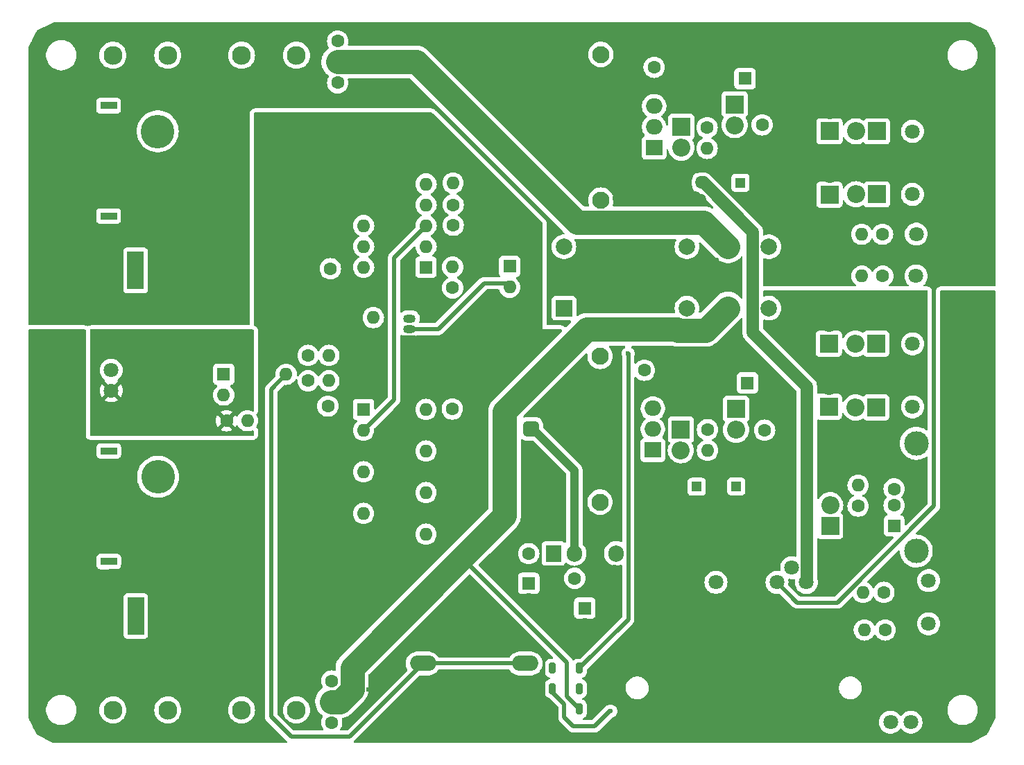
<source format=gbr>
%TF.GenerationSoftware,KiCad,Pcbnew,8.0.3*%
%TF.CreationDate,2024-07-10T23:22:52+09:00*%
%TF.ProjectId,power_6.6V,706f7765-725f-4362-9e36-562e6b696361,rev?*%
%TF.SameCoordinates,PX47868c0PY2faf080*%
%TF.FileFunction,Copper,L2,Bot*%
%TF.FilePolarity,Positive*%
%FSLAX46Y46*%
G04 Gerber Fmt 4.6, Leading zero omitted, Abs format (unit mm)*
G04 Created by KiCad (PCBNEW 8.0.3) date 2024-07-10 23:22:52*
%MOMM*%
%LPD*%
G01*
G04 APERTURE LIST*
G04 Aperture macros list*
%AMRoundRect*
0 Rectangle with rounded corners*
0 $1 Rounding radius*
0 $2 $3 $4 $5 $6 $7 $8 $9 X,Y pos of 4 corners*
0 Add a 4 corners polygon primitive as box body*
4,1,4,$2,$3,$4,$5,$6,$7,$8,$9,$2,$3,0*
0 Add four circle primitives for the rounded corners*
1,1,$1+$1,$2,$3*
1,1,$1+$1,$4,$5*
1,1,$1+$1,$6,$7*
1,1,$1+$1,$8,$9*
0 Add four rect primitives between the rounded corners*
20,1,$1+$1,$2,$3,$4,$5,0*
20,1,$1+$1,$4,$5,$6,$7,0*
20,1,$1+$1,$6,$7,$8,$9,0*
20,1,$1+$1,$8,$9,$2,$3,0*%
G04 Aperture macros list end*
%TA.AperFunction,ComponentPad*%
%ADD10R,1.200000X1.200000*%
%TD*%
%TA.AperFunction,ComponentPad*%
%ADD11C,1.200000*%
%TD*%
%TA.AperFunction,ComponentPad*%
%ADD12R,2.200000X2.200000*%
%TD*%
%TA.AperFunction,ComponentPad*%
%ADD13O,2.200000X2.200000*%
%TD*%
%TA.AperFunction,ComponentPad*%
%ADD14C,1.600000*%
%TD*%
%TA.AperFunction,ComponentPad*%
%ADD15O,1.600000X1.600000*%
%TD*%
%TA.AperFunction,ComponentPad*%
%ADD16R,2.000000X4.600000*%
%TD*%
%TA.AperFunction,ComponentPad*%
%ADD17O,2.000000X4.200000*%
%TD*%
%TA.AperFunction,ComponentPad*%
%ADD18O,4.200000X2.000000*%
%TD*%
%TA.AperFunction,ComponentPad*%
%ADD19R,1.500000X1.050000*%
%TD*%
%TA.AperFunction,ComponentPad*%
%ADD20O,1.500000X1.050000*%
%TD*%
%TA.AperFunction,ComponentPad*%
%ADD21R,1.800000X1.800000*%
%TD*%
%TA.AperFunction,ComponentPad*%
%ADD22C,1.800000*%
%TD*%
%TA.AperFunction,WasherPad*%
%ADD23C,2.100000*%
%TD*%
%TA.AperFunction,ComponentPad*%
%ADD24R,1.600000X1.600000*%
%TD*%
%TA.AperFunction,ComponentPad*%
%ADD25C,2.000000*%
%TD*%
%TA.AperFunction,ComponentPad*%
%ADD26R,2.000000X2.000000*%
%TD*%
%TA.AperFunction,ComponentPad*%
%ADD27R,1.905000X2.000000*%
%TD*%
%TA.AperFunction,ComponentPad*%
%ADD28O,1.905000X2.000000*%
%TD*%
%TA.AperFunction,ComponentPad*%
%ADD29R,2.000000X0.900000*%
%TD*%
%TA.AperFunction,ComponentPad*%
%ADD30RoundRect,1.025000X1.025000X-1.025000X1.025000X1.025000X-1.025000X1.025000X-1.025000X-1.025000X0*%
%TD*%
%TA.AperFunction,ComponentPad*%
%ADD31C,4.100000*%
%TD*%
%TA.AperFunction,ComponentPad*%
%ADD32C,2.300000*%
%TD*%
%TA.AperFunction,ComponentPad*%
%ADD33R,1.500000X1.600000*%
%TD*%
%TA.AperFunction,ComponentPad*%
%ADD34C,3.000000*%
%TD*%
%TA.AperFunction,ComponentPad*%
%ADD35RoundRect,0.181818X-0.218182X-0.468182X0.218182X-0.468182X0.218182X0.468182X-0.218182X0.468182X0*%
%TD*%
%TA.AperFunction,ComponentPad*%
%ADD36R,2.000000X1.905000*%
%TD*%
%TA.AperFunction,ComponentPad*%
%ADD37O,2.000000X1.905000*%
%TD*%
%TA.AperFunction,ComponentPad*%
%ADD38O,3.200000X1.900000*%
%TD*%
%TA.AperFunction,ViaPad*%
%ADD39C,0.600000*%
%TD*%
%TA.AperFunction,ViaPad*%
%ADD40C,0.700000*%
%TD*%
%TA.AperFunction,Conductor*%
%ADD41C,0.500000*%
%TD*%
%TA.AperFunction,Conductor*%
%ADD42C,3.000000*%
%TD*%
%TA.AperFunction,Conductor*%
%ADD43C,1.500000*%
%TD*%
%TA.AperFunction,Conductor*%
%ADD44C,1.000000*%
%TD*%
G04 APERTURE END LIST*
D10*
%TO.P,C9,1*%
%TO.N,/\u53EF\u5909\u5B89\u5B9A\u5316\u96FB\u6E90\u56DE\u8DEF(NJM317F)/VARIABLE*%
X87376000Y-57676001D03*
D11*
%TO.P,C9,2*%
%TO.N,IN1-*%
X87376000Y-59676001D03*
%TD*%
D12*
%TO.P,D1,1,K*%
%TO.N,VOUT2*%
X98752766Y-14296400D03*
D13*
%TO.P,D1,2,A*%
%TO.N,IN2-*%
X98752766Y-11756400D03*
%TD*%
D14*
%TO.P,R2,1*%
%TO.N,Net-(R2-Pad1)*%
X35117400Y-41676000D03*
D15*
%TO.P,R2,2*%
%TO.N,5V*%
X37657400Y-41676000D03*
%TD*%
D14*
%TO.P,R7,1*%
%TO.N,Net-(D7-A)*%
X105232200Y-26873200D03*
D15*
%TO.P,R7,2*%
%TO.N,VOUT2*%
X102692200Y-26873200D03*
%TD*%
D16*
%TO.P,J1,1*%
%TO.N,Net-(J3-Pin_2)*%
X14097000Y-73518000D03*
D17*
%TO.P,J1,2*%
%TO.N,IN1-*%
X7797000Y-73518000D03*
D18*
%TO.P,J1,3*%
X11197000Y-78318000D03*
%TD*%
D19*
%TO.P,Q1,1,E*%
%TO.N,IN1-*%
X47503400Y-39720200D03*
D20*
%TO.P,Q1,2,C*%
%TO.N,Ratch*%
X47503400Y-38450200D03*
%TO.P,Q1,3,B*%
%TO.N,Net-(Q1-B)*%
X47503400Y-37180200D03*
%TD*%
D21*
%TO.P,D6,1,K*%
%TO.N,IN1-*%
X110850200Y-77001200D03*
D22*
%TO.P,D6,2,A*%
%TO.N,Net-(D6-A)*%
X110850200Y-74461200D03*
%TD*%
D12*
%TO.P,D4,1,K*%
%TO.N,Net-(D4-K)*%
X104470200Y-40231400D03*
D13*
%TO.P,D4,2,A*%
%TO.N,VOUT1*%
X101930200Y-40231400D03*
%TD*%
D23*
%TO.P,REF\u002A\u002A,*%
%TO.N,*%
X70749999Y-59600000D03*
X70749999Y-41800000D03*
%TD*%
D24*
%TO.P,C16,1*%
%TO.N,5V*%
X68884800Y-72567800D03*
D14*
%TO.P,C16,2*%
%TO.N,IN1-*%
X68884800Y-74567800D03*
%TD*%
%TO.P,C2,1*%
%TO.N,5V*%
X52725800Y-48223400D03*
%TO.P,C2,2*%
%TO.N,IN1-*%
X52725800Y-50723400D03*
%TD*%
D23*
%TO.P,REF\u002A\u002A,*%
%TO.N,*%
X70849999Y-22700000D03*
X70849999Y-4900000D03*
%TD*%
D12*
%TO.P,D15,1,K*%
%TO.N,IN1+*%
X87350600Y-48234600D03*
D13*
%TO.P,D15,2,A*%
%TO.N,/\u53EF\u5909\u5B89\u5B9A\u5316\u96FB\u6E90\u56DE\u8DEF(NJM317F)/VARIABLE*%
X87350600Y-50774600D03*
%TD*%
D21*
%TO.P,D8,1,K*%
%TO.N,IN2-*%
X111866600Y-31978600D03*
D22*
%TO.P,D8,2,A*%
%TO.N,Net-(D8-A)*%
X109326600Y-31978600D03*
%TD*%
D12*
%TO.P,D9,1,K*%
%TO.N,VOUT2*%
X98752766Y-22064634D03*
D13*
%TO.P,D9,2,A*%
%TO.N,IN2-*%
X98752766Y-19524634D03*
%TD*%
D12*
%TO.P,D2,1,K*%
%TO.N,VOUT1*%
X98670200Y-47931400D03*
D13*
%TO.P,D2,2,A*%
%TO.N,IN1-*%
X98670200Y-45391400D03*
%TD*%
D21*
%TO.P,D5,1,K*%
%TO.N,IN1-*%
X110850200Y-71726200D03*
D22*
%TO.P,D5,2,A*%
%TO.N,Net-(D5-A)*%
X110850200Y-69186200D03*
%TD*%
D25*
%TO.P,K1,11*%
%TO.N,VCC1*%
X86349999Y-35900000D03*
%TO.P,K1,12*%
%TO.N,VOUT1_OFF*%
X81349999Y-35900000D03*
%TO.P,K1,14*%
%TO.N,VOUT1*%
X91349999Y-35900000D03*
%TO.P,K1,21*%
%TO.N,VCC2*%
X86349999Y-28400000D03*
%TO.P,K1,22*%
%TO.N,VOUT2_OFF*%
X81349999Y-28400000D03*
%TO.P,K1,24*%
%TO.N,VOUT2*%
X91349999Y-28400000D03*
D26*
%TO.P,K1,A1*%
%TO.N,Ratch*%
X66349999Y-35900000D03*
D25*
%TO.P,K1,A2*%
%TO.N,5V*%
X66349999Y-28400000D03*
%TD*%
D24*
%TO.P,U1,1*%
%TO.N,SIGNAL*%
X24824800Y-43983000D03*
D15*
%TO.P,U1,2*%
%TO.N,Net-(R1-Pad2)*%
X24824800Y-46523000D03*
%TO.P,U1,3*%
%TO.N,IN1-*%
X32444800Y-46523000D03*
%TO.P,U1,4*%
%TO.N,Net-(R2-Pad1)*%
X32444800Y-43983000D03*
%TD*%
D12*
%TO.P,D10,1,K*%
%TO.N,VOUT1*%
X98670200Y-40231400D03*
D13*
%TO.P,D10,2,A*%
%TO.N,IN1-*%
X98670200Y-37691400D03*
%TD*%
D27*
%TO.P,U6,1,IN*%
%TO.N,IN1+*%
X65074800Y-65867400D03*
D28*
%TO.P,U6,2,OUT*%
%TO.N,5V*%
X67614800Y-65867400D03*
%TO.P,U6,3,GND*%
%TO.N,IN1-*%
X70154800Y-65867400D03*
%TO.P,U6,4,Vdis*%
%TO.N,IN1+*%
X72694800Y-65867400D03*
%TD*%
D12*
%TO.P,D11,1,K*%
%TO.N,Net-(D11-K)*%
X104521000Y-21996400D03*
D13*
%TO.P,D11,2,A*%
%TO.N,VOUT2*%
X101981000Y-21996400D03*
%TD*%
D22*
%TO.P,J7,1,Pin_1*%
%TO.N,SIGNAL*%
X11092600Y-43475200D03*
%TO.P,J7,2,Pin_2*%
%TO.N,GND0*%
X11092600Y-45975200D03*
%TD*%
D14*
%TO.P,C6,1*%
%TO.N,IN1+*%
X76163800Y-43484800D03*
%TO.P,C6,2*%
%TO.N,IN1-*%
X78663800Y-43484800D03*
%TD*%
D10*
%TO.P,C12,1*%
%TO.N,Net-(D18-A)*%
X83159600Y-20555200D03*
D11*
%TO.P,C12,2*%
%TO.N,IN2-*%
X83159600Y-22555200D03*
%TD*%
D22*
%TO.P,RV1,1,1*%
%TO.N,Net-(D16-A)*%
X84900000Y-69400000D03*
%TO.P,RV1,2,2*%
%TO.N,IN1-*%
X83103949Y-67603949D03*
%TO.P,RV1,3,3*%
X81307898Y-69400000D03*
%TD*%
D14*
%TO.P,R3,1*%
%TO.N,Net-(R2-Pad1)*%
X35121000Y-44773600D03*
D15*
%TO.P,R3,2*%
%TO.N,Net-(C1-Pad1)*%
X37661000Y-44773600D03*
%TD*%
D22*
%TO.P,J11,1,Pin_1*%
%TO.N,Net-(D12-K)*%
X108901400Y-47964400D03*
%TO.P,J11,2,Pin_2*%
%TO.N,IN1-*%
X108901400Y-45464400D03*
%TD*%
D14*
%TO.P,C11,1*%
%TO.N,IN2+*%
X77357600Y-6477000D03*
%TO.P,C11,2*%
%TO.N,IN2-*%
X79857600Y-6477000D03*
%TD*%
%TO.P,C4,1*%
%TO.N,5V*%
X37851400Y-31084200D03*
%TO.P,C4,2*%
%TO.N,IN1-*%
X37851400Y-28584200D03*
%TD*%
D29*
%TO.P,J5,*%
%TO.N,*%
X10776600Y-24657000D03*
X10776600Y-11157000D03*
D30*
%TO.P,J5,1,Pin_1*%
%TO.N,IN2-*%
X16776600Y-21507000D03*
D31*
%TO.P,J5,2,Pin_2*%
%TO.N,Net-(J5-Pin_2)*%
X16776600Y-14307000D03*
%TD*%
D22*
%TO.P,RV2,1,1*%
%TO.N,Net-(D18-A)*%
X95940000Y-69410000D03*
%TO.P,RV2,2,2*%
%TO.N,IN2-*%
X94143949Y-67613949D03*
%TO.P,RV2,3,3*%
X92347898Y-69410000D03*
%TD*%
D32*
%TO.P,F1,1*%
%TO.N,IN1+*%
X33700000Y-85000000D03*
X27000000Y-85000000D03*
%TO.P,F1,2*%
%TO.N,Net-(J3-Pin_2)*%
X18000000Y-85000000D03*
X11300000Y-85000000D03*
%TD*%
D24*
%TO.P,C15,1*%
%TO.N,IN1+*%
X62052200Y-69529888D03*
D14*
%TO.P,C15,2*%
%TO.N,IN1-*%
X62052200Y-71529888D03*
%TD*%
D12*
%TO.P,D13,1,K*%
%TO.N,Net-(D13-K)*%
X98831400Y-62534800D03*
D13*
%TO.P,D13,2,A*%
%TO.N,VOUT1*%
X98831400Y-59994800D03*
%TD*%
D21*
%TO.P,D7,1,K*%
%TO.N,IN2-*%
X111887000Y-26847800D03*
D22*
%TO.P,D7,2,A*%
%TO.N,Net-(D7-A)*%
X109347000Y-26847800D03*
%TD*%
D10*
%TO.P,C14,1*%
%TO.N,/\u53EF\u5909\u5B89\u5B9A\u5316\u96FB\u6E90\u56DE\u8DEF(NJM317F) \u305D\u306E\uFF12/VARIABLE*%
X87884000Y-20580600D03*
D11*
%TO.P,C14,2*%
%TO.N,IN2-*%
X87884000Y-22580600D03*
%TD*%
D14*
%TO.P,R11,1*%
%TO.N,Net-(J12-D-)*%
X102250000Y-60080000D03*
D15*
%TO.P,R11,2*%
%TO.N,Net-(J12-D+)*%
X102250000Y-57540000D03*
%TD*%
D33*
%TO.P,J12,1,VBUS*%
%TO.N,Net-(D13-K)*%
X106640000Y-62500000D03*
D14*
%TO.P,J12,2,D-*%
%TO.N,Net-(J12-D-)*%
X106640000Y-60000000D03*
%TO.P,J12,3,D+*%
%TO.N,Net-(J12-D+)*%
X106640000Y-58000000D03*
%TO.P,J12,4,GND*%
%TO.N,IN1-*%
X106640000Y-55500000D03*
D34*
%TO.P,J12,5,Shield*%
%TO.N,unconnected-(J12-Shield-Pad5)*%
X109350000Y-65570000D03*
X109350000Y-52430000D03*
%TD*%
D12*
%TO.P,D12,1,K*%
%TO.N,Net-(D12-K)*%
X104470200Y-48031400D03*
D13*
%TO.P,D12,2,A*%
%TO.N,VOUT1*%
X101930200Y-48031400D03*
%TD*%
D35*
%TO.P,SW4,1,A*%
%TO.N,IN2-*%
X64950000Y-79900000D03*
%TO.P,SW4,2,B*%
%TO.N,measure-*%
X64950000Y-82400000D03*
%TO.P,SW4,3,C*%
%TO.N,IN1-*%
X64950000Y-84900000D03*
%TO.P,SW4,4,A*%
%TO.N,VCC1*%
X68250000Y-84900000D03*
%TO.P,SW4,5,B*%
%TO.N,measure+*%
X68250000Y-82400000D03*
%TO.P,SW4,6,C*%
%TO.N,VCC2*%
X68250000Y-79900000D03*
%TD*%
D36*
%TO.P,U5,1,ADJ/GND*%
%TO.N,Net-(D18-A)*%
X77349999Y-16300000D03*
D37*
%TO.P,U5,2,OUT*%
%TO.N,/\u53EF\u5909\u5B89\u5B9A\u5316\u96FB\u6E90\u56DE\u8DEF(NJM317F) \u305D\u306E\uFF12/VARIABLE*%
X77349999Y-13760000D03*
%TO.P,U5,3,IN*%
%TO.N,IN2+*%
X77349999Y-11220000D03*
%TD*%
D14*
%TO.P,SW3,1,A*%
%TO.N,/\u53EF\u5909\u5B89\u5B9A\u5316\u96FB\u6E90\u56DE\u8DEF(NJM317F) \u305D\u306E\uFF12/VARIABLE*%
X38735000Y-8356600D03*
%TO.P,SW3,2,B*%
%TO.N,VCC2*%
X38735000Y-5816600D03*
%TO.P,SW3,3,C*%
%TO.N,IN2+*%
X38735000Y-3276600D03*
%TD*%
%TO.P,C13,1*%
%TO.N,/\u53EF\u5909\u5B89\u5B9A\u5316\u96FB\u6E90\u56DE\u8DEF(NJM317F) \u305D\u306E\uFF12/VARIABLE*%
X90540000Y-13510000D03*
%TO.P,C13,2*%
%TO.N,IN2-*%
X90540000Y-16010000D03*
%TD*%
%TO.P,R5,1*%
%TO.N,Net-(D5-A)*%
X105395200Y-70626200D03*
D15*
%TO.P,R5,2*%
%TO.N,VOUT1*%
X102855200Y-70626200D03*
%TD*%
D14*
%TO.P,R13,1*%
%TO.N,/\u53EF\u5909\u5B89\u5B9A\u5316\u96FB\u6E90\u56DE\u8DEF(NJM317F) \u305D\u306E\uFF12/VARIABLE*%
X83820000Y-13839400D03*
D15*
%TO.P,R13,2*%
%TO.N,Net-(D18-A)*%
X83820000Y-16379400D03*
%TD*%
D14*
%TO.P,SW2,1,A*%
%TO.N,/\u53EF\u5909\u5B89\u5B9A\u5316\u96FB\u6E90\u56DE\u8DEF(NJM317F)/VARIABLE*%
X38000000Y-81460000D03*
%TO.P,SW2,2,B*%
%TO.N,VCC1*%
X38000000Y-84000000D03*
%TO.P,SW2,3,C*%
%TO.N,IN1+*%
X38000000Y-86540000D03*
%TD*%
D12*
%TO.P,D3,1,K*%
%TO.N,Net-(D3-K)*%
X104521000Y-14296400D03*
D13*
%TO.P,D3,2,A*%
%TO.N,VOUT2*%
X101981000Y-14296400D03*
%TD*%
D14*
%TO.P,C17,1*%
%TO.N,IN1+*%
X62052200Y-65898400D03*
%TO.P,C17,2*%
%TO.N,IN1-*%
X62052200Y-63398400D03*
%TD*%
D10*
%TO.P,C7,1*%
%TO.N,Net-(D16-A)*%
X82550000Y-57726801D03*
D11*
%TO.P,C7,2*%
%TO.N,IN1-*%
X82550000Y-59726801D03*
%TD*%
D24*
%TO.P,C5,1*%
%TO.N,IN1+*%
X88747600Y-45034200D03*
D14*
%TO.P,C5,2*%
%TO.N,IN1-*%
X88747600Y-42534200D03*
%TD*%
D12*
%TO.P,D17,1,K*%
%TO.N,IN2+*%
X87198200Y-10998200D03*
D13*
%TO.P,D17,2,A*%
%TO.N,/\u53EF\u5909\u5B89\u5B9A\u5316\u96FB\u6E90\u56DE\u8DEF(NJM317F) \u305D\u306E\uFF12/VARIABLE*%
X87198200Y-13538200D03*
%TD*%
D22*
%TO.P,J8,1,Pin_1*%
%TO.N,Net-(D3-K)*%
X108876000Y-14301800D03*
%TO.P,J8,2,Pin_2*%
%TO.N,IN2-*%
X108876000Y-11801800D03*
%TD*%
D12*
%TO.P,D16,1,K*%
%TO.N,/\u53EF\u5909\u5B89\u5B9A\u5316\u96FB\u6E90\u56DE\u8DEF(NJM317F)/VARIABLE*%
X80619600Y-50723800D03*
D13*
%TO.P,D16,2,A*%
%TO.N,Net-(D16-A)*%
X80619600Y-53263800D03*
%TD*%
D22*
%TO.P,J10,1,Pin_1*%
%TO.N,Net-(D11-K)*%
X108876000Y-22001800D03*
%TO.P,J10,2,Pin_2*%
%TO.N,IN2-*%
X108876000Y-19501800D03*
%TD*%
D36*
%TO.P,U4,1,ADJ/GND*%
%TO.N,Net-(D16-A)*%
X77194999Y-53240000D03*
D37*
%TO.P,U4,2,OUT*%
%TO.N,/\u53EF\u5909\u5B89\u5B9A\u5316\u96FB\u6E90\u56DE\u8DEF(NJM317F)/VARIABLE*%
X77194999Y-50700000D03*
%TO.P,U4,3,IN*%
%TO.N,IN1+*%
X77194999Y-48160000D03*
%TD*%
D24*
%TO.P,D14,1,K*%
%TO.N,5V*%
X59720800Y-30801515D03*
D15*
%TO.P,D14,2,A*%
%TO.N,Ratch*%
X59720800Y-33341515D03*
%TD*%
D14*
%TO.P,R8,1*%
%TO.N,Net-(D8-A)*%
X105257600Y-31978600D03*
D15*
%TO.P,R8,2*%
%TO.N,VOUT2_OFF*%
X102717600Y-31978600D03*
%TD*%
D14*
%TO.P,R9,1*%
%TO.N,Net-(Q1-B)*%
X52761200Y-33421000D03*
D15*
%TO.P,R9,2*%
%TO.N,Net-(U3A-Q)*%
X52761200Y-30881000D03*
%TD*%
D14*
%TO.P,R4,1*%
%TO.N,IN1-*%
X52812000Y-18068600D03*
D15*
%TO.P,R4,2*%
%TO.N,Net-(U3A-R)*%
X52812000Y-20608600D03*
%TD*%
D24*
%TO.P,U2,1*%
%TO.N,Net-(C1-Pad1)*%
X41890000Y-48280000D03*
D15*
%TO.P,U2,2*%
%TO.N,Net-(U3A-C)*%
X41890000Y-50820000D03*
%TO.P,U2,3*%
%TO.N,IN1-*%
X41890000Y-53360000D03*
%TO.P,U2,4*%
%TO.N,unconnected-(U2-Pad4)*%
X41890000Y-55900000D03*
%TO.P,U2,5*%
%TO.N,IN1-*%
X41890000Y-58440000D03*
%TO.P,U2,6*%
%TO.N,unconnected-(U2-Pad6)*%
X41890000Y-60980000D03*
%TO.P,U2,7,Vss*%
%TO.N,IN1-*%
X41890000Y-63520000D03*
%TO.P,U2,8*%
%TO.N,unconnected-(U2-Pad8)*%
X49510000Y-63520000D03*
%TO.P,U2,9*%
%TO.N,IN1-*%
X49510000Y-60980000D03*
%TO.P,U2,10*%
%TO.N,unconnected-(U2-Pad10)*%
X49510000Y-58440000D03*
%TO.P,U2,11*%
%TO.N,IN1-*%
X49510000Y-55900000D03*
%TO.P,U2,12*%
%TO.N,unconnected-(U2-Pad12)*%
X49510000Y-53360000D03*
%TO.P,U2,13*%
%TO.N,IN1-*%
X49510000Y-50820000D03*
%TO.P,U2,14,Vdd*%
%TO.N,5V*%
X49510000Y-48280000D03*
%TD*%
D16*
%TO.P,J2,1*%
%TO.N,Net-(J5-Pin_2)*%
X14072400Y-31292800D03*
D17*
%TO.P,J2,2*%
%TO.N,IN2-*%
X7772400Y-31292800D03*
D18*
%TO.P,J2,3*%
X11172400Y-36092800D03*
%TD*%
D38*
%TO.P,SW1,1,1*%
%TO.N,Net-(R2-Pad1)*%
X49130000Y-79320000D03*
X61630000Y-79320000D03*
%TO.P,SW1,2,2*%
%TO.N,IN1-*%
X49130000Y-84320000D03*
X61630000Y-84320000D03*
%TD*%
D14*
%TO.P,C3,1*%
%TO.N,5V*%
X52837400Y-25775600D03*
%TO.P,C3,2*%
%TO.N,Net-(U3A-R)*%
X52837400Y-23275600D03*
%TD*%
D12*
%TO.P,D18,1,K*%
%TO.N,/\u53EF\u5909\u5B89\u5B9A\u5316\u96FB\u6E90\u56DE\u8DEF(NJM317F) \u305D\u306E\uFF12/VARIABLE*%
X80670400Y-13741400D03*
D13*
%TO.P,D18,2,A*%
%TO.N,Net-(D18-A)*%
X80670400Y-16281400D03*
%TD*%
D22*
%TO.P,J13,1,Pin_1*%
%TO.N,measure+*%
X106200000Y-86500000D03*
%TO.P,J13,2,Pin_2*%
%TO.N,measure-*%
X108700000Y-86500000D03*
%TD*%
D14*
%TO.P,R6,1*%
%TO.N,Net-(D6-A)*%
X105550200Y-75226200D03*
D15*
%TO.P,R6,2*%
%TO.N,VOUT1_OFF*%
X103010200Y-75226200D03*
%TD*%
D14*
%TO.P,C18,1*%
%TO.N,5V*%
X67660200Y-68910200D03*
%TO.P,C18,2*%
%TO.N,IN1-*%
X70160200Y-68910200D03*
%TD*%
D32*
%TO.P,F2,1*%
%TO.N,IN2+*%
X33700000Y-5000000D03*
X27000000Y-5000000D03*
%TO.P,F2,2*%
%TO.N,Net-(J5-Pin_2)*%
X18000000Y-5000000D03*
X11300000Y-5000000D03*
%TD*%
D14*
%TO.P,C8,1*%
%TO.N,/\u53EF\u5909\u5B89\u5B9A\u5316\u96FB\u6E90\u56DE\u8DEF(NJM317F)/VARIABLE*%
X90840000Y-50810000D03*
%TO.P,C8,2*%
%TO.N,IN1-*%
X90840000Y-53310000D03*
%TD*%
D24*
%TO.P,C10,1*%
%TO.N,IN2+*%
X88442800Y-7848600D03*
D14*
%TO.P,C10,2*%
%TO.N,IN2-*%
X88442800Y-5348600D03*
%TD*%
D29*
%TO.P,J3,*%
%TO.N,*%
X10802000Y-66856800D03*
X10802000Y-53356800D03*
D30*
%TO.P,J3,1,Pin_1*%
%TO.N,IN1-*%
X16802000Y-63706800D03*
D31*
%TO.P,J3,2,Pin_2*%
%TO.N,Net-(J3-Pin_2)*%
X16802000Y-56506800D03*
%TD*%
D14*
%TO.P,C1,1*%
%TO.N,Net-(C1-Pad1)*%
X37544800Y-47873600D03*
%TO.P,C1,2*%
%TO.N,IN1-*%
X35044800Y-47873600D03*
%TD*%
D22*
%TO.P,J9,1,Pin_1*%
%TO.N,Net-(D4-K)*%
X108901400Y-40264400D03*
%TO.P,J9,2,Pin_2*%
%TO.N,IN1-*%
X108901400Y-37764400D03*
%TD*%
D24*
%TO.P,U3,1,Q*%
%TO.N,Net-(U3A-Q)*%
X49520000Y-30901400D03*
D15*
%TO.P,U3,2,~{Q}*%
%TO.N,Net-(U3A-D)*%
X49520000Y-28361400D03*
%TO.P,U3,3,C*%
%TO.N,Net-(U3A-C)*%
X49520000Y-25821400D03*
%TO.P,U3,4,R*%
%TO.N,Net-(U3A-R)*%
X49520000Y-23281400D03*
%TO.P,U3,5,D*%
%TO.N,Net-(U3A-D)*%
X49520000Y-20741400D03*
%TO.P,U3,6,S*%
%TO.N,IN1-*%
X49520000Y-18201400D03*
%TO.P,U3,7,VSS*%
X49520000Y-15661400D03*
%TO.P,U3,8,S*%
X41900000Y-15661400D03*
%TO.P,U3,9,D*%
X41900000Y-18201400D03*
%TO.P,U3,10,R*%
X41900000Y-20741400D03*
%TO.P,U3,11,C*%
X41900000Y-23281400D03*
%TO.P,U3,12,~{Q}*%
%TO.N,unconnected-(U3B-~{Q}-Pad12)*%
X41900000Y-25821400D03*
%TO.P,U3,13,Q*%
%TO.N,unconnected-(U3B-Q-Pad13)*%
X41900000Y-28361400D03*
%TO.P,U3,14,VDD*%
%TO.N,5V*%
X41900000Y-30901400D03*
%TD*%
D14*
%TO.P,R10,1*%
%TO.N,IN1-*%
X43083800Y-39596800D03*
D15*
%TO.P,R10,2*%
%TO.N,Net-(Q1-B)*%
X43083800Y-37056800D03*
%TD*%
D14*
%TO.P,R12,1*%
%TO.N,/\u53EF\u5909\u5B89\u5B9A\u5316\u96FB\u6E90\u56DE\u8DEF(NJM317F)/VARIABLE*%
X83870800Y-50745600D03*
D15*
%TO.P,R12,2*%
%TO.N,Net-(D16-A)*%
X83870800Y-53285600D03*
%TD*%
D14*
%TO.P,R1,1*%
%TO.N,GND0*%
X25174800Y-49658000D03*
D15*
%TO.P,R1,2*%
%TO.N,Net-(R1-Pad2)*%
X27714800Y-49658000D03*
%TD*%
D39*
%TO.N,IN1-*%
X32500000Y-67500000D03*
X7500000Y-82500000D03*
X72500000Y-77500000D03*
X92500000Y-52500000D03*
X17500000Y-67500000D03*
X47500000Y-87500000D03*
X2500000Y-47500000D03*
X42500000Y-87500000D03*
X62500000Y-77500000D03*
X97500000Y-82500000D03*
X62500000Y-87500000D03*
X2500000Y-42500000D03*
X57500000Y-72500000D03*
X27500000Y-52500000D03*
X7500000Y-62500000D03*
X112500000Y-77500000D03*
X52500000Y-57500000D03*
X42500000Y-67500000D03*
X62500000Y-57500000D03*
X37500000Y-67500000D03*
X77500000Y-62500000D03*
X112500000Y-62500000D03*
X67500000Y-77500000D03*
X117500000Y-62500000D03*
X72500000Y-72500000D03*
X72500000Y-47500000D03*
X117500000Y-82500000D03*
X97500000Y-67500000D03*
X62500000Y-82500000D03*
X112500000Y-57500000D03*
X12500000Y-67500000D03*
X72500000Y-87500000D03*
X72500000Y-67500000D03*
X7500000Y-52500000D03*
X27500000Y-72500000D03*
X92500000Y-57500000D03*
X102500000Y-77500000D03*
X117500000Y-47500000D03*
X7500000Y-67500000D03*
X22500000Y-82500000D03*
X117500000Y-67500000D03*
X37500000Y-57500000D03*
X12500000Y-52500000D03*
X107500000Y-42500000D03*
X37500000Y-22500000D03*
X87500000Y-77500000D03*
X52500000Y-52500000D03*
X77500000Y-77500000D03*
X87500000Y-82500000D03*
X47500000Y-17500000D03*
X7500000Y-57500000D03*
X72500000Y-82500000D03*
X37500000Y-12500000D03*
X77500000Y-82500000D03*
X82500000Y-82500000D03*
X37500000Y-17500000D03*
X17500000Y-72500000D03*
X2500000Y-52500000D03*
X92500000Y-82500000D03*
X92500000Y-47500000D03*
X117500000Y-37500000D03*
X92500000Y-87500000D03*
X52500000Y-77500000D03*
X2500000Y-62500000D03*
X32500000Y-62500000D03*
X87500000Y-87500000D03*
X12500000Y-62500000D03*
X47500000Y-67500000D03*
X97500000Y-87500000D03*
X52500000Y-87500000D03*
X2500000Y-67500000D03*
X57500000Y-67500000D03*
X27500000Y-87500000D03*
X87500000Y-67500000D03*
X112500000Y-47500000D03*
X112500000Y-52500000D03*
X57500000Y-87500000D03*
X117500000Y-57500000D03*
X107500000Y-82500000D03*
X37500000Y-62500000D03*
X112500000Y-72500000D03*
X47500000Y-77500000D03*
X47500000Y-62500000D03*
X77500000Y-67500000D03*
X102500000Y-87500000D03*
X117500000Y-87500000D03*
X107500000Y-77500000D03*
X37500000Y-52500000D03*
X7500000Y-77500000D03*
X52500000Y-82500000D03*
X85000000Y-42500000D03*
X17500000Y-52500000D03*
X112500000Y-37500000D03*
X67500000Y-47500000D03*
X32500000Y-57500000D03*
X92500000Y-62500000D03*
X117500000Y-72500000D03*
X7500000Y-47500000D03*
X32500000Y-12500000D03*
X112500000Y-87500000D03*
X12500000Y-57500000D03*
X47500000Y-12500000D03*
X52500000Y-72500000D03*
X77500000Y-57500000D03*
X27500000Y-67500000D03*
X77500000Y-87500000D03*
X7500000Y-87500000D03*
X57500000Y-82500000D03*
X92500000Y-77500000D03*
X57500000Y-22500000D03*
X107500000Y-37500000D03*
X37500000Y-77500000D03*
X27500000Y-62500000D03*
X47500000Y-57500000D03*
X32500000Y-22500000D03*
X42500000Y-72500000D03*
X82500000Y-77500000D03*
X102500000Y-52500000D03*
X32500000Y-82500000D03*
X22500000Y-87500000D03*
X27500000Y-77500000D03*
X2500000Y-82500000D03*
X102500000Y-42500000D03*
X62500000Y-52500000D03*
X112500000Y-82500000D03*
X102500000Y-67500000D03*
X82500000Y-62500000D03*
X32500000Y-52500000D03*
X102500000Y-37500000D03*
X27500000Y-57500000D03*
X97500000Y-77500000D03*
X57500000Y-77500000D03*
X47500000Y-52500000D03*
X2500000Y-77500000D03*
X2500000Y-72500000D03*
X117500000Y-77500000D03*
X27500000Y-82500000D03*
X67500000Y-52500000D03*
X117500000Y-52500000D03*
X47500000Y-82500000D03*
X22500000Y-52500000D03*
X42500000Y-82500000D03*
X2500000Y-87500000D03*
X7500000Y-42500000D03*
X42500000Y-12500000D03*
X32500000Y-77500000D03*
X37500000Y-72500000D03*
X32500000Y-17500000D03*
X112500000Y-42500000D03*
X117500000Y-42500000D03*
X97500000Y-42500000D03*
X32500000Y-72500000D03*
X87500000Y-62500000D03*
X82500000Y-87500000D03*
X2500000Y-57500000D03*
X112500000Y-67500000D03*
X107500000Y-67500000D03*
%TO.N,IN2-*%
X47500000Y-2500000D03*
X27500000Y-22500000D03*
X17500000Y-2500000D03*
X85000000Y-30000000D03*
X42500000Y-2500000D03*
X102500000Y-2500000D03*
X22500000Y-2500000D03*
X117500000Y-17500000D03*
X117500000Y-32500000D03*
X92500000Y-2500000D03*
X102500000Y-7500000D03*
X100000000Y-25000000D03*
X27500000Y-37500000D03*
X117500000Y-27500000D03*
X112500000Y-22500000D03*
X22500000Y-37500000D03*
X22500000Y-32500000D03*
X7500000Y-27500000D03*
X92500000Y-12500000D03*
X27500000Y-2500000D03*
X117500000Y-7500000D03*
X62500000Y-2500000D03*
X107500000Y-12500000D03*
X107500000Y-2500000D03*
X67500000Y-2500000D03*
X2500000Y-2500000D03*
X7500000Y-22500000D03*
X2500000Y-32500000D03*
X12500000Y-22500000D03*
X7500000Y-37500000D03*
X112500000Y-2500000D03*
X12500000Y-7500000D03*
X70000000Y-30000000D03*
X12500000Y-17500000D03*
X12500000Y-12500000D03*
X7500000Y-12500000D03*
X12500000Y-27500000D03*
X7500000Y-7500000D03*
X100000000Y-30000000D03*
X77500000Y-22500000D03*
X12500000Y-2500000D03*
X62500000Y-12500000D03*
X17500000Y-27500000D03*
X72500000Y-17500000D03*
X80000000Y-30000000D03*
X27500000Y-12500000D03*
X92500000Y-7500000D03*
X2500000Y-22500000D03*
X2500000Y-27500000D03*
X72500000Y-22500000D03*
X117500000Y-22500000D03*
X27500000Y-27500000D03*
X27500000Y-7500000D03*
X57500000Y-2500000D03*
X112500000Y-17500000D03*
X67500000Y-17500000D03*
X17500000Y-17500000D03*
X22500000Y-7500000D03*
X52500000Y-2500000D03*
X2500000Y-17500000D03*
X17500000Y-37500000D03*
X2500000Y-37500000D03*
X92500000Y-17500000D03*
X75000000Y-30000000D03*
X82500000Y-2500000D03*
X72500000Y-7500000D03*
X112500000Y-12500000D03*
X27500000Y-17500000D03*
X107500000Y-7500000D03*
X97500000Y-2500000D03*
X82500000Y-7500000D03*
X77500000Y-2500000D03*
X112500000Y-7500000D03*
X117500000Y-2500000D03*
X97500000Y-7500000D03*
X2500000Y-12500000D03*
X32500000Y-7500000D03*
X117500000Y-12500000D03*
X7500000Y-17500000D03*
X70000000Y-35000000D03*
X7500000Y-2500000D03*
X95000000Y-30000000D03*
X87500000Y-2500000D03*
X72500000Y-2500000D03*
X27500000Y-32500000D03*
X2500000Y-7500000D03*
%TO.N,VCC2*%
X74210000Y-25450000D03*
X74190000Y-41430000D03*
%TO.N,GND0*%
X12500000Y-42500000D03*
X12500000Y-47500000D03*
X27500000Y-47500000D03*
X27500000Y-42500000D03*
X17500000Y-47500000D03*
X22500000Y-42500000D03*
X22500000Y-47500000D03*
X17500000Y-42500000D03*
%TO.N,measure-*%
X72055331Y-85144669D03*
D40*
%TO.N,5V*%
X61900000Y-51100000D03*
X61900000Y-50200000D03*
X62800000Y-50200000D03*
X62800000Y-51100000D03*
%TD*%
D41*
%TO.N,Ratch*%
X47503400Y-38450200D02*
X51002600Y-38450200D01*
X56604800Y-32848000D02*
X59227285Y-32848000D01*
X51002600Y-38450200D02*
X56604800Y-32848000D01*
D42*
%TO.N,VCC1*%
X86349999Y-35900000D02*
X83649999Y-38600000D01*
X38995534Y-84000000D02*
X38000000Y-84000000D01*
D41*
X66710000Y-79180000D02*
X53945000Y-66415000D01*
D42*
X80231622Y-38600000D02*
X80138022Y-38506400D01*
X59090000Y-61270000D02*
X53945000Y-66415000D01*
X59090000Y-48555200D02*
X59090000Y-61270000D01*
X80138022Y-38506400D02*
X69138800Y-38506400D01*
X83649999Y-38600000D02*
X80231622Y-38600000D01*
X53945000Y-66415000D02*
X40500000Y-79860000D01*
D41*
X66710000Y-83360000D02*
X66710000Y-79180000D01*
X68250000Y-84900000D02*
X66710000Y-83360000D01*
D42*
X69138800Y-38506400D02*
X59090000Y-48555200D01*
X40500000Y-82495534D02*
X38995534Y-84000000D01*
X40500000Y-79860000D02*
X40500000Y-82495534D01*
D41*
%TO.N,Net-(R2-Pad1)*%
X61630000Y-79320000D02*
X49130000Y-79320000D01*
X40200000Y-88250000D02*
X33050000Y-88250000D01*
X49130000Y-79320000D02*
X40200000Y-88250000D01*
X33050000Y-88250000D02*
X30600000Y-85800000D01*
X30600000Y-85800000D02*
X30600000Y-45827800D01*
X30600000Y-45827800D02*
X32444800Y-43983000D01*
%TO.N,Net-(U3A-C)*%
X45620000Y-29721400D02*
X49520000Y-25821400D01*
X45620000Y-47090000D02*
X45620000Y-29721400D01*
X41890000Y-50820000D02*
X45620000Y-47090000D01*
%TO.N,IN2-*%
X111500000Y-32345200D02*
X111866600Y-31978600D01*
X111500000Y-60090000D02*
X111500000Y-32345200D01*
X94814098Y-71876200D02*
X99713800Y-71876200D01*
X92347898Y-69410000D02*
X94814098Y-71876200D01*
X99713800Y-71876200D02*
X111500000Y-60090000D01*
D42*
%TO.N,VCC2*%
X74210000Y-25450000D02*
X83399999Y-25450000D01*
X74210000Y-25450000D02*
X67969600Y-25450000D01*
D41*
X74190000Y-41430000D02*
X74198200Y-41438200D01*
D42*
X67969600Y-25450000D02*
X48336200Y-5816600D01*
X83399999Y-25450000D02*
X86349999Y-28400000D01*
D41*
X74198200Y-73951800D02*
X68250000Y-79900000D01*
X74198200Y-41438200D02*
X74198200Y-73951800D01*
D42*
X48336200Y-5816600D02*
X38735000Y-5816600D01*
D41*
%TO.N,measure-*%
X72055331Y-85144669D02*
X71955331Y-85144669D01*
X66400000Y-85900000D02*
X66400000Y-84300000D01*
X70100000Y-87000000D02*
X67500000Y-87000000D01*
X66400000Y-84300000D02*
X64950000Y-82850000D01*
X67500000Y-87000000D02*
X66400000Y-85900000D01*
X64950000Y-82850000D02*
X64950000Y-82400000D01*
X71955331Y-85144669D02*
X70100000Y-87000000D01*
D43*
%TO.N,Net-(D18-A)*%
X89399999Y-26603567D02*
X89399999Y-38899999D01*
X83159600Y-20555200D02*
X83351632Y-20555200D01*
X95993949Y-69356051D02*
X95940000Y-69410000D01*
X95993949Y-45493949D02*
X95993949Y-69356051D01*
X89399999Y-38899999D02*
X95993949Y-45493949D01*
X83351632Y-20555200D02*
X89399999Y-26603567D01*
D44*
%TO.N,5V*%
X67614800Y-65867400D02*
X67614800Y-55714800D01*
X62800000Y-50200000D02*
X61900000Y-50200000D01*
X62100000Y-50200000D02*
X61900000Y-50200000D01*
X62800000Y-51100000D02*
X62800000Y-50200000D01*
X67614800Y-55714800D02*
X62100000Y-50200000D01*
X61900000Y-51100000D02*
X62800000Y-51100000D01*
X61900000Y-50200000D02*
X61900000Y-51100000D01*
%TD*%
%TA.AperFunction,Conductor*%
%TO.N,GND0*%
G36*
X28443039Y-38519685D02*
G01*
X28488794Y-38572489D01*
X28500000Y-38624000D01*
X28500000Y-48394561D01*
X28480315Y-48461600D01*
X28427511Y-48507355D01*
X28358353Y-48517299D01*
X28323595Y-48506943D01*
X28161297Y-48431261D01*
X28161288Y-48431258D01*
X27941497Y-48372366D01*
X27941493Y-48372365D01*
X27941492Y-48372365D01*
X27941491Y-48372364D01*
X27941486Y-48372364D01*
X27714802Y-48352532D01*
X27714798Y-48352532D01*
X27488113Y-48372364D01*
X27488102Y-48372366D01*
X27268311Y-48431258D01*
X27268302Y-48431261D01*
X27062067Y-48527431D01*
X27062065Y-48527432D01*
X26875658Y-48657954D01*
X26714754Y-48818858D01*
X26584232Y-49005265D01*
X26584228Y-49005272D01*
X26556905Y-49063866D01*
X26510732Y-49116305D01*
X26443538Y-49135456D01*
X26376658Y-49115239D01*
X26332142Y-49063864D01*
X26304936Y-49005521D01*
X26304932Y-49005513D01*
X26253825Y-48932526D01*
X25574800Y-49611551D01*
X25574800Y-49605339D01*
X25547541Y-49503606D01*
X25494880Y-49412394D01*
X25420406Y-49337920D01*
X25329194Y-49285259D01*
X25227461Y-49258000D01*
X25221248Y-49258000D01*
X25900272Y-48578974D01*
X25827278Y-48527863D01*
X25621131Y-48431735D01*
X25621117Y-48431730D01*
X25401410Y-48372860D01*
X25401399Y-48372858D01*
X25174802Y-48353034D01*
X25174798Y-48353034D01*
X24948200Y-48372858D01*
X24948189Y-48372860D01*
X24728482Y-48431730D01*
X24728473Y-48431734D01*
X24522316Y-48527866D01*
X24522312Y-48527868D01*
X24449326Y-48578973D01*
X24449326Y-48578974D01*
X25128353Y-49258000D01*
X25122139Y-49258000D01*
X25020406Y-49285259D01*
X24929194Y-49337920D01*
X24854720Y-49412394D01*
X24802059Y-49503606D01*
X24774800Y-49605339D01*
X24774800Y-49611552D01*
X24095774Y-48932526D01*
X24095773Y-48932526D01*
X24044668Y-49005512D01*
X24044666Y-49005516D01*
X23948534Y-49211673D01*
X23948530Y-49211682D01*
X23889660Y-49431389D01*
X23889658Y-49431400D01*
X23869834Y-49657997D01*
X23869834Y-49658002D01*
X23889658Y-49884599D01*
X23889660Y-49884610D01*
X23948530Y-50104317D01*
X23948535Y-50104331D01*
X24044663Y-50310478D01*
X24095774Y-50383472D01*
X24774800Y-49704446D01*
X24774800Y-49710661D01*
X24802059Y-49812394D01*
X24854720Y-49903606D01*
X24929194Y-49978080D01*
X25020406Y-50030741D01*
X25122139Y-50058000D01*
X25128353Y-50058000D01*
X24449326Y-50737025D01*
X24522313Y-50788132D01*
X24522321Y-50788136D01*
X24728468Y-50884264D01*
X24728482Y-50884269D01*
X24948189Y-50943139D01*
X24948200Y-50943141D01*
X25174798Y-50962966D01*
X25174802Y-50962966D01*
X25401399Y-50943141D01*
X25401410Y-50943139D01*
X25621117Y-50884269D01*
X25621131Y-50884264D01*
X25827278Y-50788136D01*
X25900271Y-50737024D01*
X25221247Y-50058000D01*
X25227461Y-50058000D01*
X25329194Y-50030741D01*
X25420406Y-49978080D01*
X25494880Y-49903606D01*
X25547541Y-49812394D01*
X25574800Y-49710661D01*
X25574800Y-49704447D01*
X26253824Y-50383471D01*
X26304933Y-50310482D01*
X26332141Y-50252135D01*
X26378313Y-50199696D01*
X26445507Y-50180543D01*
X26512388Y-50200758D01*
X26556905Y-50252132D01*
X26584232Y-50310734D01*
X26584233Y-50310735D01*
X26714754Y-50497141D01*
X26875658Y-50658045D01*
X26875661Y-50658047D01*
X27062066Y-50788568D01*
X27268304Y-50884739D01*
X27488108Y-50943635D01*
X27650030Y-50957801D01*
X27714798Y-50963468D01*
X27714800Y-50963468D01*
X27714802Y-50963468D01*
X27771473Y-50958509D01*
X27941492Y-50943635D01*
X28161296Y-50884739D01*
X28323599Y-50809055D01*
X28392672Y-50798564D01*
X28456456Y-50827083D01*
X28494696Y-50885559D01*
X28500000Y-50921438D01*
X28500000Y-51376000D01*
X28480315Y-51443039D01*
X28427511Y-51488794D01*
X28376000Y-51500000D01*
X8624000Y-51500000D01*
X8556961Y-51480315D01*
X8511206Y-51427511D01*
X8500000Y-51376000D01*
X8500000Y-43475193D01*
X9687300Y-43475193D01*
X9687300Y-43475206D01*
X9706464Y-43706497D01*
X9706466Y-43706508D01*
X9763442Y-43931500D01*
X9856675Y-44144048D01*
X9983616Y-44338347D01*
X9983619Y-44338351D01*
X9983621Y-44338353D01*
X10140816Y-44509113D01*
X10140819Y-44509115D01*
X10140822Y-44509118D01*
X10293128Y-44627663D01*
X10333941Y-44684373D01*
X10337616Y-44754146D01*
X10302984Y-44814829D01*
X10293805Y-44822782D01*
X10293800Y-44822847D01*
X10963191Y-45492237D01*
X10899607Y-45509275D01*
X10785593Y-45575101D01*
X10692501Y-45668193D01*
X10626675Y-45782207D01*
X10609637Y-45845791D01*
X9941411Y-45177565D01*
X9857116Y-45306590D01*
X9763917Y-45519064D01*
X9706961Y-45743981D01*
X9687802Y-45975194D01*
X9687802Y-45975205D01*
X9706961Y-46206418D01*
X9763917Y-46431335D01*
X9857115Y-46643806D01*
X9941412Y-46772833D01*
X10609637Y-46104608D01*
X10626675Y-46168193D01*
X10692501Y-46282207D01*
X10785593Y-46375299D01*
X10899607Y-46441125D01*
X10963190Y-46458162D01*
X10293801Y-47127551D01*
X10324249Y-47151250D01*
X10528297Y-47261676D01*
X10528306Y-47261679D01*
X10747739Y-47337011D01*
X10976593Y-47375200D01*
X11208607Y-47375200D01*
X11437460Y-47337011D01*
X11656893Y-47261679D01*
X11656901Y-47261676D01*
X11860955Y-47151247D01*
X11891397Y-47127551D01*
X11891398Y-47127550D01*
X11222010Y-46458162D01*
X11285593Y-46441125D01*
X11399607Y-46375299D01*
X11492699Y-46282207D01*
X11558525Y-46168193D01*
X11575562Y-46104609D01*
X12243786Y-46772833D01*
X12328082Y-46643811D01*
X12381075Y-46522998D01*
X23519332Y-46522998D01*
X23519332Y-46523001D01*
X23539164Y-46749686D01*
X23539166Y-46749697D01*
X23598058Y-46969488D01*
X23598061Y-46969497D01*
X23694231Y-47175732D01*
X23694232Y-47175734D01*
X23824754Y-47362141D01*
X23985658Y-47523045D01*
X23985661Y-47523047D01*
X24172066Y-47653568D01*
X24378304Y-47749739D01*
X24598108Y-47808635D01*
X24760030Y-47822801D01*
X24824798Y-47828468D01*
X24824800Y-47828468D01*
X24824802Y-47828468D01*
X24881473Y-47823509D01*
X25051492Y-47808635D01*
X25271296Y-47749739D01*
X25477534Y-47653568D01*
X25663939Y-47523047D01*
X25824847Y-47362139D01*
X25955368Y-47175734D01*
X26051539Y-46969496D01*
X26110435Y-46749692D01*
X26130268Y-46523000D01*
X26110435Y-46296308D01*
X26051539Y-46076504D01*
X25955368Y-45870266D01*
X25824847Y-45683861D01*
X25824845Y-45683858D01*
X25663943Y-45522956D01*
X25644404Y-45509275D01*
X25639335Y-45505725D01*
X25595712Y-45451149D01*
X25588519Y-45381650D01*
X25620041Y-45319296D01*
X25680271Y-45283882D01*
X25697204Y-45280861D01*
X25732283Y-45277091D01*
X25867131Y-45226796D01*
X25982346Y-45140546D01*
X26068596Y-45025331D01*
X26118891Y-44890483D01*
X26125300Y-44830873D01*
X26125299Y-43135128D01*
X26118891Y-43075517D01*
X26097774Y-43018900D01*
X26068597Y-42940671D01*
X26068593Y-42940664D01*
X25982347Y-42825455D01*
X25982344Y-42825452D01*
X25867135Y-42739206D01*
X25867128Y-42739202D01*
X25732282Y-42688908D01*
X25732283Y-42688908D01*
X25672683Y-42682501D01*
X25672681Y-42682500D01*
X25672673Y-42682500D01*
X25672664Y-42682500D01*
X23976929Y-42682500D01*
X23976923Y-42682501D01*
X23917316Y-42688908D01*
X23782471Y-42739202D01*
X23782464Y-42739206D01*
X23667255Y-42825452D01*
X23667252Y-42825455D01*
X23581006Y-42940664D01*
X23581002Y-42940671D01*
X23530708Y-43075517D01*
X23524301Y-43135116D01*
X23524301Y-43135123D01*
X23524300Y-43135135D01*
X23524300Y-44830870D01*
X23524301Y-44830876D01*
X23530708Y-44890483D01*
X23581002Y-45025328D01*
X23581006Y-45025335D01*
X23667252Y-45140544D01*
X23667255Y-45140547D01*
X23782464Y-45226793D01*
X23782471Y-45226797D01*
X23827418Y-45243561D01*
X23917317Y-45277091D01*
X23952396Y-45280862D01*
X24016944Y-45307599D01*
X24056793Y-45364991D01*
X24059288Y-45434816D01*
X24023636Y-45494905D01*
X24010264Y-45505725D01*
X23985658Y-45522954D01*
X23824754Y-45683858D01*
X23694232Y-45870265D01*
X23694231Y-45870267D01*
X23598061Y-46076502D01*
X23598058Y-46076511D01*
X23539166Y-46296302D01*
X23539164Y-46296313D01*
X23519332Y-46522998D01*
X12381075Y-46522998D01*
X12421282Y-46431335D01*
X12478238Y-46206418D01*
X12497398Y-45975205D01*
X12497398Y-45975194D01*
X12478238Y-45743981D01*
X12421282Y-45519064D01*
X12328084Y-45306593D01*
X12243786Y-45177565D01*
X11575562Y-45845789D01*
X11558525Y-45782207D01*
X11492699Y-45668193D01*
X11399607Y-45575101D01*
X11285593Y-45509275D01*
X11222009Y-45492237D01*
X11891397Y-44822847D01*
X11891369Y-44822397D01*
X11851256Y-44766659D01*
X11847582Y-44696886D01*
X11882214Y-44636203D01*
X11892055Y-44627674D01*
X12044384Y-44509113D01*
X12201579Y-44338353D01*
X12328524Y-44144049D01*
X12421757Y-43931500D01*
X12478734Y-43706505D01*
X12497900Y-43475200D01*
X12497900Y-43475193D01*
X12478735Y-43243902D01*
X12478733Y-43243891D01*
X12421757Y-43018899D01*
X12328524Y-42806351D01*
X12201583Y-42612052D01*
X12201580Y-42612049D01*
X12201579Y-42612047D01*
X12044384Y-42441287D01*
X12044379Y-42441283D01*
X12044377Y-42441281D01*
X11861234Y-42298735D01*
X11861228Y-42298731D01*
X11657104Y-42188264D01*
X11657095Y-42188261D01*
X11437584Y-42112902D01*
X11265882Y-42084250D01*
X11208649Y-42074700D01*
X10976551Y-42074700D01*
X10930764Y-42082340D01*
X10747615Y-42112902D01*
X10528104Y-42188261D01*
X10528095Y-42188264D01*
X10323971Y-42298731D01*
X10323965Y-42298735D01*
X10140822Y-42441281D01*
X10140819Y-42441284D01*
X9983616Y-42612052D01*
X9856675Y-42806351D01*
X9763442Y-43018899D01*
X9706466Y-43243891D01*
X9706464Y-43243902D01*
X9687300Y-43475193D01*
X8500000Y-43475193D01*
X8500000Y-38624000D01*
X8519685Y-38556961D01*
X8572489Y-38511206D01*
X8624000Y-38500000D01*
X28376000Y-38500000D01*
X28443039Y-38519685D01*
G37*
%TD.AperFunction*%
%TD*%
%TA.AperFunction,Conductor*%
%TO.N,IN2-*%
G36*
X116026182Y-1013091D02*
G01*
X117963030Y-1981515D01*
X118014189Y-2029102D01*
X118018485Y-2036970D01*
X118024931Y-2049861D01*
X118073016Y-2146031D01*
X118311933Y-2623865D01*
X118415056Y-2830111D01*
X118590581Y-3181161D01*
X118621974Y-3243947D01*
X118681927Y-3363853D01*
X118729034Y-3458067D01*
X118751649Y-3503297D01*
X118762422Y-3524843D01*
X118802867Y-3605733D01*
X118802870Y-3605739D01*
X118820869Y-3641737D01*
X118830004Y-3660007D01*
X118861549Y-3723097D01*
X118898208Y-3796415D01*
X118900121Y-3800241D01*
X118916608Y-3833215D01*
X118964665Y-3929329D01*
X118986909Y-3973818D01*
X119000000Y-4029272D01*
X119000000Y-33120500D01*
X118980315Y-33187539D01*
X118927511Y-33233294D01*
X118876000Y-33244500D01*
X112374500Y-33244500D01*
X112374491Y-33244500D01*
X112374490Y-33244501D01*
X112267049Y-33256052D01*
X112267037Y-33256054D01*
X112215527Y-33267260D01*
X112113002Y-33301383D01*
X112112996Y-33301386D01*
X111991962Y-33379171D01*
X111991951Y-33379179D01*
X111939159Y-33424923D01*
X111844933Y-33533664D01*
X111844930Y-33533668D01*
X111785160Y-33664542D01*
X111783616Y-33668685D01*
X111781696Y-33667969D01*
X111748460Y-33719702D01*
X111684908Y-33748735D01*
X111667244Y-33750000D01*
X111333296Y-33750000D01*
X111266257Y-33730315D01*
X111220502Y-33677511D01*
X111215642Y-33665159D01*
X111198116Y-33612502D01*
X111198113Y-33612496D01*
X111120328Y-33491462D01*
X111120325Y-33491457D01*
X111120320Y-33491451D01*
X111074576Y-33438659D01*
X111074572Y-33438656D01*
X111074570Y-33438653D01*
X110965836Y-33344433D01*
X110965833Y-33344431D01*
X110965831Y-33344430D01*
X110834965Y-33284664D01*
X110834960Y-33284662D01*
X110834959Y-33284662D01*
X110775692Y-33267259D01*
X110767917Y-33264976D01*
X110703086Y-33255655D01*
X110625500Y-33244500D01*
X110625498Y-33244500D01*
X110341527Y-33244500D01*
X110274488Y-33224815D01*
X110228733Y-33172011D01*
X110218789Y-33102853D01*
X110247814Y-33039297D01*
X110265364Y-33022647D01*
X110266829Y-33021505D01*
X110278384Y-33012513D01*
X110435579Y-32841753D01*
X110562524Y-32647449D01*
X110655757Y-32434900D01*
X110712734Y-32209905D01*
X110713116Y-32205297D01*
X110731900Y-31978606D01*
X110731900Y-31978593D01*
X110712735Y-31747302D01*
X110712733Y-31747291D01*
X110655757Y-31522299D01*
X110562524Y-31309751D01*
X110435583Y-31115452D01*
X110435580Y-31115449D01*
X110435579Y-31115447D01*
X110278384Y-30944687D01*
X110278379Y-30944683D01*
X110278377Y-30944681D01*
X110095234Y-30802135D01*
X110095228Y-30802131D01*
X109891104Y-30691664D01*
X109891095Y-30691661D01*
X109671584Y-30616302D01*
X109499882Y-30587650D01*
X109442649Y-30578100D01*
X109210551Y-30578100D01*
X109164764Y-30585740D01*
X108981615Y-30616302D01*
X108762104Y-30691661D01*
X108762095Y-30691664D01*
X108557971Y-30802131D01*
X108557965Y-30802135D01*
X108374822Y-30944681D01*
X108374819Y-30944684D01*
X108217616Y-31115452D01*
X108090675Y-31309751D01*
X107997442Y-31522299D01*
X107940466Y-31747291D01*
X107940464Y-31747302D01*
X107921300Y-31978593D01*
X107921300Y-31978606D01*
X107940464Y-32209897D01*
X107940466Y-32209908D01*
X107997442Y-32434900D01*
X108090675Y-32647448D01*
X108217616Y-32841747D01*
X108217619Y-32841751D01*
X108217621Y-32841753D01*
X108374816Y-33012513D01*
X108383054Y-33018925D01*
X108387836Y-33022647D01*
X108428649Y-33079358D01*
X108432322Y-33149131D01*
X108397691Y-33209814D01*
X108335749Y-33242140D01*
X108311673Y-33244500D01*
X106110339Y-33244500D01*
X106043300Y-33224815D01*
X105997545Y-33172011D01*
X105987601Y-33102853D01*
X106016626Y-33039297D01*
X106039216Y-33018925D01*
X106059549Y-33004687D01*
X106096739Y-32978647D01*
X106257647Y-32817739D01*
X106388168Y-32631334D01*
X106484339Y-32425096D01*
X106543235Y-32205292D01*
X106560234Y-32010984D01*
X106563068Y-31978601D01*
X106563068Y-31978598D01*
X106543235Y-31751913D01*
X106543235Y-31751908D01*
X106484339Y-31532104D01*
X106388168Y-31325866D01*
X106257647Y-31139461D01*
X106257645Y-31139458D01*
X106096741Y-30978554D01*
X105910334Y-30848032D01*
X105910332Y-30848031D01*
X105704097Y-30751861D01*
X105704088Y-30751858D01*
X105484297Y-30692966D01*
X105484293Y-30692965D01*
X105484292Y-30692965D01*
X105484291Y-30692964D01*
X105484286Y-30692964D01*
X105257602Y-30673132D01*
X105257598Y-30673132D01*
X105030913Y-30692964D01*
X105030902Y-30692966D01*
X104811111Y-30751858D01*
X104811102Y-30751861D01*
X104604867Y-30848031D01*
X104604865Y-30848032D01*
X104418458Y-30978554D01*
X104257554Y-31139458D01*
X104127032Y-31325865D01*
X104127031Y-31325867D01*
X104099982Y-31383875D01*
X104053809Y-31436314D01*
X103986616Y-31455466D01*
X103919735Y-31435250D01*
X103875218Y-31383875D01*
X103848168Y-31325867D01*
X103848167Y-31325865D01*
X103717645Y-31139458D01*
X103556741Y-30978554D01*
X103370334Y-30848032D01*
X103370332Y-30848031D01*
X103164097Y-30751861D01*
X103164088Y-30751858D01*
X102944297Y-30692966D01*
X102944293Y-30692965D01*
X102944292Y-30692965D01*
X102944291Y-30692964D01*
X102944286Y-30692964D01*
X102717602Y-30673132D01*
X102717598Y-30673132D01*
X102490913Y-30692964D01*
X102490902Y-30692966D01*
X102271111Y-30751858D01*
X102271102Y-30751861D01*
X102064867Y-30848031D01*
X102064865Y-30848032D01*
X101878458Y-30978554D01*
X101717554Y-31139458D01*
X101587032Y-31325865D01*
X101587031Y-31325867D01*
X101490861Y-31532102D01*
X101490858Y-31532111D01*
X101431966Y-31751902D01*
X101431964Y-31751913D01*
X101412132Y-31978598D01*
X101412132Y-31978601D01*
X101431964Y-32205286D01*
X101431966Y-32205297D01*
X101490858Y-32425088D01*
X101490861Y-32425097D01*
X101587031Y-32631332D01*
X101587032Y-32631334D01*
X101717554Y-32817741D01*
X101878458Y-32978645D01*
X101935984Y-33018925D01*
X101979609Y-33073501D01*
X101986803Y-33143000D01*
X101955280Y-33205355D01*
X101895051Y-33240769D01*
X101864861Y-33244500D01*
X90799506Y-33244500D01*
X90780342Y-33245404D01*
X90712449Y-33228900D01*
X90664257Y-33178311D01*
X90650499Y-33121542D01*
X90650499Y-29919993D01*
X90670184Y-29852954D01*
X90722988Y-29807199D01*
X90792146Y-29797255D01*
X90814757Y-29802710D01*
X90980385Y-29859571D01*
X91225664Y-29900500D01*
X91474334Y-29900500D01*
X91719613Y-29859571D01*
X91954809Y-29778828D01*
X92173508Y-29660474D01*
X92369743Y-29507738D01*
X92538163Y-29324785D01*
X92674172Y-29116607D01*
X92774062Y-28888881D01*
X92835107Y-28647821D01*
X92835108Y-28647812D01*
X92855642Y-28400005D01*
X92855642Y-28399994D01*
X92835108Y-28152187D01*
X92835106Y-28152175D01*
X92774062Y-27911118D01*
X92674172Y-27683393D01*
X92538165Y-27475217D01*
X92483901Y-27416271D01*
X92369743Y-27292262D01*
X92173508Y-27139526D01*
X92173506Y-27139525D01*
X92173505Y-27139524D01*
X91954810Y-27021172D01*
X91954801Y-27021169D01*
X91719615Y-26940429D01*
X91474334Y-26899500D01*
X91225664Y-26899500D01*
X90980382Y-26940429D01*
X90814762Y-26997287D01*
X90744963Y-27000437D01*
X90684542Y-26965351D01*
X90652681Y-26903168D01*
X90650499Y-26880006D01*
X90650499Y-26873198D01*
X101386732Y-26873198D01*
X101386732Y-26873201D01*
X101406564Y-27099886D01*
X101406566Y-27099897D01*
X101465458Y-27319688D01*
X101465461Y-27319697D01*
X101561631Y-27525932D01*
X101561632Y-27525934D01*
X101692154Y-27712341D01*
X101853058Y-27873245D01*
X101853061Y-27873247D01*
X102039466Y-28003768D01*
X102245704Y-28099939D01*
X102465508Y-28158835D01*
X102627430Y-28173001D01*
X102692198Y-28178668D01*
X102692200Y-28178668D01*
X102692202Y-28178668D01*
X102748873Y-28173709D01*
X102918892Y-28158835D01*
X103138696Y-28099939D01*
X103344934Y-28003768D01*
X103531339Y-27873247D01*
X103692247Y-27712339D01*
X103822768Y-27525934D01*
X103849818Y-27467924D01*
X103895990Y-27415485D01*
X103963183Y-27396333D01*
X104030065Y-27416548D01*
X104074582Y-27467925D01*
X104101629Y-27525928D01*
X104101632Y-27525934D01*
X104232154Y-27712341D01*
X104393058Y-27873245D01*
X104393061Y-27873247D01*
X104579466Y-28003768D01*
X104785704Y-28099939D01*
X105005508Y-28158835D01*
X105167430Y-28173001D01*
X105232198Y-28178668D01*
X105232200Y-28178668D01*
X105232202Y-28178668D01*
X105288873Y-28173709D01*
X105458892Y-28158835D01*
X105678696Y-28099939D01*
X105884934Y-28003768D01*
X106071339Y-27873247D01*
X106232247Y-27712339D01*
X106362768Y-27525934D01*
X106458939Y-27319696D01*
X106517835Y-27099892D01*
X106537668Y-26873200D01*
X106535445Y-26847793D01*
X107941700Y-26847793D01*
X107941700Y-26847806D01*
X107960864Y-27079097D01*
X107960866Y-27079108D01*
X108017842Y-27304100D01*
X108111075Y-27516648D01*
X108238016Y-27710947D01*
X108238019Y-27710951D01*
X108238021Y-27710953D01*
X108395216Y-27881713D01*
X108395219Y-27881715D01*
X108395222Y-27881718D01*
X108578365Y-28024264D01*
X108578371Y-28024268D01*
X108578374Y-28024270D01*
X108782497Y-28134736D01*
X108852695Y-28158835D01*
X109002015Y-28210097D01*
X109002017Y-28210097D01*
X109002019Y-28210098D01*
X109230951Y-28248300D01*
X109230952Y-28248300D01*
X109463048Y-28248300D01*
X109463049Y-28248300D01*
X109691981Y-28210098D01*
X109911503Y-28134736D01*
X110115626Y-28024270D01*
X110141969Y-28003767D01*
X110177129Y-27976400D01*
X110298784Y-27881713D01*
X110455979Y-27710953D01*
X110582924Y-27516649D01*
X110676157Y-27304100D01*
X110733134Y-27079105D01*
X110733135Y-27079097D01*
X110752300Y-26847806D01*
X110752300Y-26847793D01*
X110733135Y-26616502D01*
X110733133Y-26616491D01*
X110676157Y-26391499D01*
X110582924Y-26178951D01*
X110455983Y-25984652D01*
X110455980Y-25984649D01*
X110455979Y-25984647D01*
X110298784Y-25813887D01*
X110298779Y-25813883D01*
X110298777Y-25813881D01*
X110115634Y-25671335D01*
X110115628Y-25671331D01*
X109911504Y-25560864D01*
X109911495Y-25560861D01*
X109691984Y-25485502D01*
X109520282Y-25456850D01*
X109463049Y-25447300D01*
X109230951Y-25447300D01*
X109185164Y-25454940D01*
X109002015Y-25485502D01*
X108782504Y-25560861D01*
X108782495Y-25560864D01*
X108578371Y-25671331D01*
X108578365Y-25671335D01*
X108395222Y-25813881D01*
X108395219Y-25813884D01*
X108238016Y-25984652D01*
X108111075Y-26178951D01*
X108017842Y-26391499D01*
X107960866Y-26616491D01*
X107960864Y-26616502D01*
X107941700Y-26847793D01*
X106535445Y-26847793D01*
X106517835Y-26646508D01*
X106458939Y-26426704D01*
X106362768Y-26220466D01*
X106232247Y-26034061D01*
X106232245Y-26034058D01*
X106071341Y-25873154D01*
X105884934Y-25742632D01*
X105884932Y-25742631D01*
X105678697Y-25646461D01*
X105678688Y-25646458D01*
X105458897Y-25587566D01*
X105458893Y-25587565D01*
X105458892Y-25587565D01*
X105458891Y-25587564D01*
X105458886Y-25587564D01*
X105232202Y-25567732D01*
X105232198Y-25567732D01*
X105005513Y-25587564D01*
X105005502Y-25587566D01*
X104785711Y-25646458D01*
X104785702Y-25646461D01*
X104579467Y-25742631D01*
X104579465Y-25742632D01*
X104393058Y-25873154D01*
X104232154Y-26034058D01*
X104101632Y-26220465D01*
X104101631Y-26220467D01*
X104074582Y-26278475D01*
X104028409Y-26330914D01*
X103961216Y-26350066D01*
X103894335Y-26329850D01*
X103849818Y-26278475D01*
X103835583Y-26247948D01*
X103822768Y-26220466D01*
X103692247Y-26034061D01*
X103692245Y-26034058D01*
X103531341Y-25873154D01*
X103344934Y-25742632D01*
X103344932Y-25742631D01*
X103138697Y-25646461D01*
X103138688Y-25646458D01*
X102918897Y-25587566D01*
X102918893Y-25587565D01*
X102918892Y-25587565D01*
X102918891Y-25587564D01*
X102918886Y-25587564D01*
X102692202Y-25567732D01*
X102692198Y-25567732D01*
X102465513Y-25587564D01*
X102465502Y-25587566D01*
X102245711Y-25646458D01*
X102245702Y-25646461D01*
X102039467Y-25742631D01*
X102039465Y-25742632D01*
X101853058Y-25873154D01*
X101692154Y-26034058D01*
X101561632Y-26220465D01*
X101561631Y-26220467D01*
X101465461Y-26426702D01*
X101465458Y-26426711D01*
X101406566Y-26646502D01*
X101406564Y-26646513D01*
X101386732Y-26873198D01*
X90650499Y-26873198D01*
X90650499Y-26505144D01*
X90619708Y-26310740D01*
X90599305Y-26247948D01*
X90599305Y-26247947D01*
X90590376Y-26220466D01*
X90558883Y-26123541D01*
X90469523Y-25948162D01*
X90353828Y-25788922D01*
X84497641Y-19932735D01*
X86783500Y-19932735D01*
X86783500Y-21228470D01*
X86783501Y-21228476D01*
X86789908Y-21288083D01*
X86840202Y-21422928D01*
X86840206Y-21422935D01*
X86926452Y-21538144D01*
X86926455Y-21538147D01*
X87041664Y-21624393D01*
X87041671Y-21624397D01*
X87176517Y-21674691D01*
X87176516Y-21674691D01*
X87183444Y-21675435D01*
X87236127Y-21681100D01*
X88531872Y-21681099D01*
X88591483Y-21674691D01*
X88726331Y-21624396D01*
X88841546Y-21538146D01*
X88927796Y-21422931D01*
X88978091Y-21288083D01*
X88984500Y-21228473D01*
X88984500Y-20916769D01*
X97152266Y-20916769D01*
X97152266Y-23212504D01*
X97152267Y-23212510D01*
X97158674Y-23272117D01*
X97208968Y-23406962D01*
X97208972Y-23406969D01*
X97295218Y-23522178D01*
X97295221Y-23522181D01*
X97410430Y-23608427D01*
X97410437Y-23608431D01*
X97545283Y-23658725D01*
X97545282Y-23658725D01*
X97552210Y-23659469D01*
X97604893Y-23665134D01*
X99900638Y-23665133D01*
X99960249Y-23658725D01*
X100095097Y-23608430D01*
X100210312Y-23522180D01*
X100296562Y-23406965D01*
X100346857Y-23272117D01*
X100353266Y-23212507D01*
X100353265Y-22843014D01*
X100372949Y-22775978D01*
X100425753Y-22730223D01*
X100494912Y-22720279D01*
X100558467Y-22749304D01*
X100582992Y-22778227D01*
X100682160Y-22940053D01*
X100682161Y-22940056D01*
X100737604Y-23004971D01*
X100845776Y-23131624D01*
X100940490Y-23212517D01*
X101037343Y-23295238D01*
X101037346Y-23295239D01*
X101252140Y-23426866D01*
X101389421Y-23483729D01*
X101484889Y-23523273D01*
X101729852Y-23582083D01*
X101981000Y-23601849D01*
X102232148Y-23582083D01*
X102477111Y-23523273D01*
X102709859Y-23426866D01*
X102842019Y-23345877D01*
X102909461Y-23327634D01*
X102976064Y-23348750D01*
X103006072Y-23377294D01*
X103063455Y-23453947D01*
X103178664Y-23540193D01*
X103178671Y-23540197D01*
X103313517Y-23590491D01*
X103313516Y-23590491D01*
X103320444Y-23591235D01*
X103373127Y-23596900D01*
X105668872Y-23596899D01*
X105728483Y-23590491D01*
X105863331Y-23540196D01*
X105978546Y-23453946D01*
X106064796Y-23338731D01*
X106115091Y-23203883D01*
X106121500Y-23144273D01*
X106121500Y-22001793D01*
X107470700Y-22001793D01*
X107470700Y-22001806D01*
X107489864Y-22233097D01*
X107489866Y-22233108D01*
X107546842Y-22458100D01*
X107640075Y-22670648D01*
X107767016Y-22864947D01*
X107767019Y-22864951D01*
X107767021Y-22864953D01*
X107924216Y-23035713D01*
X107924219Y-23035715D01*
X107924222Y-23035718D01*
X108107365Y-23178264D01*
X108107371Y-23178268D01*
X108107374Y-23178270D01*
X108311497Y-23288736D01*
X108424803Y-23327634D01*
X108531015Y-23364097D01*
X108531017Y-23364097D01*
X108531019Y-23364098D01*
X108759951Y-23402300D01*
X108759952Y-23402300D01*
X108992048Y-23402300D01*
X108992049Y-23402300D01*
X109220981Y-23364098D01*
X109440503Y-23288736D01*
X109644626Y-23178270D01*
X109827784Y-23035713D01*
X109984979Y-22864953D01*
X110111924Y-22670649D01*
X110205157Y-22458100D01*
X110262134Y-22233105D01*
X110263271Y-22219388D01*
X110281300Y-22001806D01*
X110281300Y-22001793D01*
X110262135Y-21770502D01*
X110262133Y-21770491D01*
X110205157Y-21545499D01*
X110111924Y-21332951D01*
X109984983Y-21138652D01*
X109984980Y-21138649D01*
X109984979Y-21138647D01*
X109827784Y-20967887D01*
X109827779Y-20967883D01*
X109827777Y-20967881D01*
X109644634Y-20825335D01*
X109644628Y-20825331D01*
X109440504Y-20714864D01*
X109440495Y-20714861D01*
X109220984Y-20639502D01*
X109049282Y-20610850D01*
X108992049Y-20601300D01*
X108759951Y-20601300D01*
X108714164Y-20608940D01*
X108531015Y-20639502D01*
X108311504Y-20714861D01*
X108311495Y-20714864D01*
X108107371Y-20825331D01*
X108107365Y-20825335D01*
X107924222Y-20967881D01*
X107924219Y-20967884D01*
X107767016Y-21138652D01*
X107640075Y-21332951D01*
X107546842Y-21545499D01*
X107489866Y-21770491D01*
X107489864Y-21770502D01*
X107470700Y-22001793D01*
X106121500Y-22001793D01*
X106121499Y-20848528D01*
X106115091Y-20788917D01*
X106090246Y-20722305D01*
X106064797Y-20654071D01*
X106064793Y-20654064D01*
X105978547Y-20538855D01*
X105978544Y-20538852D01*
X105863335Y-20452606D01*
X105863328Y-20452602D01*
X105728482Y-20402308D01*
X105728483Y-20402308D01*
X105668883Y-20395901D01*
X105668881Y-20395900D01*
X105668873Y-20395900D01*
X105668864Y-20395900D01*
X103373129Y-20395900D01*
X103373123Y-20395901D01*
X103313516Y-20402308D01*
X103178671Y-20452602D01*
X103178664Y-20452606D01*
X103063455Y-20538852D01*
X103006072Y-20615505D01*
X102950138Y-20657376D01*
X102880446Y-20662359D01*
X102842016Y-20646920D01*
X102709859Y-20565933D01*
X102477110Y-20469526D01*
X102232151Y-20410717D01*
X101981000Y-20390951D01*
X101729848Y-20410717D01*
X101484889Y-20469526D01*
X101252140Y-20565933D01*
X101037346Y-20697560D01*
X101037343Y-20697561D01*
X100845776Y-20861176D01*
X100682161Y-21052743D01*
X100682160Y-21052746D01*
X100582992Y-21214573D01*
X100531180Y-21261448D01*
X100462250Y-21272871D01*
X100398088Y-21245213D01*
X100359063Y-21187258D01*
X100353265Y-21149783D01*
X100353265Y-20916763D01*
X100353264Y-20916757D01*
X100353263Y-20916750D01*
X100346857Y-20857151D01*
X100343641Y-20848529D01*
X100296563Y-20722305D01*
X100296559Y-20722298D01*
X100210313Y-20607089D01*
X100210310Y-20607086D01*
X100095101Y-20520840D01*
X100095094Y-20520836D01*
X99960248Y-20470542D01*
X99960249Y-20470542D01*
X99900649Y-20464135D01*
X99900647Y-20464134D01*
X99900639Y-20464134D01*
X99900630Y-20464134D01*
X97604895Y-20464134D01*
X97604889Y-20464135D01*
X97545282Y-20470542D01*
X97410437Y-20520836D01*
X97410430Y-20520840D01*
X97295221Y-20607086D01*
X97295218Y-20607089D01*
X97208972Y-20722298D01*
X97208968Y-20722305D01*
X97158674Y-20857151D01*
X97152267Y-20916750D01*
X97152267Y-20916757D01*
X97152266Y-20916769D01*
X88984500Y-20916769D01*
X88984499Y-19932728D01*
X88978091Y-19873117D01*
X88968617Y-19847717D01*
X88927797Y-19738271D01*
X88927793Y-19738264D01*
X88841547Y-19623055D01*
X88841544Y-19623052D01*
X88726335Y-19536806D01*
X88726328Y-19536802D01*
X88591482Y-19486508D01*
X88591483Y-19486508D01*
X88531883Y-19480101D01*
X88531881Y-19480100D01*
X88531873Y-19480100D01*
X88531864Y-19480100D01*
X87236129Y-19480100D01*
X87236123Y-19480101D01*
X87176516Y-19486508D01*
X87041671Y-19536802D01*
X87041664Y-19536806D01*
X86926455Y-19623052D01*
X86926452Y-19623055D01*
X86840206Y-19738264D01*
X86840202Y-19738271D01*
X86789908Y-19873117D01*
X86786230Y-19907335D01*
X86783501Y-19932723D01*
X86783500Y-19932735D01*
X84497641Y-19932735D01*
X84166278Y-19601372D01*
X84007037Y-19485676D01*
X83831662Y-19396317D01*
X83644458Y-19335490D01*
X83450054Y-19304700D01*
X83450049Y-19304700D01*
X83061183Y-19304700D01*
X83061178Y-19304700D01*
X82866772Y-19335491D01*
X82866769Y-19335491D01*
X82679578Y-19396314D01*
X82591510Y-19441186D01*
X82535222Y-19454700D01*
X82511732Y-19454700D01*
X82511722Y-19454701D01*
X82452116Y-19461108D01*
X82317271Y-19511402D01*
X82317264Y-19511406D01*
X82202055Y-19597652D01*
X82202052Y-19597655D01*
X82115806Y-19712864D01*
X82115802Y-19712871D01*
X82065508Y-19847717D01*
X82059101Y-19907316D01*
X82059100Y-19907335D01*
X82059100Y-19930819D01*
X82045585Y-19987114D01*
X82000717Y-20075170D01*
X81939890Y-20262373D01*
X81909100Y-20456777D01*
X81909100Y-20653622D01*
X81939890Y-20848026D01*
X82000716Y-21035225D01*
X82000719Y-21035232D01*
X82045585Y-21123287D01*
X82059100Y-21179576D01*
X82059100Y-21203067D01*
X82059101Y-21203077D01*
X82065508Y-21262683D01*
X82115802Y-21397528D01*
X82115806Y-21397535D01*
X82202052Y-21512744D01*
X82202055Y-21512747D01*
X82317264Y-21598993D01*
X82317271Y-21598997D01*
X82452116Y-21649291D01*
X82478019Y-21652075D01*
X82511727Y-21655700D01*
X82535216Y-21655699D01*
X82591515Y-21669215D01*
X82679569Y-21714082D01*
X82679580Y-21714086D01*
X82743794Y-21734950D01*
X82793158Y-21765200D01*
X84551056Y-23523098D01*
X84584541Y-23584421D01*
X84579557Y-23654113D01*
X84537685Y-23710046D01*
X84472221Y-23734463D01*
X84403948Y-23719611D01*
X84401376Y-23718167D01*
X84309519Y-23665134D01*
X84286696Y-23651957D01*
X84181605Y-23608427D01*
X84044418Y-23551602D01*
X83791111Y-23483728D01*
X83661117Y-23466615D01*
X83531126Y-23449500D01*
X83531119Y-23449500D01*
X74341120Y-23449500D01*
X72403374Y-23449500D01*
X72336335Y-23429815D01*
X72290580Y-23377011D01*
X72280636Y-23307853D01*
X72288813Y-23278048D01*
X72329167Y-23180623D01*
X72329168Y-23180621D01*
X72329169Y-23180616D01*
X72329171Y-23180612D01*
X72386145Y-22943302D01*
X72405293Y-22700000D01*
X72386145Y-22456698D01*
X72329171Y-22219388D01*
X72329168Y-22219380D01*
X72235776Y-21993910D01*
X72108261Y-21785826D01*
X72108260Y-21785823D01*
X72064810Y-21734950D01*
X71949758Y-21600241D01*
X71827062Y-21495449D01*
X71764175Y-21441738D01*
X71764172Y-21441737D01*
X71556088Y-21314222D01*
X71330617Y-21220830D01*
X71330620Y-21220830D01*
X71190784Y-21187258D01*
X71093301Y-21163854D01*
X71093299Y-21163853D01*
X71093296Y-21163853D01*
X70849999Y-21144706D01*
X70606701Y-21163853D01*
X70369379Y-21220830D01*
X70143909Y-21314222D01*
X69935825Y-21441737D01*
X69935822Y-21441738D01*
X69750240Y-21600241D01*
X69591737Y-21785823D01*
X69591736Y-21785826D01*
X69464221Y-21993910D01*
X69370829Y-22219380D01*
X69313852Y-22456702D01*
X69294705Y-22700000D01*
X69313852Y-22943297D01*
X69313852Y-22943300D01*
X69313853Y-22943302D01*
X69345469Y-23074992D01*
X69370829Y-23180621D01*
X69370830Y-23180623D01*
X69411185Y-23278048D01*
X69418654Y-23347517D01*
X69387379Y-23409996D01*
X69327290Y-23445648D01*
X69296624Y-23449500D01*
X68849596Y-23449500D01*
X68782557Y-23429815D01*
X68761915Y-23413181D01*
X56454381Y-11105646D01*
X75849499Y-11105646D01*
X75849499Y-11334353D01*
X75885277Y-11560246D01*
X75885277Y-11560249D01*
X75955949Y-11777755D01*
X75992419Y-11849331D01*
X76059782Y-11981538D01*
X76194213Y-12166566D01*
X76355933Y-12328286D01*
X76425422Y-12378773D01*
X76440437Y-12389682D01*
X76483102Y-12445013D01*
X76489081Y-12514626D01*
X76456475Y-12576421D01*
X76440437Y-12590318D01*
X76355931Y-12651715D01*
X76194215Y-12813431D01*
X76194215Y-12813432D01*
X76194213Y-12813434D01*
X76136479Y-12892896D01*
X76059782Y-12998461D01*
X75955949Y-13202244D01*
X75885277Y-13419750D01*
X75885277Y-13419753D01*
X75860203Y-13578063D01*
X75849499Y-13645646D01*
X75849499Y-13874354D01*
X75860879Y-13946205D01*
X75885277Y-14100246D01*
X75885277Y-14100249D01*
X75955949Y-14317755D01*
X76044799Y-14492132D01*
X76059782Y-14521538D01*
X76192524Y-14704242D01*
X76216004Y-14770046D01*
X76200179Y-14838100D01*
X76150073Y-14886795D01*
X76135540Y-14893308D01*
X76107669Y-14903703D01*
X76107663Y-14903706D01*
X75992454Y-14989952D01*
X75992451Y-14989955D01*
X75906205Y-15105164D01*
X75906201Y-15105171D01*
X75855907Y-15240017D01*
X75850928Y-15286335D01*
X75849500Y-15299623D01*
X75849499Y-15299635D01*
X75849499Y-17300370D01*
X75849500Y-17300376D01*
X75855907Y-17359983D01*
X75906201Y-17494828D01*
X75906205Y-17494835D01*
X75992451Y-17610044D01*
X75992454Y-17610047D01*
X76107663Y-17696293D01*
X76107670Y-17696297D01*
X76242516Y-17746591D01*
X76242515Y-17746591D01*
X76249443Y-17747335D01*
X76302126Y-17753000D01*
X78397871Y-17752999D01*
X78457482Y-17746591D01*
X78592330Y-17696296D01*
X78707545Y-17610046D01*
X78793795Y-17494831D01*
X78844090Y-17359983D01*
X78850499Y-17300373D01*
X78850498Y-16604626D01*
X78870182Y-16537590D01*
X78922986Y-16491835D01*
X78992145Y-16481891D01*
X79055701Y-16510916D01*
X79093475Y-16569694D01*
X79095072Y-16575682D01*
X79143526Y-16777510D01*
X79239933Y-17010259D01*
X79371560Y-17225053D01*
X79371561Y-17225056D01*
X79371564Y-17225059D01*
X79535176Y-17416624D01*
X79644467Y-17509967D01*
X79726743Y-17580238D01*
X79726746Y-17580239D01*
X79941540Y-17711866D01*
X80174289Y-17808273D01*
X80419252Y-17867083D01*
X80670400Y-17886849D01*
X80921548Y-17867083D01*
X81166511Y-17808273D01*
X81399259Y-17711866D01*
X81614059Y-17580236D01*
X81805624Y-17416624D01*
X81969236Y-17225059D01*
X82100866Y-17010259D01*
X82197273Y-16777511D01*
X82256083Y-16532548D01*
X82267736Y-16384475D01*
X82283352Y-16343503D01*
X82499170Y-16343503D01*
X82512704Y-16368715D01*
X82514881Y-16383400D01*
X82534364Y-16606087D01*
X82534366Y-16606097D01*
X82593258Y-16825888D01*
X82593261Y-16825897D01*
X82689431Y-17032132D01*
X82689432Y-17032134D01*
X82819954Y-17218541D01*
X82980858Y-17379445D01*
X82980861Y-17379447D01*
X83167266Y-17509968D01*
X83373504Y-17606139D01*
X83373509Y-17606140D01*
X83373511Y-17606141D01*
X83388085Y-17610046D01*
X83593308Y-17665035D01*
X83755230Y-17679201D01*
X83819998Y-17684868D01*
X83820000Y-17684868D01*
X83820002Y-17684868D01*
X83876673Y-17679909D01*
X84046692Y-17665035D01*
X84266496Y-17606139D01*
X84472734Y-17509968D01*
X84659139Y-17379447D01*
X84820047Y-17218539D01*
X84950568Y-17032134D01*
X85046739Y-16825896D01*
X85105635Y-16606092D01*
X85125468Y-16379400D01*
X85105635Y-16152708D01*
X85046739Y-15932904D01*
X84950568Y-15726666D01*
X84842066Y-15571708D01*
X84820045Y-15540258D01*
X84659141Y-15379354D01*
X84472734Y-15248832D01*
X84472728Y-15248829D01*
X84414725Y-15221782D01*
X84362285Y-15175610D01*
X84343133Y-15108417D01*
X84363348Y-15041535D01*
X84414725Y-14997018D01*
X84472734Y-14969968D01*
X84659139Y-14839447D01*
X84820047Y-14678539D01*
X84950568Y-14492134D01*
X85046739Y-14285896D01*
X85105635Y-14066092D01*
X85125468Y-13839400D01*
X85105635Y-13612708D01*
X85085671Y-13538200D01*
X85592751Y-13538200D01*
X85612517Y-13789351D01*
X85671326Y-14034310D01*
X85767733Y-14267059D01*
X85899360Y-14481853D01*
X85899361Y-14481856D01*
X85923437Y-14510045D01*
X86062976Y-14673424D01*
X86137111Y-14736741D01*
X86254543Y-14837038D01*
X86254546Y-14837039D01*
X86469340Y-14968666D01*
X86593946Y-15020279D01*
X86702089Y-15065073D01*
X86947052Y-15123883D01*
X87198200Y-15143649D01*
X87449348Y-15123883D01*
X87694311Y-15065073D01*
X87927059Y-14968666D01*
X88141859Y-14837036D01*
X88333424Y-14673424D01*
X88497036Y-14481859D01*
X88628666Y-14267059D01*
X88725073Y-14034311D01*
X88783883Y-13789348D01*
X88803649Y-13538200D01*
X88801429Y-13509998D01*
X89234532Y-13509998D01*
X89234532Y-13510001D01*
X89254364Y-13736686D01*
X89254366Y-13736697D01*
X89313258Y-13956488D01*
X89313261Y-13956497D01*
X89409431Y-14162732D01*
X89409432Y-14162734D01*
X89539954Y-14349141D01*
X89700858Y-14510045D01*
X89733796Y-14533108D01*
X89887266Y-14640568D01*
X90093504Y-14736739D01*
X90313308Y-14795635D01*
X90475230Y-14809801D01*
X90539998Y-14815468D01*
X90540000Y-14815468D01*
X90540002Y-14815468D01*
X90596673Y-14810509D01*
X90766692Y-14795635D01*
X90986496Y-14736739D01*
X91192734Y-14640568D01*
X91379139Y-14510047D01*
X91540047Y-14349139D01*
X91670568Y-14162734D01*
X91766739Y-13956496D01*
X91825635Y-13736692D01*
X91845468Y-13510000D01*
X91825635Y-13283308D01*
X91789523Y-13148535D01*
X97152266Y-13148535D01*
X97152266Y-15444270D01*
X97152267Y-15444276D01*
X97158674Y-15503883D01*
X97208968Y-15638728D01*
X97208972Y-15638735D01*
X97295218Y-15753944D01*
X97295221Y-15753947D01*
X97410430Y-15840193D01*
X97410437Y-15840197D01*
X97545283Y-15890491D01*
X97545282Y-15890491D01*
X97552210Y-15891235D01*
X97604893Y-15896900D01*
X99900638Y-15896899D01*
X99960249Y-15890491D01*
X100095097Y-15840196D01*
X100210312Y-15753946D01*
X100296562Y-15638731D01*
X100346857Y-15503883D01*
X100353266Y-15444273D01*
X100353265Y-15143014D01*
X100372949Y-15075978D01*
X100425753Y-15030223D01*
X100494912Y-15020279D01*
X100558467Y-15049304D01*
X100582992Y-15078227D01*
X100682160Y-15240053D01*
X100682161Y-15240056D01*
X100696057Y-15256326D01*
X100845776Y-15431624D01*
X100970488Y-15538138D01*
X101037343Y-15595238D01*
X101037346Y-15595239D01*
X101252140Y-15726866D01*
X101450696Y-15809110D01*
X101484889Y-15823273D01*
X101729852Y-15882083D01*
X101981000Y-15901849D01*
X102232148Y-15882083D01*
X102477111Y-15823273D01*
X102709859Y-15726866D01*
X102842019Y-15645877D01*
X102909461Y-15627634D01*
X102976064Y-15648750D01*
X103006072Y-15677294D01*
X103063455Y-15753947D01*
X103178664Y-15840193D01*
X103178671Y-15840197D01*
X103313517Y-15890491D01*
X103313516Y-15890491D01*
X103320444Y-15891235D01*
X103373127Y-15896900D01*
X105668872Y-15896899D01*
X105728483Y-15890491D01*
X105863331Y-15840196D01*
X105978546Y-15753946D01*
X106064796Y-15638731D01*
X106115091Y-15503883D01*
X106121500Y-15444273D01*
X106121500Y-14301793D01*
X107470700Y-14301793D01*
X107470700Y-14301806D01*
X107489864Y-14533097D01*
X107489866Y-14533108D01*
X107546842Y-14758100D01*
X107640075Y-14970648D01*
X107767016Y-15164947D01*
X107767019Y-15164951D01*
X107767021Y-15164953D01*
X107924216Y-15335713D01*
X107924219Y-15335715D01*
X107924222Y-15335718D01*
X108107365Y-15478264D01*
X108107371Y-15478268D01*
X108107374Y-15478270D01*
X108311497Y-15588736D01*
X108424803Y-15627634D01*
X108531015Y-15664097D01*
X108531017Y-15664097D01*
X108531019Y-15664098D01*
X108759951Y-15702300D01*
X108759952Y-15702300D01*
X108992048Y-15702300D01*
X108992049Y-15702300D01*
X109220981Y-15664098D01*
X109440503Y-15588736D01*
X109644626Y-15478270D01*
X109827784Y-15335713D01*
X109984979Y-15164953D01*
X110111924Y-14970649D01*
X110205157Y-14758100D01*
X110262134Y-14533105D01*
X110262135Y-14533097D01*
X110281300Y-14301806D01*
X110281300Y-14301793D01*
X110262135Y-14070502D01*
X110262133Y-14070491D01*
X110205157Y-13845499D01*
X110111924Y-13632951D01*
X109984983Y-13438652D01*
X109984980Y-13438649D01*
X109984979Y-13438647D01*
X109827784Y-13267887D01*
X109827779Y-13267883D01*
X109827777Y-13267881D01*
X109644634Y-13125335D01*
X109644628Y-13125331D01*
X109440504Y-13014864D01*
X109440495Y-13014861D01*
X109220984Y-12939502D01*
X109049282Y-12910850D01*
X108992049Y-12901300D01*
X108759951Y-12901300D01*
X108714164Y-12908940D01*
X108531015Y-12939502D01*
X108311504Y-13014861D01*
X108311495Y-13014864D01*
X108107371Y-13125331D01*
X108107365Y-13125335D01*
X107924222Y-13267881D01*
X107924219Y-13267884D01*
X107924216Y-13267886D01*
X107924216Y-13267887D01*
X107865267Y-13331922D01*
X107767016Y-13438652D01*
X107640075Y-13632951D01*
X107546842Y-13845499D01*
X107489866Y-14070491D01*
X107489864Y-14070502D01*
X107470700Y-14301793D01*
X106121500Y-14301793D01*
X106121499Y-13148528D01*
X106115091Y-13088917D01*
X106110221Y-13075861D01*
X106064797Y-12954071D01*
X106064793Y-12954064D01*
X105978547Y-12838855D01*
X105978544Y-12838852D01*
X105863335Y-12752606D01*
X105863328Y-12752602D01*
X105728482Y-12702308D01*
X105728483Y-12702308D01*
X105668883Y-12695901D01*
X105668881Y-12695900D01*
X105668873Y-12695900D01*
X105668864Y-12695900D01*
X103373129Y-12695900D01*
X103373123Y-12695901D01*
X103313516Y-12702308D01*
X103178671Y-12752602D01*
X103178664Y-12752606D01*
X103063455Y-12838852D01*
X103006072Y-12915505D01*
X102950138Y-12957376D01*
X102880446Y-12962359D01*
X102842016Y-12946920D01*
X102709859Y-12865933D01*
X102477110Y-12769526D01*
X102232151Y-12710717D01*
X101981000Y-12690951D01*
X101729848Y-12710717D01*
X101484889Y-12769526D01*
X101252140Y-12865933D01*
X101037346Y-12997560D01*
X101037343Y-12997561D01*
X100845776Y-13161176D01*
X100682161Y-13352743D01*
X100682160Y-13352746D01*
X100582992Y-13514573D01*
X100531180Y-13561448D01*
X100462250Y-13572871D01*
X100398088Y-13545213D01*
X100359063Y-13487258D01*
X100353265Y-13449783D01*
X100353265Y-13148529D01*
X100353264Y-13148523D01*
X100353263Y-13148516D01*
X100346857Y-13088917D01*
X100341987Y-13075861D01*
X100296563Y-12954071D01*
X100296559Y-12954064D01*
X100210313Y-12838855D01*
X100210310Y-12838852D01*
X100095101Y-12752606D01*
X100095094Y-12752602D01*
X99960248Y-12702308D01*
X99960249Y-12702308D01*
X99900649Y-12695901D01*
X99900647Y-12695900D01*
X99900639Y-12695900D01*
X99900630Y-12695900D01*
X97604895Y-12695900D01*
X97604889Y-12695901D01*
X97545282Y-12702308D01*
X97410437Y-12752602D01*
X97410430Y-12752606D01*
X97295221Y-12838852D01*
X97295218Y-12838855D01*
X97208972Y-12954064D01*
X97208968Y-12954071D01*
X97158674Y-13088917D01*
X97154759Y-13125335D01*
X97152267Y-13148523D01*
X97152266Y-13148535D01*
X91789523Y-13148535D01*
X91770049Y-13075858D01*
X91766741Y-13063511D01*
X91766738Y-13063502D01*
X91746961Y-13021091D01*
X91670568Y-12857266D01*
X91540047Y-12670861D01*
X91540045Y-12670858D01*
X91379141Y-12509954D01*
X91192734Y-12379432D01*
X91192732Y-12379431D01*
X90986497Y-12283261D01*
X90986488Y-12283258D01*
X90766697Y-12224366D01*
X90766693Y-12224365D01*
X90766692Y-12224365D01*
X90766691Y-12224364D01*
X90766686Y-12224364D01*
X90540002Y-12204532D01*
X90539998Y-12204532D01*
X90313313Y-12224364D01*
X90313302Y-12224366D01*
X90093511Y-12283258D01*
X90093502Y-12283261D01*
X89887267Y-12379431D01*
X89887265Y-12379432D01*
X89700858Y-12509954D01*
X89539954Y-12670858D01*
X89409432Y-12857265D01*
X89409431Y-12857267D01*
X89313261Y-13063502D01*
X89313258Y-13063511D01*
X89254366Y-13283302D01*
X89254364Y-13283313D01*
X89234532Y-13509998D01*
X88801429Y-13509998D01*
X88783883Y-13287052D01*
X88725073Y-13042089D01*
X88682580Y-12939502D01*
X88628666Y-12809340D01*
X88567073Y-12708831D01*
X88547678Y-12677182D01*
X88529434Y-12609738D01*
X88550550Y-12543135D01*
X88579091Y-12513129D01*
X88655746Y-12455746D01*
X88741996Y-12340531D01*
X88792291Y-12205683D01*
X88798700Y-12146073D01*
X88798699Y-9850328D01*
X88792291Y-9790717D01*
X88741996Y-9655869D01*
X88741995Y-9655868D01*
X88741993Y-9655864D01*
X88655747Y-9540655D01*
X88655744Y-9540652D01*
X88540535Y-9454406D01*
X88540528Y-9454402D01*
X88405682Y-9404108D01*
X88405683Y-9404108D01*
X88346083Y-9397701D01*
X88346081Y-9397700D01*
X88346073Y-9397700D01*
X88346064Y-9397700D01*
X86050329Y-9397700D01*
X86050323Y-9397701D01*
X85990716Y-9404108D01*
X85855871Y-9454402D01*
X85855864Y-9454406D01*
X85740655Y-9540652D01*
X85740652Y-9540655D01*
X85654406Y-9655864D01*
X85654402Y-9655871D01*
X85604108Y-9790717D01*
X85597701Y-9850316D01*
X85597701Y-9850323D01*
X85597700Y-9850335D01*
X85597700Y-12146070D01*
X85597701Y-12146076D01*
X85604108Y-12205683D01*
X85654402Y-12340528D01*
X85654406Y-12340535D01*
X85740652Y-12455744D01*
X85740655Y-12455747D01*
X85817304Y-12513127D01*
X85859175Y-12569061D01*
X85864159Y-12638752D01*
X85848720Y-12677183D01*
X85767733Y-12809340D01*
X85671326Y-13042089D01*
X85612517Y-13287048D01*
X85592751Y-13538200D01*
X85085671Y-13538200D01*
X85046739Y-13392904D01*
X84950568Y-13186666D01*
X84820047Y-13000261D01*
X84820045Y-13000258D01*
X84659141Y-12839354D01*
X84472734Y-12708832D01*
X84472732Y-12708831D01*
X84266497Y-12612661D01*
X84266488Y-12612658D01*
X84046697Y-12553766D01*
X84046693Y-12553765D01*
X84046692Y-12553765D01*
X84046691Y-12553764D01*
X84046686Y-12553764D01*
X83820002Y-12533932D01*
X83819998Y-12533932D01*
X83593313Y-12553764D01*
X83593302Y-12553766D01*
X83373511Y-12612658D01*
X83373502Y-12612661D01*
X83167267Y-12708831D01*
X83167265Y-12708832D01*
X82980858Y-12839354D01*
X82819954Y-13000258D01*
X82689432Y-13186665D01*
X82689431Y-13186667D01*
X82593261Y-13392902D01*
X82593258Y-13392911D01*
X82534366Y-13612702D01*
X82534364Y-13612712D01*
X82518427Y-13794873D01*
X82500917Y-13839634D01*
X82513876Y-13859799D01*
X82518427Y-13883926D01*
X82534364Y-14066087D01*
X82534366Y-14066097D01*
X82593258Y-14285888D01*
X82593261Y-14285897D01*
X82689431Y-14492132D01*
X82689432Y-14492134D01*
X82819954Y-14678541D01*
X82980858Y-14839445D01*
X82980861Y-14839447D01*
X83167266Y-14969968D01*
X83225275Y-14997018D01*
X83277714Y-15043191D01*
X83296866Y-15110384D01*
X83276650Y-15177265D01*
X83225275Y-15221782D01*
X83167267Y-15248831D01*
X83167265Y-15248832D01*
X82980858Y-15379354D01*
X82819954Y-15540258D01*
X82689432Y-15726665D01*
X82689431Y-15726667D01*
X82593261Y-15932902D01*
X82593258Y-15932911D01*
X82534366Y-16152702D01*
X82534364Y-16152712D01*
X82523002Y-16282580D01*
X82499170Y-16343503D01*
X82283352Y-16343503D01*
X82291512Y-16322093D01*
X82277905Y-16296204D01*
X82275856Y-16281501D01*
X82275848Y-16281406D01*
X82275849Y-16281400D01*
X82256083Y-16030252D01*
X82197273Y-15785289D01*
X82173074Y-15726867D01*
X82100866Y-15552540D01*
X82034517Y-15444270D01*
X82019878Y-15420382D01*
X82001634Y-15352938D01*
X82022750Y-15286335D01*
X82051291Y-15256329D01*
X82127946Y-15198946D01*
X82214196Y-15083731D01*
X82264491Y-14948883D01*
X82270900Y-14889273D01*
X82270899Y-13894732D01*
X82288015Y-13836437D01*
X82273330Y-13808497D01*
X82270899Y-13784070D01*
X82270899Y-12593528D01*
X82264491Y-12533917D01*
X82256736Y-12513126D01*
X82214197Y-12399071D01*
X82214193Y-12399064D01*
X82127947Y-12283855D01*
X82127944Y-12283852D01*
X82012735Y-12197606D01*
X82012728Y-12197602D01*
X81877882Y-12147308D01*
X81877883Y-12147308D01*
X81818283Y-12140901D01*
X81818281Y-12140900D01*
X81818273Y-12140900D01*
X81818264Y-12140900D01*
X79522529Y-12140900D01*
X79522523Y-12140901D01*
X79462916Y-12147308D01*
X79328071Y-12197602D01*
X79328064Y-12197606D01*
X79212855Y-12283852D01*
X79212852Y-12283855D01*
X79126606Y-12399064D01*
X79126602Y-12399071D01*
X79076308Y-12533917D01*
X79072530Y-12569061D01*
X79069901Y-12593523D01*
X79069900Y-12593535D01*
X79069900Y-13455325D01*
X79050215Y-13522364D01*
X78997411Y-13568119D01*
X78928253Y-13578063D01*
X78864697Y-13549038D01*
X78826923Y-13490260D01*
X78823427Y-13474722D01*
X78814721Y-13419755D01*
X78814720Y-13419750D01*
X78744048Y-13202244D01*
X78686305Y-13088917D01*
X78640216Y-12998462D01*
X78505785Y-12813434D01*
X78344065Y-12651714D01*
X78259558Y-12590316D01*
X78216895Y-12534988D01*
X78210916Y-12465375D01*
X78243522Y-12403580D01*
X78259555Y-12389685D01*
X78344065Y-12328286D01*
X78505785Y-12166566D01*
X78640216Y-11981538D01*
X78744047Y-11777758D01*
X78764607Y-11714482D01*
X78814720Y-11560249D01*
X78814720Y-11560248D01*
X78814721Y-11560245D01*
X78850499Y-11334354D01*
X78850499Y-11105646D01*
X78814721Y-10879755D01*
X78814720Y-10879751D01*
X78814720Y-10879750D01*
X78744048Y-10662244D01*
X78712087Y-10599517D01*
X78640216Y-10458462D01*
X78505785Y-10273434D01*
X78344065Y-10111714D01*
X78159037Y-9977283D01*
X77955254Y-9873450D01*
X77737747Y-9802778D01*
X77568325Y-9775944D01*
X77511853Y-9767000D01*
X77188145Y-9767000D01*
X77112848Y-9778926D01*
X76962252Y-9802778D01*
X76962249Y-9802778D01*
X76744743Y-9873450D01*
X76540960Y-9977283D01*
X76435395Y-10053980D01*
X76355933Y-10111714D01*
X76355931Y-10111716D01*
X76355930Y-10111716D01*
X76194215Y-10273431D01*
X76194215Y-10273432D01*
X76194213Y-10273434D01*
X76138983Y-10349452D01*
X76059782Y-10458461D01*
X75955949Y-10662244D01*
X75885277Y-10879750D01*
X75885277Y-10879753D01*
X75849499Y-11105646D01*
X56454381Y-11105646D01*
X51825733Y-6476998D01*
X76052132Y-6476998D01*
X76052132Y-6477001D01*
X76071964Y-6703686D01*
X76071966Y-6703697D01*
X76130858Y-6923488D01*
X76130861Y-6923497D01*
X76227031Y-7129732D01*
X76227032Y-7129734D01*
X76357554Y-7316141D01*
X76518458Y-7477045D01*
X76518461Y-7477047D01*
X76704866Y-7607568D01*
X76911104Y-7703739D01*
X76911109Y-7703740D01*
X76911111Y-7703741D01*
X76911578Y-7703866D01*
X77130908Y-7762635D01*
X77292830Y-7776801D01*
X77357598Y-7782468D01*
X77357600Y-7782468D01*
X77357602Y-7782468D01*
X77414273Y-7777509D01*
X77584292Y-7762635D01*
X77804096Y-7703739D01*
X78010334Y-7607568D01*
X78196739Y-7477047D01*
X78357647Y-7316139D01*
X78488168Y-7129734D01*
X78548322Y-7000735D01*
X87142300Y-7000735D01*
X87142300Y-8696470D01*
X87142301Y-8696476D01*
X87148708Y-8756083D01*
X87199002Y-8890928D01*
X87199006Y-8890935D01*
X87285252Y-9006144D01*
X87285255Y-9006147D01*
X87400464Y-9092393D01*
X87400471Y-9092397D01*
X87535317Y-9142691D01*
X87535316Y-9142691D01*
X87542244Y-9143435D01*
X87594927Y-9149100D01*
X89290672Y-9149099D01*
X89350283Y-9142691D01*
X89485131Y-9092396D01*
X89600346Y-9006146D01*
X89686596Y-8890931D01*
X89736891Y-8756083D01*
X89743300Y-8696473D01*
X89743299Y-7000728D01*
X89736891Y-6941117D01*
X89730319Y-6923497D01*
X89686597Y-6806271D01*
X89686593Y-6806264D01*
X89600347Y-6691055D01*
X89600344Y-6691052D01*
X89485135Y-6604806D01*
X89485128Y-6604802D01*
X89350282Y-6554508D01*
X89350283Y-6554508D01*
X89290683Y-6548101D01*
X89290681Y-6548100D01*
X89290673Y-6548100D01*
X89290664Y-6548100D01*
X87594929Y-6548100D01*
X87594923Y-6548101D01*
X87535316Y-6554508D01*
X87400471Y-6604802D01*
X87400464Y-6604806D01*
X87285255Y-6691052D01*
X87285252Y-6691055D01*
X87199006Y-6806264D01*
X87199002Y-6806271D01*
X87148708Y-6941117D01*
X87142301Y-7000716D01*
X87142301Y-7000723D01*
X87142300Y-7000735D01*
X78548322Y-7000735D01*
X78584339Y-6923496D01*
X78643235Y-6703692D01*
X78663068Y-6477000D01*
X78662906Y-6475154D01*
X78654509Y-6379169D01*
X78643235Y-6250308D01*
X78584339Y-6030504D01*
X78488168Y-5824266D01*
X78357647Y-5637861D01*
X78357645Y-5637858D01*
X78196741Y-5476954D01*
X78010334Y-5346432D01*
X78010332Y-5346431D01*
X77804097Y-5250261D01*
X77804088Y-5250258D01*
X77584297Y-5191366D01*
X77584293Y-5191365D01*
X77584292Y-5191365D01*
X77584291Y-5191364D01*
X77584286Y-5191364D01*
X77357602Y-5171532D01*
X77357598Y-5171532D01*
X77130913Y-5191364D01*
X77130902Y-5191366D01*
X76911111Y-5250258D01*
X76911102Y-5250261D01*
X76704867Y-5346431D01*
X76704865Y-5346432D01*
X76518458Y-5476954D01*
X76357554Y-5637858D01*
X76227032Y-5824265D01*
X76227031Y-5824267D01*
X76130861Y-6030502D01*
X76130858Y-6030511D01*
X76071966Y-6250302D01*
X76071964Y-6250313D01*
X76052132Y-6476998D01*
X51825733Y-6476998D01*
X50248735Y-4900000D01*
X69294705Y-4900000D01*
X69313852Y-5143297D01*
X69313852Y-5143300D01*
X69313853Y-5143302D01*
X69353229Y-5307314D01*
X69370829Y-5380619D01*
X69464221Y-5606089D01*
X69591736Y-5814173D01*
X69591737Y-5814176D01*
X69596894Y-5820214D01*
X69750240Y-5999759D01*
X69893896Y-6122453D01*
X69935822Y-6158261D01*
X69935825Y-6158262D01*
X70143909Y-6285777D01*
X70369380Y-6379169D01*
X70369377Y-6379169D01*
X70369383Y-6379170D01*
X70369387Y-6379172D01*
X70606697Y-6436146D01*
X70849999Y-6455294D01*
X71093301Y-6436146D01*
X71330611Y-6379172D01*
X71556088Y-6285777D01*
X71764178Y-6158259D01*
X71949758Y-5999759D01*
X72108258Y-5814179D01*
X72235776Y-5606089D01*
X72329171Y-5380612D01*
X72386145Y-5143302D01*
X72405293Y-4900000D01*
X72403618Y-4878711D01*
X113149500Y-4878711D01*
X113149500Y-5121288D01*
X113181161Y-5361785D01*
X113243947Y-5596104D01*
X113336773Y-5820205D01*
X113336777Y-5820214D01*
X113339117Y-5824267D01*
X113458064Y-6030289D01*
X113458066Y-6030292D01*
X113458067Y-6030293D01*
X113605733Y-6222736D01*
X113605739Y-6222743D01*
X113777256Y-6394260D01*
X113777262Y-6394265D01*
X113969711Y-6541936D01*
X114179788Y-6663224D01*
X114403900Y-6756054D01*
X114638211Y-6818838D01*
X114818586Y-6842584D01*
X114878711Y-6850500D01*
X114878712Y-6850500D01*
X115121289Y-6850500D01*
X115169388Y-6844167D01*
X115361789Y-6818838D01*
X115596100Y-6756054D01*
X115820212Y-6663224D01*
X116030289Y-6541936D01*
X116222738Y-6394265D01*
X116394265Y-6222738D01*
X116541936Y-6030289D01*
X116663224Y-5820212D01*
X116756054Y-5596100D01*
X116818838Y-5361789D01*
X116850500Y-5121288D01*
X116850500Y-4878712D01*
X116818838Y-4638211D01*
X116756054Y-4403900D01*
X116663224Y-4179788D01*
X116541936Y-3969711D01*
X116434204Y-3829311D01*
X116394266Y-3777263D01*
X116394260Y-3777256D01*
X116222743Y-3605739D01*
X116222736Y-3605733D01*
X116030293Y-3458067D01*
X116030292Y-3458066D01*
X116030289Y-3458064D01*
X115820212Y-3336776D01*
X115820205Y-3336773D01*
X115596104Y-3243947D01*
X115361785Y-3181161D01*
X115121289Y-3149500D01*
X115121288Y-3149500D01*
X114878712Y-3149500D01*
X114878711Y-3149500D01*
X114638214Y-3181161D01*
X114403895Y-3243947D01*
X114179794Y-3336773D01*
X114179785Y-3336777D01*
X113969706Y-3458067D01*
X113777263Y-3605733D01*
X113777256Y-3605739D01*
X113605739Y-3777256D01*
X113605733Y-3777263D01*
X113458067Y-3969706D01*
X113458064Y-3969710D01*
X113458064Y-3969711D01*
X113448763Y-3985821D01*
X113336777Y-4179785D01*
X113336773Y-4179794D01*
X113243947Y-4403895D01*
X113181161Y-4638214D01*
X113149500Y-4878711D01*
X72403618Y-4878711D01*
X72386145Y-4656698D01*
X72329171Y-4419388D01*
X72283579Y-4309318D01*
X72235776Y-4193910D01*
X72108261Y-3985826D01*
X72108260Y-3985823D01*
X72050506Y-3918202D01*
X71949758Y-3800241D01*
X71785565Y-3660007D01*
X71764175Y-3641738D01*
X71764172Y-3641737D01*
X71556088Y-3514222D01*
X71330617Y-3420830D01*
X71330620Y-3420830D01*
X71224991Y-3395470D01*
X71093301Y-3363854D01*
X71093299Y-3363853D01*
X71093296Y-3363853D01*
X70849999Y-3344706D01*
X70606701Y-3363853D01*
X70369379Y-3420830D01*
X70143909Y-3514222D01*
X69935825Y-3641737D01*
X69935822Y-3641738D01*
X69750240Y-3800241D01*
X69591737Y-3985823D01*
X69591736Y-3985826D01*
X69464221Y-4193910D01*
X69370829Y-4419380D01*
X69313852Y-4656702D01*
X69294705Y-4900000D01*
X50248735Y-4900000D01*
X49658056Y-4309321D01*
X49658049Y-4309315D01*
X49539917Y-4218670D01*
X49539915Y-4218668D01*
X49450002Y-4149675D01*
X49222900Y-4018558D01*
X49222890Y-4018554D01*
X48980619Y-3918202D01*
X48727312Y-3850328D01*
X48597318Y-3833215D01*
X48467327Y-3816100D01*
X48467320Y-3816100D01*
X40098419Y-3816100D01*
X40031380Y-3796415D01*
X39985625Y-3743611D01*
X39975681Y-3674453D01*
X39978644Y-3660007D01*
X39995452Y-3597274D01*
X40020635Y-3503292D01*
X40040468Y-3276600D01*
X40020635Y-3049908D01*
X39961739Y-2830104D01*
X39865568Y-2623866D01*
X39735047Y-2437461D01*
X39735045Y-2437458D01*
X39574141Y-2276554D01*
X39387734Y-2146032D01*
X39387732Y-2146031D01*
X39181497Y-2049861D01*
X39181488Y-2049858D01*
X38961697Y-1990966D01*
X38961693Y-1990965D01*
X38961692Y-1990965D01*
X38961691Y-1990964D01*
X38961686Y-1990964D01*
X38735002Y-1971132D01*
X38734998Y-1971132D01*
X38508313Y-1990964D01*
X38508302Y-1990966D01*
X38288511Y-2049858D01*
X38288502Y-2049861D01*
X38082267Y-2146031D01*
X38082265Y-2146032D01*
X37895858Y-2276554D01*
X37734954Y-2437458D01*
X37604432Y-2623865D01*
X37604431Y-2623867D01*
X37508261Y-2830102D01*
X37508258Y-2830111D01*
X37449366Y-3049902D01*
X37449364Y-3049913D01*
X37429532Y-3276598D01*
X37429532Y-3276601D01*
X37449364Y-3503286D01*
X37449366Y-3503297D01*
X37508258Y-3723088D01*
X37508261Y-3723097D01*
X37551630Y-3816100D01*
X37604432Y-3929334D01*
X37642568Y-3983799D01*
X37664895Y-4050004D01*
X37647883Y-4117771D01*
X37616479Y-4153295D01*
X37413148Y-4309318D01*
X37227718Y-4494748D01*
X37068075Y-4702796D01*
X36936958Y-4929899D01*
X36936953Y-4929909D01*
X36836605Y-5172171D01*
X36836602Y-5172181D01*
X36775425Y-5400500D01*
X36768730Y-5425485D01*
X36734500Y-5685472D01*
X36734500Y-5947727D01*
X36761123Y-6149939D01*
X36768730Y-6207716D01*
X36835068Y-6455293D01*
X36836602Y-6461018D01*
X36836605Y-6461028D01*
X36936953Y-6703290D01*
X36936958Y-6703300D01*
X37068075Y-6930403D01*
X37227718Y-7138451D01*
X37227726Y-7138460D01*
X37413140Y-7323874D01*
X37413148Y-7323881D01*
X37616478Y-7479904D01*
X37657680Y-7536332D01*
X37661835Y-7606078D01*
X37642567Y-7649401D01*
X37604433Y-7703863D01*
X37508261Y-7910102D01*
X37508258Y-7910111D01*
X37449366Y-8129902D01*
X37449364Y-8129913D01*
X37429532Y-8356598D01*
X37429532Y-8356601D01*
X37449364Y-8583286D01*
X37449366Y-8583297D01*
X37508258Y-8803088D01*
X37508261Y-8803097D01*
X37604431Y-9009332D01*
X37604432Y-9009334D01*
X37734954Y-9195741D01*
X37895858Y-9356645D01*
X37895861Y-9356647D01*
X38082266Y-9487168D01*
X38288504Y-9583339D01*
X38508308Y-9642235D01*
X38664088Y-9655864D01*
X38734998Y-9662068D01*
X38735000Y-9662068D01*
X38735002Y-9662068D01*
X38791673Y-9657109D01*
X38961692Y-9642235D01*
X39181496Y-9583339D01*
X39387734Y-9487168D01*
X39574139Y-9356647D01*
X39735047Y-9195739D01*
X39865568Y-9009334D01*
X39961739Y-8803096D01*
X40020635Y-8583292D01*
X40040468Y-8356600D01*
X40020635Y-8129908D01*
X39978644Y-7973193D01*
X39980307Y-7903343D01*
X40019470Y-7845481D01*
X40083698Y-7817977D01*
X40098419Y-7817100D01*
X47456204Y-7817100D01*
X47523243Y-7836785D01*
X47543885Y-7853419D01*
X66378285Y-26687819D01*
X66411770Y-26749142D01*
X66406786Y-26818834D01*
X66364914Y-26874767D01*
X66299450Y-26899184D01*
X66290604Y-26899500D01*
X66225664Y-26899500D01*
X65980382Y-26940429D01*
X65745196Y-27021169D01*
X65745187Y-27021172D01*
X65526492Y-27139524D01*
X65330256Y-27292261D01*
X65161832Y-27475217D01*
X65025825Y-27683393D01*
X64925935Y-27911118D01*
X64864891Y-28152175D01*
X64864889Y-28152187D01*
X64844356Y-28399994D01*
X64844356Y-28400005D01*
X64864889Y-28647812D01*
X64864891Y-28647824D01*
X64925935Y-28888881D01*
X65025825Y-29116606D01*
X65161832Y-29324782D01*
X65161835Y-29324785D01*
X65330255Y-29507738D01*
X65526490Y-29660474D01*
X65745189Y-29778828D01*
X65980385Y-29859571D01*
X66225664Y-29900500D01*
X66474334Y-29900500D01*
X66719613Y-29859571D01*
X66954809Y-29778828D01*
X67173508Y-29660474D01*
X67369743Y-29507738D01*
X67538163Y-29324785D01*
X67674172Y-29116607D01*
X67774062Y-28888881D01*
X67835107Y-28647821D01*
X67835108Y-28647812D01*
X67855642Y-28400005D01*
X67855642Y-28399994D01*
X67835108Y-28152187D01*
X67835106Y-28152175D01*
X67774062Y-27911118D01*
X67674173Y-27683396D01*
X67674172Y-27683393D01*
X67639883Y-27630910D01*
X67619697Y-27564022D01*
X67638877Y-27496836D01*
X67691335Y-27450686D01*
X67759878Y-27440151D01*
X67838480Y-27450500D01*
X74078880Y-27450500D01*
X79948850Y-27450500D01*
X80015889Y-27470185D01*
X80061644Y-27522989D01*
X80071588Y-27592147D01*
X80052659Y-27642321D01*
X80025825Y-27683393D01*
X79925935Y-27911118D01*
X79864891Y-28152175D01*
X79864889Y-28152187D01*
X79844356Y-28399994D01*
X79844356Y-28400005D01*
X79864889Y-28647812D01*
X79864891Y-28647824D01*
X79925935Y-28888881D01*
X80025825Y-29116606D01*
X80161832Y-29324782D01*
X80161835Y-29324785D01*
X80330255Y-29507738D01*
X80526490Y-29660474D01*
X80745189Y-29778828D01*
X80980385Y-29859571D01*
X81225664Y-29900500D01*
X81474334Y-29900500D01*
X81719613Y-29859571D01*
X81954809Y-29778828D01*
X82173508Y-29660474D01*
X82369743Y-29507738D01*
X82538163Y-29324785D01*
X82674172Y-29116607D01*
X82774062Y-28888881D01*
X82835107Y-28647821D01*
X82835108Y-28647812D01*
X82855642Y-28400005D01*
X82855642Y-28399994D01*
X82835108Y-28152187D01*
X82835107Y-28152183D01*
X82835107Y-28152179D01*
X82830690Y-28134738D01*
X82797151Y-28002295D01*
X82799775Y-27932475D01*
X82839731Y-27875157D01*
X82904332Y-27848540D01*
X82973068Y-27861074D01*
X83005037Y-27884173D01*
X85028142Y-29907278D01*
X85028149Y-29907284D01*
X85236197Y-30066924D01*
X85463298Y-30198041D01*
X85463299Y-30198041D01*
X85463302Y-30198043D01*
X85705580Y-30298398D01*
X85958883Y-30366271D01*
X86153880Y-30391942D01*
X86218878Y-30400499D01*
X86218879Y-30400499D01*
X86481120Y-30400499D01*
X86533118Y-30393653D01*
X86741115Y-30366271D01*
X86994418Y-30298398D01*
X87236696Y-30198043D01*
X87463801Y-30066924D01*
X87671850Y-29907283D01*
X87857282Y-29721851D01*
X87927123Y-29630831D01*
X87983550Y-29589629D01*
X88053296Y-29585474D01*
X88114217Y-29619686D01*
X88146970Y-29681403D01*
X88149499Y-29706318D01*
X88149499Y-34593680D01*
X88129814Y-34660719D01*
X88077010Y-34706474D01*
X88007852Y-34716418D01*
X87944296Y-34687393D01*
X87927123Y-34669166D01*
X87857283Y-34578149D01*
X87857277Y-34578142D01*
X87671856Y-34392721D01*
X87671849Y-34392715D01*
X87463800Y-34233075D01*
X87236699Y-34101958D01*
X87236689Y-34101954D01*
X86994418Y-34001602D01*
X86741115Y-33933729D01*
X86741114Y-33933728D01*
X86741111Y-33933728D01*
X86481120Y-33899501D01*
X86481119Y-33899501D01*
X86218880Y-33899501D01*
X86218879Y-33899501D01*
X85958887Y-33933728D01*
X85705579Y-34001602D01*
X85463313Y-34101951D01*
X85463298Y-34101958D01*
X85236197Y-34233075D01*
X85028149Y-34392715D01*
X85028142Y-34392721D01*
X83005037Y-36415827D01*
X82943714Y-36449312D01*
X82874022Y-36444328D01*
X82818089Y-36402456D01*
X82793672Y-36336992D01*
X82797151Y-36297705D01*
X82835104Y-36147833D01*
X82835104Y-36147832D01*
X82835107Y-36147821D01*
X82855642Y-35900000D01*
X82835107Y-35652179D01*
X82774062Y-35411119D01*
X82674172Y-35183393D01*
X82565345Y-35016820D01*
X82538165Y-34975217D01*
X82516556Y-34951744D01*
X82369743Y-34792262D01*
X82173508Y-34639526D01*
X82173506Y-34639525D01*
X82173505Y-34639524D01*
X81954810Y-34521172D01*
X81954801Y-34521169D01*
X81719615Y-34440429D01*
X81474334Y-34399500D01*
X81225664Y-34399500D01*
X80980382Y-34440429D01*
X80745196Y-34521169D01*
X80745187Y-34521172D01*
X80526492Y-34639524D01*
X80330256Y-34792261D01*
X80161832Y-34975217D01*
X80025825Y-35183393D01*
X79925935Y-35411118D01*
X79864891Y-35652175D01*
X79864889Y-35652187D01*
X79844356Y-35899994D01*
X79844356Y-35900005D01*
X79864889Y-36147812D01*
X79864891Y-36147821D01*
X79916459Y-36351461D01*
X79913835Y-36421280D01*
X79873879Y-36478597D01*
X79809278Y-36505214D01*
X79796254Y-36505900D01*
X69007672Y-36505900D01*
X68877682Y-36523015D01*
X68877681Y-36523015D01*
X68747687Y-36540128D01*
X68526111Y-36599499D01*
X68526111Y-36599500D01*
X68494381Y-36608002D01*
X68494379Y-36608002D01*
X68494378Y-36608003D01*
X68252114Y-36708351D01*
X68252092Y-36708362D01*
X68036497Y-36832835D01*
X67968597Y-36849308D01*
X67902570Y-36826455D01*
X67859380Y-36771534D01*
X67850498Y-36725452D01*
X67850498Y-34852128D01*
X67844090Y-34792517D01*
X67841733Y-34786198D01*
X67793796Y-34657671D01*
X67793792Y-34657664D01*
X67707546Y-34542455D01*
X67707543Y-34542452D01*
X67592334Y-34456206D01*
X67592327Y-34456202D01*
X67457481Y-34405908D01*
X67457482Y-34405908D01*
X67397882Y-34399501D01*
X67397880Y-34399500D01*
X67397872Y-34399500D01*
X67397863Y-34399500D01*
X65302128Y-34399500D01*
X65302122Y-34399501D01*
X65242515Y-34405908D01*
X65107670Y-34456202D01*
X65107663Y-34456206D01*
X64992454Y-34542452D01*
X64992451Y-34542455D01*
X64906205Y-34657664D01*
X64906201Y-34657671D01*
X64855907Y-34792517D01*
X64849500Y-34852116D01*
X64849500Y-34852123D01*
X64849499Y-34852135D01*
X64849499Y-36947870D01*
X64849500Y-36947876D01*
X64855907Y-37007483D01*
X64906201Y-37142328D01*
X64906205Y-37142335D01*
X64992451Y-37257544D01*
X64992454Y-37257547D01*
X65107663Y-37343793D01*
X65107670Y-37343797D01*
X65242516Y-37394091D01*
X65242515Y-37394091D01*
X65249443Y-37394835D01*
X65302126Y-37400500D01*
X67116203Y-37400499D01*
X67183242Y-37420184D01*
X67228997Y-37472987D01*
X67238941Y-37542146D01*
X67209916Y-37605702D01*
X67203884Y-37612180D01*
X66634006Y-38182058D01*
X66572683Y-38215543D01*
X66502991Y-38210559D01*
X66465124Y-38188091D01*
X66357039Y-38094433D01*
X66357036Y-38094431D01*
X66357034Y-38094430D01*
X66226168Y-38034664D01*
X66226163Y-38034662D01*
X66226162Y-38034662D01*
X66159123Y-38014977D01*
X66159125Y-38014977D01*
X66159120Y-38014976D01*
X66097050Y-38006052D01*
X66016703Y-37994500D01*
X66016701Y-37994500D01*
X64379500Y-37994500D01*
X64312461Y-37974815D01*
X64266706Y-37922011D01*
X64255500Y-37870500D01*
X64255500Y-25551359D01*
X64252602Y-25497311D01*
X64252602Y-25497310D01*
X64249770Y-25470977D01*
X64249767Y-25470950D01*
X64241114Y-25417554D01*
X64241114Y-25417552D01*
X64190833Y-25282747D01*
X64190832Y-25282743D01*
X64157347Y-25221420D01*
X64071123Y-25106239D01*
X64071118Y-25106234D01*
X64071113Y-25106228D01*
X50643776Y-11678892D01*
X50643761Y-11678877D01*
X50643737Y-11678855D01*
X50603519Y-11642728D01*
X50603507Y-11642718D01*
X50582856Y-11626076D01*
X50538974Y-11594433D01*
X50408100Y-11534663D01*
X50341055Y-11514976D01*
X50278985Y-11506052D01*
X50198638Y-11494500D01*
X28624000Y-11494500D01*
X28623991Y-11494500D01*
X28623990Y-11494501D01*
X28516549Y-11506052D01*
X28516537Y-11506054D01*
X28465027Y-11517260D01*
X28362502Y-11551383D01*
X28362496Y-11551386D01*
X28241462Y-11629171D01*
X28241451Y-11629179D01*
X28188659Y-11674923D01*
X28094433Y-11783664D01*
X28094430Y-11783668D01*
X28034664Y-11914534D01*
X28014976Y-11981582D01*
X28005025Y-12050793D01*
X27996873Y-12107499D01*
X27994500Y-12124001D01*
X27994500Y-37870500D01*
X27974815Y-37937539D01*
X27922011Y-37983294D01*
X27870500Y-37994500D01*
X8624000Y-37994500D01*
X8623991Y-37994500D01*
X8623990Y-37994501D01*
X8516549Y-38006052D01*
X8516537Y-38006054D01*
X8465027Y-38017260D01*
X8362499Y-38051385D01*
X8317297Y-38080434D01*
X8250257Y-38100117D01*
X8198747Y-38088911D01*
X8079965Y-38034664D01*
X8079960Y-38034662D01*
X8079959Y-38034662D01*
X8012920Y-38014977D01*
X8012922Y-38014977D01*
X8012917Y-38014976D01*
X7950847Y-38006052D01*
X7870500Y-37994500D01*
X1124000Y-37994500D01*
X1056961Y-37974815D01*
X1011206Y-37922011D01*
X1000000Y-37870500D01*
X1000000Y-28944935D01*
X12571900Y-28944935D01*
X12571900Y-33640670D01*
X12571901Y-33640676D01*
X12578308Y-33700283D01*
X12628602Y-33835128D01*
X12628606Y-33835135D01*
X12714852Y-33950344D01*
X12714855Y-33950347D01*
X12830064Y-34036593D01*
X12830071Y-34036597D01*
X12964917Y-34086891D01*
X12964916Y-34086891D01*
X12971844Y-34087635D01*
X13024527Y-34093300D01*
X15120272Y-34093299D01*
X15179883Y-34086891D01*
X15314731Y-34036596D01*
X15429946Y-33950346D01*
X15516196Y-33835131D01*
X15566491Y-33700283D01*
X15572900Y-33640673D01*
X15572899Y-28944928D01*
X15566491Y-28885317D01*
X15516196Y-28750469D01*
X15516195Y-28750468D01*
X15516193Y-28750464D01*
X15429947Y-28635255D01*
X15429944Y-28635252D01*
X15314735Y-28549006D01*
X15314728Y-28549002D01*
X15179882Y-28498708D01*
X15179883Y-28498708D01*
X15120283Y-28492301D01*
X15120281Y-28492300D01*
X15120273Y-28492300D01*
X15120264Y-28492300D01*
X13024529Y-28492300D01*
X13024523Y-28492301D01*
X12964916Y-28498708D01*
X12830071Y-28549002D01*
X12830064Y-28549006D01*
X12714855Y-28635252D01*
X12714852Y-28635255D01*
X12628606Y-28750464D01*
X12628602Y-28750471D01*
X12578308Y-28885317D01*
X12571901Y-28944916D01*
X12571901Y-28944923D01*
X12571900Y-28944935D01*
X1000000Y-28944935D01*
X1000000Y-24159135D01*
X9276100Y-24159135D01*
X9276100Y-25154870D01*
X9276101Y-25154876D01*
X9282508Y-25214483D01*
X9332802Y-25349328D01*
X9332806Y-25349335D01*
X9419052Y-25464544D01*
X9419055Y-25464547D01*
X9534264Y-25550793D01*
X9534271Y-25550797D01*
X9669117Y-25601091D01*
X9669116Y-25601091D01*
X9676044Y-25601835D01*
X9728727Y-25607500D01*
X11824472Y-25607499D01*
X11884083Y-25601091D01*
X12018931Y-25550796D01*
X12134146Y-25464546D01*
X12220396Y-25349331D01*
X12270691Y-25214483D01*
X12277100Y-25154873D01*
X12277099Y-24159128D01*
X12270691Y-24099517D01*
X12220396Y-23964669D01*
X12220395Y-23964668D01*
X12220393Y-23964664D01*
X12134147Y-23849455D01*
X12134144Y-23849452D01*
X12018935Y-23763206D01*
X12018928Y-23763202D01*
X11884082Y-23712908D01*
X11884083Y-23712908D01*
X11824483Y-23706501D01*
X11824481Y-23706500D01*
X11824473Y-23706500D01*
X11824464Y-23706500D01*
X9728729Y-23706500D01*
X9728723Y-23706501D01*
X9669116Y-23712908D01*
X9534271Y-23763202D01*
X9534264Y-23763206D01*
X9419055Y-23849452D01*
X9419052Y-23849455D01*
X9332806Y-23964664D01*
X9332802Y-23964671D01*
X9282508Y-24099517D01*
X9276101Y-24159116D01*
X9276101Y-24159123D01*
X9276100Y-24159135D01*
X1000000Y-24159135D01*
X1000000Y-14306994D01*
X14221057Y-14306994D01*
X14221057Y-14307005D01*
X14241206Y-14627283D01*
X14241207Y-14627290D01*
X14262086Y-14736739D01*
X14293936Y-14903706D01*
X14301345Y-14942542D01*
X14400516Y-15247759D01*
X14400518Y-15247764D01*
X14537158Y-15538138D01*
X14537162Y-15538144D01*
X14709120Y-15809108D01*
X14709122Y-15809111D01*
X14913687Y-16056388D01*
X15147634Y-16276078D01*
X15147644Y-16276086D01*
X15407260Y-16464708D01*
X15407266Y-16464711D01*
X15407272Y-16464716D01*
X15688503Y-16619324D01*
X15986894Y-16737466D01*
X15986893Y-16737466D01*
X16297735Y-16817276D01*
X16297739Y-16817277D01*
X16364535Y-16825715D01*
X16616124Y-16857499D01*
X16616133Y-16857499D01*
X16616136Y-16857500D01*
X16616138Y-16857500D01*
X16937062Y-16857500D01*
X16937064Y-16857500D01*
X16937067Y-16857499D01*
X16937075Y-16857499D01*
X17127063Y-16833497D01*
X17255461Y-16817277D01*
X17566306Y-16737466D01*
X17864697Y-16619324D01*
X18145928Y-16464716D01*
X18405564Y-16276080D01*
X18639511Y-16056390D01*
X18844078Y-15809110D01*
X19016039Y-15538142D01*
X19152684Y-15247758D01*
X19251856Y-14942538D01*
X19311992Y-14627294D01*
X19317918Y-14533105D01*
X19332143Y-14307005D01*
X19332143Y-14306994D01*
X19311993Y-13986716D01*
X19311992Y-13986709D01*
X19311992Y-13986706D01*
X19251856Y-13671462D01*
X19152684Y-13366242D01*
X19152681Y-13366235D01*
X19016041Y-13075861D01*
X19016037Y-13075855D01*
X18844079Y-12804891D01*
X18844077Y-12804888D01*
X18639512Y-12557611D01*
X18635418Y-12553766D01*
X18405564Y-12337920D01*
X18405561Y-12337918D01*
X18405555Y-12337913D01*
X18145939Y-12149291D01*
X18145921Y-12149280D01*
X17864696Y-11994675D01*
X17864693Y-11994674D01*
X17566303Y-11876533D01*
X17566306Y-11876533D01*
X17255464Y-11796723D01*
X17255451Y-11796721D01*
X16937075Y-11756500D01*
X16937064Y-11756500D01*
X16616136Y-11756500D01*
X16616124Y-11756500D01*
X16297748Y-11796721D01*
X16297735Y-11796723D01*
X15986894Y-11876533D01*
X15688506Y-11994674D01*
X15688503Y-11994675D01*
X15407278Y-12149280D01*
X15407260Y-12149291D01*
X15147644Y-12337913D01*
X15147634Y-12337921D01*
X14913687Y-12557611D01*
X14709122Y-12804888D01*
X14709120Y-12804891D01*
X14537162Y-13075855D01*
X14537158Y-13075861D01*
X14400518Y-13366235D01*
X14400516Y-13366240D01*
X14301345Y-13671457D01*
X14241207Y-13986709D01*
X14241206Y-13986716D01*
X14221057Y-14306994D01*
X1000000Y-14306994D01*
X1000000Y-10659135D01*
X9276100Y-10659135D01*
X9276100Y-11654870D01*
X9276101Y-11654876D01*
X9282508Y-11714483D01*
X9332802Y-11849328D01*
X9332806Y-11849335D01*
X9419052Y-11964544D01*
X9419055Y-11964547D01*
X9534264Y-12050793D01*
X9534271Y-12050797D01*
X9669117Y-12101091D01*
X9669116Y-12101091D01*
X9676044Y-12101835D01*
X9728727Y-12107500D01*
X11824472Y-12107499D01*
X11884083Y-12101091D01*
X12018931Y-12050796D01*
X12134146Y-11964546D01*
X12220396Y-11849331D01*
X12270691Y-11714483D01*
X12277100Y-11654873D01*
X12277099Y-10659128D01*
X12270691Y-10599517D01*
X12220396Y-10464669D01*
X12220395Y-10464668D01*
X12220393Y-10464664D01*
X12134147Y-10349455D01*
X12134144Y-10349452D01*
X12018935Y-10263206D01*
X12018928Y-10263202D01*
X11884082Y-10212908D01*
X11884083Y-10212908D01*
X11824483Y-10206501D01*
X11824481Y-10206500D01*
X11824473Y-10206500D01*
X11824464Y-10206500D01*
X9728729Y-10206500D01*
X9728723Y-10206501D01*
X9669116Y-10212908D01*
X9534271Y-10263202D01*
X9534264Y-10263206D01*
X9419055Y-10349452D01*
X9419052Y-10349455D01*
X9332806Y-10464664D01*
X9332802Y-10464671D01*
X9282508Y-10599517D01*
X9276101Y-10659116D01*
X9276101Y-10659123D01*
X9276100Y-10659135D01*
X1000000Y-10659135D01*
X1000000Y-4878711D01*
X3149500Y-4878711D01*
X3149500Y-5121288D01*
X3181161Y-5361785D01*
X3243947Y-5596104D01*
X3336773Y-5820205D01*
X3336777Y-5820214D01*
X3339117Y-5824267D01*
X3458064Y-6030289D01*
X3458066Y-6030292D01*
X3458067Y-6030293D01*
X3605733Y-6222736D01*
X3605739Y-6222743D01*
X3777256Y-6394260D01*
X3777262Y-6394265D01*
X3969711Y-6541936D01*
X4179788Y-6663224D01*
X4403900Y-6756054D01*
X4638211Y-6818838D01*
X4818586Y-6842584D01*
X4878711Y-6850500D01*
X4878712Y-6850500D01*
X5121289Y-6850500D01*
X5169388Y-6844167D01*
X5361789Y-6818838D01*
X5596100Y-6756054D01*
X5820212Y-6663224D01*
X6030289Y-6541936D01*
X6222738Y-6394265D01*
X6394265Y-6222738D01*
X6541936Y-6030289D01*
X6663224Y-5820212D01*
X6756054Y-5596100D01*
X6818838Y-5361789D01*
X6850500Y-5121288D01*
X6850500Y-5000000D01*
X9644396Y-5000000D01*
X9664778Y-5258990D01*
X9725427Y-5511610D01*
X9824843Y-5751623D01*
X9824845Y-5751627D01*
X9824846Y-5751628D01*
X9960588Y-5973140D01*
X10129311Y-6170689D01*
X10326860Y-6339412D01*
X10548372Y-6475154D01*
X10548374Y-6475154D01*
X10548376Y-6475156D01*
X10609693Y-6500554D01*
X10788390Y-6574573D01*
X11041006Y-6635221D01*
X11300000Y-6655604D01*
X11558994Y-6635221D01*
X11811610Y-6574573D01*
X12051628Y-6475154D01*
X12273140Y-6339412D01*
X12470689Y-6170689D01*
X12639412Y-5973140D01*
X12775154Y-5751628D01*
X12874573Y-5511610D01*
X12935221Y-5258994D01*
X12955604Y-5000000D01*
X16344396Y-5000000D01*
X16364778Y-5258990D01*
X16425427Y-5511610D01*
X16524843Y-5751623D01*
X16524845Y-5751627D01*
X16524846Y-5751628D01*
X16660588Y-5973140D01*
X16829311Y-6170689D01*
X17026860Y-6339412D01*
X17248372Y-6475154D01*
X17248374Y-6475154D01*
X17248376Y-6475156D01*
X17309693Y-6500554D01*
X17488390Y-6574573D01*
X17741006Y-6635221D01*
X18000000Y-6655604D01*
X18258994Y-6635221D01*
X18511610Y-6574573D01*
X18751628Y-6475154D01*
X18973140Y-6339412D01*
X19170689Y-6170689D01*
X19339412Y-5973140D01*
X19475154Y-5751628D01*
X19574573Y-5511610D01*
X19635221Y-5258994D01*
X19655604Y-5000000D01*
X25344396Y-5000000D01*
X25364778Y-5258990D01*
X25425427Y-5511610D01*
X25524843Y-5751623D01*
X25524845Y-5751627D01*
X25524846Y-5751628D01*
X25660588Y-5973140D01*
X25829311Y-6170689D01*
X26026860Y-6339412D01*
X26248372Y-6475154D01*
X26248374Y-6475154D01*
X26248376Y-6475156D01*
X26309693Y-6500554D01*
X26488390Y-6574573D01*
X26741006Y-6635221D01*
X27000000Y-6655604D01*
X27258994Y-6635221D01*
X27511610Y-6574573D01*
X27751628Y-6475154D01*
X27973140Y-6339412D01*
X28170689Y-6170689D01*
X28339412Y-5973140D01*
X28475154Y-5751628D01*
X28574573Y-5511610D01*
X28635221Y-5258994D01*
X28655604Y-5000000D01*
X32044396Y-5000000D01*
X32064778Y-5258990D01*
X32125427Y-5511610D01*
X32224843Y-5751623D01*
X32224845Y-5751627D01*
X32224846Y-5751628D01*
X32360588Y-5973140D01*
X32529311Y-6170689D01*
X32726860Y-6339412D01*
X32948372Y-6475154D01*
X32948374Y-6475154D01*
X32948376Y-6475156D01*
X33009693Y-6500554D01*
X33188390Y-6574573D01*
X33441006Y-6635221D01*
X33700000Y-6655604D01*
X33958994Y-6635221D01*
X34211610Y-6574573D01*
X34451628Y-6475154D01*
X34673140Y-6339412D01*
X34870689Y-6170689D01*
X35039412Y-5973140D01*
X35175154Y-5751628D01*
X35274573Y-5511610D01*
X35335221Y-5258994D01*
X35355604Y-5000000D01*
X35335221Y-4741006D01*
X35274573Y-4488390D01*
X35200398Y-4309317D01*
X35175156Y-4248376D01*
X35156952Y-4218670D01*
X35039412Y-4026860D01*
X34870689Y-3829311D01*
X34673140Y-3660588D01*
X34451628Y-3524846D01*
X34451627Y-3524845D01*
X34451623Y-3524843D01*
X34285627Y-3456086D01*
X34211610Y-3425427D01*
X34211611Y-3425427D01*
X34073921Y-3392370D01*
X33958994Y-3364779D01*
X33958992Y-3364778D01*
X33958991Y-3364778D01*
X33700000Y-3344396D01*
X33441009Y-3364778D01*
X33188389Y-3425427D01*
X32948376Y-3524843D01*
X32726859Y-3660588D01*
X32529311Y-3829311D01*
X32360588Y-4026859D01*
X32224843Y-4248376D01*
X32125427Y-4488389D01*
X32064778Y-4741009D01*
X32044396Y-5000000D01*
X28655604Y-5000000D01*
X28635221Y-4741006D01*
X28574573Y-4488390D01*
X28500398Y-4309317D01*
X28475156Y-4248376D01*
X28456952Y-4218670D01*
X28339412Y-4026860D01*
X28170689Y-3829311D01*
X27973140Y-3660588D01*
X27751628Y-3524846D01*
X27751627Y-3524845D01*
X27751623Y-3524843D01*
X27585627Y-3456086D01*
X27511610Y-3425427D01*
X27511611Y-3425427D01*
X27373921Y-3392370D01*
X27258994Y-3364779D01*
X27258992Y-3364778D01*
X27258991Y-3364778D01*
X27000000Y-3344396D01*
X26741009Y-3364778D01*
X26488389Y-3425427D01*
X26248376Y-3524843D01*
X26026859Y-3660588D01*
X25829311Y-3829311D01*
X25660588Y-4026859D01*
X25524843Y-4248376D01*
X25425427Y-4488389D01*
X25364778Y-4741009D01*
X25344396Y-5000000D01*
X19655604Y-5000000D01*
X19635221Y-4741006D01*
X19574573Y-4488390D01*
X19500398Y-4309317D01*
X19475156Y-4248376D01*
X19456952Y-4218670D01*
X19339412Y-4026860D01*
X19170689Y-3829311D01*
X18973140Y-3660588D01*
X18751628Y-3524846D01*
X18751627Y-3524845D01*
X18751623Y-3524843D01*
X18585627Y-3456086D01*
X18511610Y-3425427D01*
X18511611Y-3425427D01*
X18373921Y-3392370D01*
X18258994Y-3364779D01*
X18258992Y-3364778D01*
X18258991Y-3364778D01*
X18000000Y-3344396D01*
X17741009Y-3364778D01*
X17488389Y-3425427D01*
X17248376Y-3524843D01*
X17026859Y-3660588D01*
X16829311Y-3829311D01*
X16660588Y-4026859D01*
X16524843Y-4248376D01*
X16425427Y-4488389D01*
X16364778Y-4741009D01*
X16344396Y-5000000D01*
X12955604Y-5000000D01*
X12935221Y-4741006D01*
X12874573Y-4488390D01*
X12800398Y-4309317D01*
X12775156Y-4248376D01*
X12756952Y-4218670D01*
X12639412Y-4026860D01*
X12470689Y-3829311D01*
X12273140Y-3660588D01*
X12051628Y-3524846D01*
X12051627Y-3524845D01*
X12051623Y-3524843D01*
X11885627Y-3456086D01*
X11811610Y-3425427D01*
X11811611Y-3425427D01*
X11673921Y-3392370D01*
X11558994Y-3364779D01*
X11558992Y-3364778D01*
X11558991Y-3364778D01*
X11300000Y-3344396D01*
X11041009Y-3364778D01*
X10788389Y-3425427D01*
X10548376Y-3524843D01*
X10326859Y-3660588D01*
X10129311Y-3829311D01*
X9960588Y-4026859D01*
X9824843Y-4248376D01*
X9725427Y-4488389D01*
X9664778Y-4741009D01*
X9644396Y-5000000D01*
X6850500Y-5000000D01*
X6850500Y-4878712D01*
X6818838Y-4638211D01*
X6756054Y-4403900D01*
X6663224Y-4179788D01*
X6541936Y-3969711D01*
X6434204Y-3829311D01*
X6394266Y-3777263D01*
X6394260Y-3777256D01*
X6222743Y-3605739D01*
X6222736Y-3605733D01*
X6030293Y-3458067D01*
X6030292Y-3458066D01*
X6030289Y-3458064D01*
X5820212Y-3336776D01*
X5820205Y-3336773D01*
X5596104Y-3243947D01*
X5361785Y-3181161D01*
X5121289Y-3149500D01*
X5121288Y-3149500D01*
X4878712Y-3149500D01*
X4878711Y-3149500D01*
X4638214Y-3181161D01*
X4403895Y-3243947D01*
X4179794Y-3336773D01*
X4179785Y-3336777D01*
X3969706Y-3458067D01*
X3777263Y-3605733D01*
X3777256Y-3605739D01*
X3605739Y-3777256D01*
X3605733Y-3777263D01*
X3458067Y-3969706D01*
X3458064Y-3969710D01*
X3458064Y-3969711D01*
X3448763Y-3985821D01*
X3336777Y-4179785D01*
X3336773Y-4179794D01*
X3243947Y-4403895D01*
X3181161Y-4638214D01*
X3149500Y-4878711D01*
X1000000Y-4878711D01*
X1000000Y-4029272D01*
X1013091Y-3973818D01*
X1035336Y-3929329D01*
X1083393Y-3833215D01*
X1099880Y-3800241D01*
X1101793Y-3796415D01*
X1138452Y-3723097D01*
X1169997Y-3660007D01*
X1179132Y-3641737D01*
X1197131Y-3605739D01*
X1197134Y-3605733D01*
X1237579Y-3524843D01*
X1248352Y-3503297D01*
X1270967Y-3458067D01*
X1318074Y-3363853D01*
X1378027Y-3243947D01*
X1409420Y-3181161D01*
X1584945Y-2830111D01*
X1688068Y-2623865D01*
X1926985Y-2146031D01*
X1975070Y-2049861D01*
X1981515Y-2036970D01*
X2029102Y-1985811D01*
X2036970Y-1981515D01*
X3973818Y-1013091D01*
X4029272Y-1000000D01*
X115970728Y-1000000D01*
X116026182Y-1013091D01*
G37*
%TD.AperFunction*%
%TD*%
%TA.AperFunction,Conductor*%
%TO.N,IN1-*%
G36*
X50265677Y-12019685D02*
G01*
X50286319Y-12036319D01*
X63713681Y-25463681D01*
X63747166Y-25525004D01*
X63750000Y-25551362D01*
X63750000Y-38500000D01*
X66016703Y-38500000D01*
X66083742Y-38519685D01*
X66129497Y-38572489D01*
X66139441Y-38641647D01*
X66110416Y-38705203D01*
X66104384Y-38711681D01*
X57582721Y-47233343D01*
X57582715Y-47233350D01*
X57497794Y-47344022D01*
X57423076Y-47441395D01*
X57368868Y-47535289D01*
X57330213Y-47602242D01*
X57315766Y-47627265D01*
X57291957Y-47668502D01*
X57291955Y-47668506D01*
X57191602Y-47910780D01*
X57123728Y-48164087D01*
X57107762Y-48285368D01*
X57107762Y-48285369D01*
X57089500Y-48424072D01*
X57089500Y-60390003D01*
X57069815Y-60457042D01*
X57053181Y-60477684D01*
X38992721Y-78538143D01*
X38992715Y-78538150D01*
X38903120Y-78654915D01*
X38903119Y-78654916D01*
X38833077Y-78746194D01*
X38787869Y-78824498D01*
X38749611Y-78890764D01*
X38741518Y-78904782D01*
X38701957Y-78973302D01*
X38701955Y-78973306D01*
X38601602Y-79215580D01*
X38533729Y-79468884D01*
X38533728Y-79468889D01*
X38524960Y-79535494D01*
X38524960Y-79535495D01*
X38499500Y-79728872D01*
X38499500Y-80085863D01*
X38479815Y-80152902D01*
X38427011Y-80198657D01*
X38357853Y-80208601D01*
X38343407Y-80205638D01*
X38226697Y-80174366D01*
X38226693Y-80174365D01*
X38226692Y-80174365D01*
X38226691Y-80174364D01*
X38226686Y-80174364D01*
X38000002Y-80154532D01*
X37999998Y-80154532D01*
X37773313Y-80174364D01*
X37773302Y-80174366D01*
X37553511Y-80233258D01*
X37553502Y-80233261D01*
X37347267Y-80329431D01*
X37347265Y-80329432D01*
X37160858Y-80459954D01*
X36999954Y-80620858D01*
X36869432Y-80807265D01*
X36869431Y-80807267D01*
X36773261Y-81013502D01*
X36773258Y-81013511D01*
X36714366Y-81233302D01*
X36714364Y-81233313D01*
X36694532Y-81459998D01*
X36694532Y-81460001D01*
X36714364Y-81686686D01*
X36714366Y-81686697D01*
X36773258Y-81906488D01*
X36773261Y-81906496D01*
X36869432Y-82112734D01*
X36907568Y-82167199D01*
X36929895Y-82233404D01*
X36912883Y-82301171D01*
X36881479Y-82336695D01*
X36678148Y-82492718D01*
X36492718Y-82678148D01*
X36333075Y-82886196D01*
X36201958Y-83113299D01*
X36201953Y-83113309D01*
X36101605Y-83355571D01*
X36101602Y-83355581D01*
X36033730Y-83608884D01*
X36033670Y-83609337D01*
X35999500Y-83868872D01*
X35999500Y-84131127D01*
X36005907Y-84179788D01*
X36033730Y-84391116D01*
X36101063Y-84642406D01*
X36101602Y-84644418D01*
X36101605Y-84644428D01*
X36201953Y-84886690D01*
X36201958Y-84886700D01*
X36333075Y-85113803D01*
X36492718Y-85321851D01*
X36492726Y-85321860D01*
X36678140Y-85507274D01*
X36678148Y-85507281D01*
X36678149Y-85507282D01*
X36701827Y-85525451D01*
X36881478Y-85663304D01*
X36922680Y-85719732D01*
X36926835Y-85789478D01*
X36907567Y-85832801D01*
X36869433Y-85887263D01*
X36773261Y-86093502D01*
X36773258Y-86093511D01*
X36714366Y-86313302D01*
X36714364Y-86313313D01*
X36694532Y-86539998D01*
X36694532Y-86540001D01*
X36714364Y-86766686D01*
X36714366Y-86766697D01*
X36773258Y-86986488D01*
X36773261Y-86986497D01*
X36869431Y-87192732D01*
X36947605Y-87304378D01*
X36969932Y-87370584D01*
X36952920Y-87438351D01*
X36901972Y-87486163D01*
X36846029Y-87499500D01*
X33412229Y-87499500D01*
X33345190Y-87479815D01*
X33324548Y-87463181D01*
X31386819Y-85525451D01*
X31353334Y-85464128D01*
X31350500Y-85437770D01*
X31350500Y-85000000D01*
X32044396Y-85000000D01*
X32064778Y-85258990D01*
X32125427Y-85511610D01*
X32224843Y-85751623D01*
X32224845Y-85751627D01*
X32224846Y-85751628D01*
X32360588Y-85973140D01*
X32529311Y-86170689D01*
X32726860Y-86339412D01*
X32948372Y-86475154D01*
X32948374Y-86475154D01*
X32948376Y-86475156D01*
X33008338Y-86499993D01*
X33188390Y-86574573D01*
X33441006Y-86635221D01*
X33700000Y-86655604D01*
X33958994Y-86635221D01*
X34211610Y-86574573D01*
X34451628Y-86475154D01*
X34673140Y-86339412D01*
X34870689Y-86170689D01*
X35039412Y-85973140D01*
X35175154Y-85751628D01*
X35274573Y-85511610D01*
X35335221Y-85258994D01*
X35355604Y-85000000D01*
X35335221Y-84741006D01*
X35274573Y-84488390D01*
X35175154Y-84248372D01*
X35039412Y-84026860D01*
X34870689Y-83829311D01*
X34673140Y-83660588D01*
X34451628Y-83524846D01*
X34451627Y-83524845D01*
X34451623Y-83524843D01*
X34285627Y-83456086D01*
X34211610Y-83425427D01*
X34211611Y-83425427D01*
X34031657Y-83382224D01*
X33958994Y-83364779D01*
X33958992Y-83364778D01*
X33958991Y-83364778D01*
X33700000Y-83344396D01*
X33441009Y-83364778D01*
X33188389Y-83425427D01*
X32948376Y-83524843D01*
X32726859Y-83660588D01*
X32529311Y-83829311D01*
X32360588Y-84026859D01*
X32224843Y-84248376D01*
X32125427Y-84488389D01*
X32064778Y-84741009D01*
X32044396Y-85000000D01*
X31350500Y-85000000D01*
X31350500Y-63519998D01*
X48204532Y-63519998D01*
X48204532Y-63520001D01*
X48224364Y-63746686D01*
X48224366Y-63746697D01*
X48283258Y-63966488D01*
X48283261Y-63966497D01*
X48379431Y-64172732D01*
X48379432Y-64172734D01*
X48509954Y-64359141D01*
X48670858Y-64520045D01*
X48670861Y-64520047D01*
X48857266Y-64650568D01*
X49063504Y-64746739D01*
X49283308Y-64805635D01*
X49441968Y-64819516D01*
X49509998Y-64825468D01*
X49510000Y-64825468D01*
X49510002Y-64825468D01*
X49577894Y-64819528D01*
X49736692Y-64805635D01*
X49956496Y-64746739D01*
X50162734Y-64650568D01*
X50349139Y-64520047D01*
X50510047Y-64359139D01*
X50640568Y-64172734D01*
X50736739Y-63966496D01*
X50795635Y-63746692D01*
X50815468Y-63520000D01*
X50812480Y-63485852D01*
X50800409Y-63347876D01*
X50795635Y-63293308D01*
X50736739Y-63073504D01*
X50640568Y-62867266D01*
X50510047Y-62680861D01*
X50510045Y-62680858D01*
X50349141Y-62519954D01*
X50162734Y-62389432D01*
X50162732Y-62389431D01*
X49956497Y-62293261D01*
X49956488Y-62293258D01*
X49736697Y-62234366D01*
X49736693Y-62234365D01*
X49736692Y-62234365D01*
X49736691Y-62234364D01*
X49736686Y-62234364D01*
X49510002Y-62214532D01*
X49509998Y-62214532D01*
X49283313Y-62234364D01*
X49283302Y-62234366D01*
X49063511Y-62293258D01*
X49063502Y-62293261D01*
X48857267Y-62389431D01*
X48857265Y-62389432D01*
X48670858Y-62519954D01*
X48509954Y-62680858D01*
X48379432Y-62867265D01*
X48379431Y-62867267D01*
X48283261Y-63073502D01*
X48283258Y-63073511D01*
X48224366Y-63293302D01*
X48224364Y-63293313D01*
X48204532Y-63519998D01*
X31350500Y-63519998D01*
X31350500Y-60979998D01*
X40584532Y-60979998D01*
X40584532Y-60980001D01*
X40604364Y-61206686D01*
X40604366Y-61206697D01*
X40663258Y-61426488D01*
X40663261Y-61426497D01*
X40759431Y-61632732D01*
X40759432Y-61632734D01*
X40889954Y-61819141D01*
X41050858Y-61980045D01*
X41050861Y-61980047D01*
X41237266Y-62110568D01*
X41443504Y-62206739D01*
X41663308Y-62265635D01*
X41825230Y-62279801D01*
X41889998Y-62285468D01*
X41890000Y-62285468D01*
X41890002Y-62285468D01*
X41946673Y-62280509D01*
X42116692Y-62265635D01*
X42336496Y-62206739D01*
X42542734Y-62110568D01*
X42729139Y-61980047D01*
X42890047Y-61819139D01*
X43020568Y-61632734D01*
X43116739Y-61426496D01*
X43175635Y-61206692D01*
X43195468Y-60980000D01*
X43175635Y-60753308D01*
X43116739Y-60533504D01*
X43020568Y-60327266D01*
X42890047Y-60140861D01*
X42890045Y-60140858D01*
X42729141Y-59979954D01*
X42542734Y-59849432D01*
X42542732Y-59849431D01*
X42336497Y-59753261D01*
X42336488Y-59753258D01*
X42116697Y-59694366D01*
X42116693Y-59694365D01*
X42116692Y-59694365D01*
X42116691Y-59694364D01*
X42116686Y-59694364D01*
X41890002Y-59674532D01*
X41889998Y-59674532D01*
X41663313Y-59694364D01*
X41663302Y-59694366D01*
X41443511Y-59753258D01*
X41443502Y-59753261D01*
X41237267Y-59849431D01*
X41237265Y-59849432D01*
X41050858Y-59979954D01*
X40889954Y-60140858D01*
X40759432Y-60327265D01*
X40759431Y-60327267D01*
X40663261Y-60533502D01*
X40663258Y-60533511D01*
X40604366Y-60753302D01*
X40604364Y-60753313D01*
X40584532Y-60979998D01*
X31350500Y-60979998D01*
X31350500Y-58439998D01*
X48204532Y-58439998D01*
X48204532Y-58440001D01*
X48224364Y-58666686D01*
X48224366Y-58666697D01*
X48283258Y-58886488D01*
X48283261Y-58886497D01*
X48379431Y-59092732D01*
X48379432Y-59092734D01*
X48509954Y-59279141D01*
X48670858Y-59440045D01*
X48670861Y-59440047D01*
X48857266Y-59570568D01*
X49063504Y-59666739D01*
X49283308Y-59725635D01*
X49445230Y-59739801D01*
X49509998Y-59745468D01*
X49510000Y-59745468D01*
X49510002Y-59745468D01*
X49566673Y-59740509D01*
X49736692Y-59725635D01*
X49956496Y-59666739D01*
X50162734Y-59570568D01*
X50349139Y-59440047D01*
X50510047Y-59279139D01*
X50640568Y-59092734D01*
X50736739Y-58886496D01*
X50795635Y-58666692D01*
X50815468Y-58440000D01*
X50810523Y-58383484D01*
X50805309Y-58323884D01*
X50795635Y-58213308D01*
X50740867Y-58008910D01*
X50736741Y-57993511D01*
X50736738Y-57993502D01*
X50640568Y-57787266D01*
X50510047Y-57600861D01*
X50510045Y-57600858D01*
X50349141Y-57439954D01*
X50162734Y-57309432D01*
X50162732Y-57309431D01*
X49956497Y-57213261D01*
X49956488Y-57213258D01*
X49736697Y-57154366D01*
X49736693Y-57154365D01*
X49736692Y-57154365D01*
X49736691Y-57154364D01*
X49736686Y-57154364D01*
X49510002Y-57134532D01*
X49509998Y-57134532D01*
X49283313Y-57154364D01*
X49283302Y-57154366D01*
X49063511Y-57213258D01*
X49063502Y-57213261D01*
X48857267Y-57309431D01*
X48857265Y-57309432D01*
X48670858Y-57439954D01*
X48509954Y-57600858D01*
X48379432Y-57787265D01*
X48379431Y-57787267D01*
X48283261Y-57993502D01*
X48283258Y-57993511D01*
X48224366Y-58213302D01*
X48224364Y-58213313D01*
X48204532Y-58439998D01*
X31350500Y-58439998D01*
X31350500Y-55899998D01*
X40584532Y-55899998D01*
X40584532Y-55900001D01*
X40604364Y-56126686D01*
X40604366Y-56126697D01*
X40663258Y-56346488D01*
X40663261Y-56346497D01*
X40759431Y-56552732D01*
X40759432Y-56552734D01*
X40889954Y-56739141D01*
X41050858Y-56900045D01*
X41050861Y-56900047D01*
X41237266Y-57030568D01*
X41443504Y-57126739D01*
X41663308Y-57185635D01*
X41825230Y-57199801D01*
X41889998Y-57205468D01*
X41890000Y-57205468D01*
X41890002Y-57205468D01*
X41946673Y-57200509D01*
X42116692Y-57185635D01*
X42336496Y-57126739D01*
X42542734Y-57030568D01*
X42729139Y-56900047D01*
X42890047Y-56739139D01*
X43020568Y-56552734D01*
X43116739Y-56346496D01*
X43175635Y-56126692D01*
X43195468Y-55900000D01*
X43175635Y-55673308D01*
X43116739Y-55453504D01*
X43020568Y-55247266D01*
X42890047Y-55060861D01*
X42890045Y-55060858D01*
X42729141Y-54899954D01*
X42542734Y-54769432D01*
X42542732Y-54769431D01*
X42336497Y-54673261D01*
X42336488Y-54673258D01*
X42116697Y-54614366D01*
X42116693Y-54614365D01*
X42116692Y-54614365D01*
X42116691Y-54614364D01*
X42116686Y-54614364D01*
X41890002Y-54594532D01*
X41889998Y-54594532D01*
X41663313Y-54614364D01*
X41663302Y-54614366D01*
X41443511Y-54673258D01*
X41443502Y-54673261D01*
X41237267Y-54769431D01*
X41237265Y-54769432D01*
X41050858Y-54899954D01*
X40889954Y-55060858D01*
X40759432Y-55247265D01*
X40759431Y-55247267D01*
X40663261Y-55453502D01*
X40663258Y-55453511D01*
X40604366Y-55673302D01*
X40604364Y-55673313D01*
X40584532Y-55899998D01*
X31350500Y-55899998D01*
X31350500Y-53359998D01*
X48204532Y-53359998D01*
X48204532Y-53360001D01*
X48224364Y-53586686D01*
X48224366Y-53586697D01*
X48283258Y-53806488D01*
X48283261Y-53806497D01*
X48379431Y-54012732D01*
X48379432Y-54012734D01*
X48509954Y-54199141D01*
X48670858Y-54360045D01*
X48670861Y-54360047D01*
X48857266Y-54490568D01*
X49063504Y-54586739D01*
X49283308Y-54645635D01*
X49445230Y-54659801D01*
X49509998Y-54665468D01*
X49510000Y-54665468D01*
X49510002Y-54665468D01*
X49566673Y-54660509D01*
X49736692Y-54645635D01*
X49956496Y-54586739D01*
X50162734Y-54490568D01*
X50349139Y-54360047D01*
X50510047Y-54199139D01*
X50640568Y-54012734D01*
X50736739Y-53806496D01*
X50795635Y-53586692D01*
X50815468Y-53360000D01*
X50795635Y-53133308D01*
X50736739Y-52913504D01*
X50640568Y-52707266D01*
X50510047Y-52520861D01*
X50510045Y-52520858D01*
X50349141Y-52359954D01*
X50162734Y-52229432D01*
X50162732Y-52229431D01*
X49956497Y-52133261D01*
X49956488Y-52133258D01*
X49736697Y-52074366D01*
X49736693Y-52074365D01*
X49736692Y-52074365D01*
X49736691Y-52074364D01*
X49736686Y-52074364D01*
X49510002Y-52054532D01*
X49509998Y-52054532D01*
X49283313Y-52074364D01*
X49283302Y-52074366D01*
X49063511Y-52133258D01*
X49063502Y-52133261D01*
X48857267Y-52229431D01*
X48857265Y-52229432D01*
X48670858Y-52359954D01*
X48509954Y-52520858D01*
X48379432Y-52707265D01*
X48379431Y-52707267D01*
X48283261Y-52913502D01*
X48283258Y-52913511D01*
X48224366Y-53133302D01*
X48224364Y-53133313D01*
X48204532Y-53359998D01*
X31350500Y-53359998D01*
X31350500Y-50819998D01*
X40584532Y-50819998D01*
X40584532Y-50820001D01*
X40604364Y-51046686D01*
X40604366Y-51046697D01*
X40663258Y-51266488D01*
X40663261Y-51266497D01*
X40759431Y-51472732D01*
X40759432Y-51472734D01*
X40889954Y-51659141D01*
X41050858Y-51820045D01*
X41050861Y-51820047D01*
X41237266Y-51950568D01*
X41443504Y-52046739D01*
X41663308Y-52105635D01*
X41825230Y-52119801D01*
X41889998Y-52125468D01*
X41890000Y-52125468D01*
X41890002Y-52125468D01*
X41950385Y-52120185D01*
X42116692Y-52105635D01*
X42336496Y-52046739D01*
X42542734Y-51950568D01*
X42729139Y-51820047D01*
X42890047Y-51659139D01*
X43020568Y-51472734D01*
X43116739Y-51266496D01*
X43175635Y-51046692D01*
X43195468Y-50820000D01*
X43180869Y-50653137D01*
X43194635Y-50584639D01*
X43216713Y-50554653D01*
X45491369Y-48279998D01*
X48204532Y-48279998D01*
X48204532Y-48280001D01*
X48224364Y-48506686D01*
X48224366Y-48506697D01*
X48283258Y-48726488D01*
X48283261Y-48726497D01*
X48379431Y-48932732D01*
X48379432Y-48932734D01*
X48509954Y-49119141D01*
X48670858Y-49280045D01*
X48670861Y-49280047D01*
X48857266Y-49410568D01*
X49063504Y-49506739D01*
X49063509Y-49506740D01*
X49063511Y-49506741D01*
X49075230Y-49509881D01*
X49283308Y-49565635D01*
X49423052Y-49577861D01*
X49509998Y-49585468D01*
X49510000Y-49585468D01*
X49510002Y-49585468D01*
X49566796Y-49580499D01*
X49736692Y-49565635D01*
X49956496Y-49506739D01*
X50162734Y-49410568D01*
X50349139Y-49280047D01*
X50510047Y-49119139D01*
X50640568Y-48932734D01*
X50736739Y-48726496D01*
X50795635Y-48506692D01*
X50815468Y-48280000D01*
X50815462Y-48279936D01*
X50810516Y-48223398D01*
X51420332Y-48223398D01*
X51420332Y-48223401D01*
X51440164Y-48450086D01*
X51440166Y-48450097D01*
X51499058Y-48669888D01*
X51499061Y-48669897D01*
X51595231Y-48876132D01*
X51595232Y-48876134D01*
X51725754Y-49062541D01*
X51886658Y-49223445D01*
X51886661Y-49223447D01*
X52073066Y-49353968D01*
X52279304Y-49450139D01*
X52279309Y-49450140D01*
X52279311Y-49450141D01*
X52315975Y-49459965D01*
X52499108Y-49509035D01*
X52661030Y-49523201D01*
X52725798Y-49528868D01*
X52725800Y-49528868D01*
X52725802Y-49528868D01*
X52783807Y-49523793D01*
X52952492Y-49509035D01*
X53172296Y-49450139D01*
X53378534Y-49353968D01*
X53564939Y-49223447D01*
X53725847Y-49062539D01*
X53856368Y-48876134D01*
X53952539Y-48669896D01*
X54011435Y-48450092D01*
X54031268Y-48223400D01*
X54011435Y-47996708D01*
X53964020Y-47819753D01*
X53952541Y-47776911D01*
X53952538Y-47776902D01*
X53932110Y-47733095D01*
X53856368Y-47570666D01*
X53725847Y-47384261D01*
X53725845Y-47384258D01*
X53564941Y-47223354D01*
X53378534Y-47092832D01*
X53378532Y-47092831D01*
X53172297Y-46996661D01*
X53172288Y-46996658D01*
X52952497Y-46937766D01*
X52952493Y-46937765D01*
X52952492Y-46937765D01*
X52952491Y-46937764D01*
X52952486Y-46937764D01*
X52725802Y-46917932D01*
X52725798Y-46917932D01*
X52499113Y-46937764D01*
X52499102Y-46937766D01*
X52279311Y-46996658D01*
X52279302Y-46996661D01*
X52073067Y-47092831D01*
X52073065Y-47092832D01*
X51886658Y-47223354D01*
X51725754Y-47384258D01*
X51595232Y-47570665D01*
X51595231Y-47570667D01*
X51499061Y-47776902D01*
X51499058Y-47776911D01*
X51440166Y-47996702D01*
X51440164Y-47996713D01*
X51420332Y-48223398D01*
X50810516Y-48223398D01*
X50799746Y-48100297D01*
X50795635Y-48053308D01*
X50736739Y-47833504D01*
X50640568Y-47627266D01*
X50510047Y-47440861D01*
X50510045Y-47440858D01*
X50349141Y-47279954D01*
X50162734Y-47149432D01*
X50162732Y-47149431D01*
X49956497Y-47053261D01*
X49956488Y-47053258D01*
X49736697Y-46994366D01*
X49736693Y-46994365D01*
X49736692Y-46994365D01*
X49736691Y-46994364D01*
X49736686Y-46994364D01*
X49510002Y-46974532D01*
X49509998Y-46974532D01*
X49283313Y-46994364D01*
X49283302Y-46994366D01*
X49063511Y-47053258D01*
X49063502Y-47053261D01*
X48857267Y-47149431D01*
X48857265Y-47149432D01*
X48670858Y-47279954D01*
X48509954Y-47440858D01*
X48379432Y-47627265D01*
X48379431Y-47627267D01*
X48283261Y-47833502D01*
X48283258Y-47833511D01*
X48224366Y-48053302D01*
X48224364Y-48053313D01*
X48204532Y-48279998D01*
X45491369Y-48279998D01*
X46202952Y-47568415D01*
X46230205Y-47527627D01*
X46285084Y-47445495D01*
X46285087Y-47445488D01*
X46313994Y-47375701D01*
X46313994Y-47375700D01*
X46320618Y-47359708D01*
X46341659Y-47308912D01*
X46366485Y-47184100D01*
X46370500Y-47163918D01*
X46370500Y-39291939D01*
X46390185Y-39224900D01*
X46442989Y-39179145D01*
X46512147Y-39169201D01*
X46575703Y-39198226D01*
X46582181Y-39204258D01*
X46624681Y-39246758D01*
X46792637Y-39358982D01*
X46792641Y-39358984D01*
X46792644Y-39358986D01*
X46979273Y-39436291D01*
X47169328Y-39474095D01*
X47177392Y-39475699D01*
X47177396Y-39475700D01*
X47177397Y-39475700D01*
X47829404Y-39475700D01*
X47829405Y-39475699D01*
X48027527Y-39436291D01*
X48214156Y-39358986D01*
X48382118Y-39246758D01*
X48382121Y-39246755D01*
X48391858Y-39237019D01*
X48453181Y-39203534D01*
X48479539Y-39200700D01*
X51076520Y-39200700D01*
X51174062Y-39181296D01*
X51221513Y-39171858D01*
X51358095Y-39115284D01*
X51407329Y-39082386D01*
X51481016Y-39033152D01*
X56879348Y-33634818D01*
X56940671Y-33601334D01*
X56967029Y-33598500D01*
X58348133Y-33598500D01*
X58415172Y-33618185D01*
X58460927Y-33670989D01*
X58467908Y-33690407D01*
X58494058Y-33788003D01*
X58494061Y-33788012D01*
X58590231Y-33994247D01*
X58590232Y-33994249D01*
X58720754Y-34180656D01*
X58881658Y-34341560D01*
X58881661Y-34341562D01*
X59068066Y-34472083D01*
X59274304Y-34568254D01*
X59494108Y-34627150D01*
X59656030Y-34641316D01*
X59720798Y-34646983D01*
X59720800Y-34646983D01*
X59720802Y-34646983D01*
X59777473Y-34642024D01*
X59947492Y-34627150D01*
X60167296Y-34568254D01*
X60373534Y-34472083D01*
X60559939Y-34341562D01*
X60720847Y-34180654D01*
X60851368Y-33994249D01*
X60947539Y-33788011D01*
X61006435Y-33568207D01*
X61026268Y-33341515D01*
X61006435Y-33114823D01*
X60947539Y-32895019D01*
X60851368Y-32688781D01*
X60720847Y-32502376D01*
X60720845Y-32502373D01*
X60559943Y-32341471D01*
X60535336Y-32324241D01*
X60491712Y-32269664D01*
X60484519Y-32200165D01*
X60516041Y-32137811D01*
X60576271Y-32102397D01*
X60593204Y-32099376D01*
X60628283Y-32095606D01*
X60763131Y-32045311D01*
X60878346Y-31959061D01*
X60964596Y-31843846D01*
X61014891Y-31708998D01*
X61021300Y-31649388D01*
X61021299Y-29953643D01*
X61014891Y-29894032D01*
X61010013Y-29880954D01*
X60964597Y-29759186D01*
X60964593Y-29759179D01*
X60878347Y-29643970D01*
X60878344Y-29643967D01*
X60763135Y-29557721D01*
X60763128Y-29557717D01*
X60628282Y-29507423D01*
X60628283Y-29507423D01*
X60568683Y-29501016D01*
X60568681Y-29501015D01*
X60568673Y-29501015D01*
X60568664Y-29501015D01*
X58872929Y-29501015D01*
X58872923Y-29501016D01*
X58813316Y-29507423D01*
X58678471Y-29557717D01*
X58678464Y-29557721D01*
X58563255Y-29643967D01*
X58563252Y-29643970D01*
X58477006Y-29759179D01*
X58477002Y-29759186D01*
X58426708Y-29894032D01*
X58420301Y-29953631D01*
X58420301Y-29953638D01*
X58420300Y-29953650D01*
X58420300Y-31649385D01*
X58420301Y-31649391D01*
X58426708Y-31708998D01*
X58477002Y-31843843D01*
X58477003Y-31843845D01*
X58518434Y-31899189D01*
X58542851Y-31964653D01*
X58528000Y-32032926D01*
X58478595Y-32082332D01*
X58419167Y-32097500D01*
X56530880Y-32097500D01*
X56385892Y-32126340D01*
X56385882Y-32126343D01*
X56249311Y-32182912D01*
X56249298Y-32182919D01*
X56126384Y-32265048D01*
X56126380Y-32265051D01*
X50728051Y-37663381D01*
X50666728Y-37696866D01*
X50640370Y-37699700D01*
X48808788Y-37699700D01*
X48741749Y-37680015D01*
X48695994Y-37627211D01*
X48686050Y-37558053D01*
X48694225Y-37528252D01*
X48714491Y-37479327D01*
X48753900Y-37281203D01*
X48753900Y-37079197D01*
X48714491Y-36881073D01*
X48637186Y-36694444D01*
X48637184Y-36694441D01*
X48637182Y-36694437D01*
X48524958Y-36526481D01*
X48382118Y-36383641D01*
X48214162Y-36271417D01*
X48214152Y-36271412D01*
X48027527Y-36194109D01*
X48027519Y-36194107D01*
X47829407Y-36154700D01*
X47829403Y-36154700D01*
X47177397Y-36154700D01*
X47177392Y-36154700D01*
X46979280Y-36194107D01*
X46979272Y-36194109D01*
X46792647Y-36271412D01*
X46792637Y-36271417D01*
X46624681Y-36383641D01*
X46624678Y-36383644D01*
X46582181Y-36426142D01*
X46520858Y-36459627D01*
X46451166Y-36454643D01*
X46395233Y-36412771D01*
X46370816Y-36347307D01*
X46370500Y-36338461D01*
X46370500Y-30083629D01*
X46390185Y-30016590D01*
X46406814Y-29995953D01*
X48012570Y-28390196D01*
X48073891Y-28356713D01*
X48143583Y-28361697D01*
X48199516Y-28403569D01*
X48223777Y-28467071D01*
X48234364Y-28588087D01*
X48234366Y-28588097D01*
X48293258Y-28807888D01*
X48293261Y-28807897D01*
X48389431Y-29014132D01*
X48389432Y-29014134D01*
X48519954Y-29200541D01*
X48680858Y-29361445D01*
X48705462Y-29378673D01*
X48749087Y-29433249D01*
X48756281Y-29502748D01*
X48724758Y-29565103D01*
X48664529Y-29600517D01*
X48647593Y-29603538D01*
X48612516Y-29607308D01*
X48477671Y-29657602D01*
X48477664Y-29657606D01*
X48362455Y-29743852D01*
X48362452Y-29743855D01*
X48276206Y-29859064D01*
X48276202Y-29859071D01*
X48225908Y-29993917D01*
X48220754Y-30041861D01*
X48219501Y-30053523D01*
X48219500Y-30053535D01*
X48219500Y-31749270D01*
X48219501Y-31749276D01*
X48225908Y-31808883D01*
X48276202Y-31943728D01*
X48276206Y-31943735D01*
X48362452Y-32058944D01*
X48362455Y-32058947D01*
X48477664Y-32145193D01*
X48477671Y-32145197D01*
X48612517Y-32195491D01*
X48612516Y-32195491D01*
X48619444Y-32196235D01*
X48672127Y-32201900D01*
X50367872Y-32201899D01*
X50427483Y-32195491D01*
X50562331Y-32145196D01*
X50677546Y-32058946D01*
X50763796Y-31943731D01*
X50814091Y-31808883D01*
X50820500Y-31749273D01*
X50820499Y-30880998D01*
X51455732Y-30880998D01*
X51455732Y-30881001D01*
X51475564Y-31107686D01*
X51475566Y-31107697D01*
X51534458Y-31327488D01*
X51534461Y-31327497D01*
X51630631Y-31533732D01*
X51630632Y-31533734D01*
X51761154Y-31720141D01*
X51922058Y-31881045D01*
X51922061Y-31881047D01*
X52108466Y-32011568D01*
X52166475Y-32038618D01*
X52218914Y-32084791D01*
X52238066Y-32151984D01*
X52217850Y-32218865D01*
X52166475Y-32263381D01*
X52153003Y-32269664D01*
X52108467Y-32290431D01*
X52108465Y-32290432D01*
X51922058Y-32420954D01*
X51761154Y-32581858D01*
X51630632Y-32768265D01*
X51630631Y-32768267D01*
X51534461Y-32974502D01*
X51534458Y-32974511D01*
X51475566Y-33194302D01*
X51475564Y-33194313D01*
X51455732Y-33420998D01*
X51455732Y-33421001D01*
X51475564Y-33647686D01*
X51475566Y-33647697D01*
X51534458Y-33867488D01*
X51534461Y-33867497D01*
X51630631Y-34073732D01*
X51630632Y-34073734D01*
X51761154Y-34260141D01*
X51922058Y-34421045D01*
X51922061Y-34421047D01*
X52108466Y-34551568D01*
X52314704Y-34647739D01*
X52534508Y-34706635D01*
X52696430Y-34720801D01*
X52761198Y-34726468D01*
X52761200Y-34726468D01*
X52761202Y-34726468D01*
X52817873Y-34721509D01*
X52987892Y-34706635D01*
X53207696Y-34647739D01*
X53413934Y-34551568D01*
X53600339Y-34421047D01*
X53761247Y-34260139D01*
X53891768Y-34073734D01*
X53987939Y-33867496D01*
X54046835Y-33647692D01*
X54066668Y-33421000D01*
X54046835Y-33194308D01*
X53987939Y-32974504D01*
X53891768Y-32768266D01*
X53761247Y-32581861D01*
X53761245Y-32581858D01*
X53600341Y-32420954D01*
X53413934Y-32290432D01*
X53413928Y-32290429D01*
X53369397Y-32269664D01*
X53355924Y-32263381D01*
X53303485Y-32217210D01*
X53284333Y-32150017D01*
X53304548Y-32083135D01*
X53355925Y-32038618D01*
X53413934Y-32011568D01*
X53600339Y-31881047D01*
X53761247Y-31720139D01*
X53891768Y-31533734D01*
X53987939Y-31327496D01*
X54046835Y-31107692D01*
X54066668Y-30881000D01*
X54046835Y-30654308D01*
X53987939Y-30434504D01*
X53891768Y-30228266D01*
X53761247Y-30041861D01*
X53761245Y-30041858D01*
X53600341Y-29880954D01*
X53413934Y-29750432D01*
X53413932Y-29750431D01*
X53207697Y-29654261D01*
X53207688Y-29654258D01*
X52987897Y-29595366D01*
X52987893Y-29595365D01*
X52987892Y-29595365D01*
X52987891Y-29595364D01*
X52987886Y-29595364D01*
X52761202Y-29575532D01*
X52761198Y-29575532D01*
X52534513Y-29595364D01*
X52534502Y-29595366D01*
X52314711Y-29654258D01*
X52314702Y-29654261D01*
X52108467Y-29750431D01*
X52108465Y-29750432D01*
X51922058Y-29880954D01*
X51761154Y-30041858D01*
X51630632Y-30228265D01*
X51630631Y-30228267D01*
X51534461Y-30434502D01*
X51534458Y-30434511D01*
X51475566Y-30654302D01*
X51475564Y-30654313D01*
X51455732Y-30880998D01*
X50820499Y-30880998D01*
X50820499Y-30053528D01*
X50814091Y-29993917D01*
X50799072Y-29953650D01*
X50763797Y-29859071D01*
X50763793Y-29859064D01*
X50677547Y-29743855D01*
X50677544Y-29743852D01*
X50562335Y-29657606D01*
X50562328Y-29657602D01*
X50427482Y-29607308D01*
X50427483Y-29607308D01*
X50392404Y-29603537D01*
X50327853Y-29576799D01*
X50288005Y-29519406D01*
X50285512Y-29449581D01*
X50321165Y-29389492D01*
X50334539Y-29378672D01*
X50346661Y-29370184D01*
X50359139Y-29361447D01*
X50520047Y-29200539D01*
X50650568Y-29014134D01*
X50746739Y-28807896D01*
X50805635Y-28588092D01*
X50822634Y-28393784D01*
X50825468Y-28361401D01*
X50825468Y-28361398D01*
X50815012Y-28241891D01*
X50805635Y-28134708D01*
X50746739Y-27914904D01*
X50650568Y-27708666D01*
X50520047Y-27522261D01*
X50520045Y-27522258D01*
X50359141Y-27361354D01*
X50172734Y-27230832D01*
X50172728Y-27230829D01*
X50114725Y-27203782D01*
X50062285Y-27157610D01*
X50043133Y-27090417D01*
X50063348Y-27023535D01*
X50114725Y-26979018D01*
X50172734Y-26951968D01*
X50359139Y-26821447D01*
X50520047Y-26660539D01*
X50650568Y-26474134D01*
X50746739Y-26267896D01*
X50805635Y-26048092D01*
X50825468Y-25821400D01*
X50805635Y-25594708D01*
X50746739Y-25374904D01*
X50650568Y-25168666D01*
X50520047Y-24982261D01*
X50520045Y-24982258D01*
X50359141Y-24821354D01*
X50172734Y-24690832D01*
X50172728Y-24690829D01*
X50114725Y-24663782D01*
X50062285Y-24617610D01*
X50043133Y-24550417D01*
X50063348Y-24483535D01*
X50114725Y-24439018D01*
X50172734Y-24411968D01*
X50359139Y-24281447D01*
X50520047Y-24120539D01*
X50650568Y-23934134D01*
X50746739Y-23727896D01*
X50805635Y-23508092D01*
X50825468Y-23281400D01*
X50824960Y-23275598D01*
X50812206Y-23129816D01*
X50805635Y-23054708D01*
X50746739Y-22834904D01*
X50650568Y-22628666D01*
X50552839Y-22489093D01*
X50520045Y-22442258D01*
X50359141Y-22281354D01*
X50172734Y-22150832D01*
X50172728Y-22150829D01*
X50114725Y-22123782D01*
X50062285Y-22077610D01*
X50043133Y-22010417D01*
X50063348Y-21943535D01*
X50114725Y-21899018D01*
X50172734Y-21871968D01*
X50359139Y-21741447D01*
X50520047Y-21580539D01*
X50650568Y-21394134D01*
X50746739Y-21187896D01*
X50805635Y-20968092D01*
X50825468Y-20741400D01*
X50813849Y-20608598D01*
X51506532Y-20608598D01*
X51506532Y-20608601D01*
X51526364Y-20835286D01*
X51526366Y-20835297D01*
X51585258Y-21055088D01*
X51585261Y-21055097D01*
X51681431Y-21261332D01*
X51681432Y-21261334D01*
X51811954Y-21447741D01*
X51972858Y-21608645D01*
X51972861Y-21608647D01*
X52159266Y-21739168D01*
X52365504Y-21835339D01*
X52365505Y-21835339D01*
X52366150Y-21835640D01*
X52418589Y-21881812D01*
X52437741Y-21949006D01*
X52417525Y-22015887D01*
X52366150Y-22060404D01*
X52184667Y-22145031D01*
X52184665Y-22145032D01*
X51998258Y-22275554D01*
X51837354Y-22436458D01*
X51706832Y-22622865D01*
X51706831Y-22622867D01*
X51610661Y-22829102D01*
X51610658Y-22829111D01*
X51551766Y-23048902D01*
X51551764Y-23048913D01*
X51531932Y-23275598D01*
X51531932Y-23275601D01*
X51551764Y-23502286D01*
X51551766Y-23502297D01*
X51610658Y-23722088D01*
X51610661Y-23722097D01*
X51706831Y-23928332D01*
X51706832Y-23928334D01*
X51837354Y-24114741D01*
X51998258Y-24275645D01*
X51998261Y-24275647D01*
X52184666Y-24406168D01*
X52199787Y-24413219D01*
X52252225Y-24459391D01*
X52271376Y-24526585D01*
X52251160Y-24593466D01*
X52199787Y-24637980D01*
X52184666Y-24645032D01*
X52184664Y-24645033D01*
X51998258Y-24775554D01*
X51837354Y-24936458D01*
X51706832Y-25122865D01*
X51706831Y-25122867D01*
X51610661Y-25329102D01*
X51610658Y-25329111D01*
X51551766Y-25548902D01*
X51551764Y-25548913D01*
X51531932Y-25775598D01*
X51531932Y-25775601D01*
X51551764Y-26002286D01*
X51551766Y-26002297D01*
X51610658Y-26222088D01*
X51610661Y-26222097D01*
X51706831Y-26428332D01*
X51706832Y-26428334D01*
X51837354Y-26614741D01*
X51998258Y-26775645D01*
X51998261Y-26775647D01*
X52184666Y-26906168D01*
X52390904Y-27002339D01*
X52610708Y-27061235D01*
X52772630Y-27075401D01*
X52837398Y-27081068D01*
X52837400Y-27081068D01*
X52837402Y-27081068D01*
X52894073Y-27076109D01*
X53064092Y-27061235D01*
X53283896Y-27002339D01*
X53490134Y-26906168D01*
X53676539Y-26775647D01*
X53837447Y-26614739D01*
X53967968Y-26428334D01*
X54064139Y-26222096D01*
X54123035Y-26002292D01*
X54140246Y-25805565D01*
X54142868Y-25775601D01*
X54142868Y-25775598D01*
X54136732Y-25705469D01*
X54123035Y-25548908D01*
X54064139Y-25329104D01*
X53967968Y-25122866D01*
X53837447Y-24936461D01*
X53837445Y-24936458D01*
X53676541Y-24775554D01*
X53490134Y-24645032D01*
X53475014Y-24637981D01*
X53422576Y-24591811D01*
X53403423Y-24524618D01*
X53423638Y-24457736D01*
X53475014Y-24413218D01*
X53490134Y-24406168D01*
X53676539Y-24275647D01*
X53837447Y-24114739D01*
X53967968Y-23928334D01*
X54064139Y-23722096D01*
X54123035Y-23502292D01*
X54142013Y-23285368D01*
X54142868Y-23275601D01*
X54142868Y-23275598D01*
X54130272Y-23131624D01*
X54123035Y-23048908D01*
X54064139Y-22829104D01*
X53967968Y-22622866D01*
X53837447Y-22436461D01*
X53837445Y-22436458D01*
X53676541Y-22275554D01*
X53490134Y-22145032D01*
X53490132Y-22145031D01*
X53283249Y-22048559D01*
X53230810Y-22002386D01*
X53211658Y-21935193D01*
X53231874Y-21868312D01*
X53283247Y-21823797D01*
X53464734Y-21739168D01*
X53651139Y-21608647D01*
X53812047Y-21447739D01*
X53942568Y-21261334D01*
X54038739Y-21055096D01*
X54097635Y-20835292D01*
X54117468Y-20608600D01*
X54097635Y-20381908D01*
X54038739Y-20162104D01*
X53942568Y-19955866D01*
X53812047Y-19769461D01*
X53812045Y-19769458D01*
X53651141Y-19608554D01*
X53464734Y-19478032D01*
X53464732Y-19478031D01*
X53258497Y-19381861D01*
X53258488Y-19381858D01*
X53038697Y-19322966D01*
X53038693Y-19322965D01*
X53038692Y-19322965D01*
X53038691Y-19322964D01*
X53038686Y-19322964D01*
X52812002Y-19303132D01*
X52811998Y-19303132D01*
X52585313Y-19322964D01*
X52585302Y-19322966D01*
X52365511Y-19381858D01*
X52365502Y-19381861D01*
X52159267Y-19478031D01*
X52159265Y-19478032D01*
X51972858Y-19608554D01*
X51811954Y-19769458D01*
X51681432Y-19955865D01*
X51681431Y-19955867D01*
X51585261Y-20162102D01*
X51585258Y-20162111D01*
X51526366Y-20381902D01*
X51526364Y-20381913D01*
X51506532Y-20608598D01*
X50813849Y-20608598D01*
X50805635Y-20514708D01*
X50746739Y-20294904D01*
X50650568Y-20088666D01*
X50520047Y-19902261D01*
X50520045Y-19902258D01*
X50359141Y-19741354D01*
X50172734Y-19610832D01*
X50172732Y-19610831D01*
X49966497Y-19514661D01*
X49966488Y-19514658D01*
X49746697Y-19455766D01*
X49746693Y-19455765D01*
X49746692Y-19455765D01*
X49746691Y-19455764D01*
X49746686Y-19455764D01*
X49520002Y-19435932D01*
X49519998Y-19435932D01*
X49293313Y-19455764D01*
X49293302Y-19455766D01*
X49073511Y-19514658D01*
X49073502Y-19514661D01*
X48867267Y-19610831D01*
X48867265Y-19610832D01*
X48680858Y-19741354D01*
X48519954Y-19902258D01*
X48389432Y-20088665D01*
X48389431Y-20088667D01*
X48293261Y-20294902D01*
X48293258Y-20294911D01*
X48234366Y-20514702D01*
X48234364Y-20514713D01*
X48214532Y-20741398D01*
X48214532Y-20741401D01*
X48234364Y-20968086D01*
X48234366Y-20968097D01*
X48293258Y-21187888D01*
X48293261Y-21187897D01*
X48389431Y-21394132D01*
X48389432Y-21394134D01*
X48519954Y-21580541D01*
X48680858Y-21741445D01*
X48680861Y-21741447D01*
X48867266Y-21871968D01*
X48925275Y-21899018D01*
X48977714Y-21945191D01*
X48996866Y-22012384D01*
X48976650Y-22079265D01*
X48925275Y-22123782D01*
X48867267Y-22150831D01*
X48867265Y-22150832D01*
X48680858Y-22281354D01*
X48519954Y-22442258D01*
X48389432Y-22628665D01*
X48389431Y-22628667D01*
X48293261Y-22834902D01*
X48293258Y-22834911D01*
X48234366Y-23054702D01*
X48234364Y-23054713D01*
X48214532Y-23281398D01*
X48214532Y-23281401D01*
X48234364Y-23508086D01*
X48234366Y-23508097D01*
X48293258Y-23727888D01*
X48293261Y-23727897D01*
X48389431Y-23934132D01*
X48389432Y-23934134D01*
X48519954Y-24120541D01*
X48680858Y-24281445D01*
X48680861Y-24281447D01*
X48867266Y-24411968D01*
X48925275Y-24439018D01*
X48977714Y-24485191D01*
X48996866Y-24552384D01*
X48976650Y-24619265D01*
X48925275Y-24663782D01*
X48867267Y-24690831D01*
X48867265Y-24690832D01*
X48680858Y-24821354D01*
X48519954Y-24982258D01*
X48389432Y-25168665D01*
X48389431Y-25168667D01*
X48293261Y-25374902D01*
X48293258Y-25374911D01*
X48234366Y-25594702D01*
X48234364Y-25594713D01*
X48214532Y-25821398D01*
X48214532Y-25821403D01*
X48229129Y-25988261D01*
X48215362Y-26056760D01*
X48193282Y-26086748D01*
X45037047Y-29242984D01*
X45037045Y-29242986D01*
X45007843Y-29286694D01*
X45007841Y-29286697D01*
X44954919Y-29365898D01*
X44954912Y-29365911D01*
X44898343Y-29502482D01*
X44898340Y-29502492D01*
X44869500Y-29647479D01*
X44869500Y-46727769D01*
X44849815Y-46794808D01*
X44833181Y-46815450D01*
X43402180Y-48246451D01*
X43340857Y-48279936D01*
X43271165Y-48274952D01*
X43215232Y-48233080D01*
X43190815Y-48167616D01*
X43190499Y-48158770D01*
X43190499Y-47432129D01*
X43190498Y-47432123D01*
X43190497Y-47432116D01*
X43184091Y-47372517D01*
X43173463Y-47344023D01*
X43133797Y-47237671D01*
X43133793Y-47237664D01*
X43047547Y-47122455D01*
X43047544Y-47122452D01*
X42932335Y-47036206D01*
X42932328Y-47036202D01*
X42797482Y-46985908D01*
X42797483Y-46985908D01*
X42737883Y-46979501D01*
X42737881Y-46979500D01*
X42737873Y-46979500D01*
X42737864Y-46979500D01*
X41042129Y-46979500D01*
X41042123Y-46979501D01*
X40982516Y-46985908D01*
X40847671Y-47036202D01*
X40847664Y-47036206D01*
X40732455Y-47122452D01*
X40732452Y-47122455D01*
X40646206Y-47237664D01*
X40646202Y-47237671D01*
X40595908Y-47372517D01*
X40590040Y-47427102D01*
X40589501Y-47432123D01*
X40589500Y-47432135D01*
X40589500Y-49127870D01*
X40589501Y-49127876D01*
X40595908Y-49187483D01*
X40646202Y-49322328D01*
X40646206Y-49322335D01*
X40732452Y-49437544D01*
X40732455Y-49437547D01*
X40847664Y-49523793D01*
X40847671Y-49523797D01*
X40869394Y-49531899D01*
X40982517Y-49574091D01*
X41017596Y-49577862D01*
X41082144Y-49604599D01*
X41121993Y-49661991D01*
X41124488Y-49731816D01*
X41088836Y-49791905D01*
X41075464Y-49802725D01*
X41050858Y-49819954D01*
X40889954Y-49980858D01*
X40759432Y-50167265D01*
X40759431Y-50167267D01*
X40663261Y-50373502D01*
X40663258Y-50373511D01*
X40604366Y-50593302D01*
X40604364Y-50593313D01*
X40584532Y-50819998D01*
X31350500Y-50819998D01*
X31350500Y-47873598D01*
X36239332Y-47873598D01*
X36239332Y-47873601D01*
X36259164Y-48100286D01*
X36259166Y-48100297D01*
X36318058Y-48320088D01*
X36318061Y-48320097D01*
X36414231Y-48526332D01*
X36414232Y-48526334D01*
X36544754Y-48712741D01*
X36705658Y-48873645D01*
X36705661Y-48873647D01*
X36892066Y-49004168D01*
X37098304Y-49100339D01*
X37098309Y-49100340D01*
X37098311Y-49100341D01*
X37151215Y-49114516D01*
X37318108Y-49159235D01*
X37480030Y-49173401D01*
X37544798Y-49179068D01*
X37544800Y-49179068D01*
X37544802Y-49179068D01*
X37601473Y-49174109D01*
X37771492Y-49159235D01*
X37991296Y-49100339D01*
X38197534Y-49004168D01*
X38383939Y-48873647D01*
X38544847Y-48712739D01*
X38675368Y-48526334D01*
X38771539Y-48320096D01*
X38830435Y-48100292D01*
X38850268Y-47873600D01*
X38830435Y-47646908D01*
X38772887Y-47432135D01*
X38771541Y-47427111D01*
X38771538Y-47427102D01*
X38746084Y-47372516D01*
X38675368Y-47220866D01*
X38546069Y-47036206D01*
X38544845Y-47034458D01*
X38383941Y-46873554D01*
X38197534Y-46743032D01*
X38197532Y-46743031D01*
X37991297Y-46646861D01*
X37991288Y-46646858D01*
X37771497Y-46587966D01*
X37771493Y-46587965D01*
X37771492Y-46587965D01*
X37771491Y-46587964D01*
X37771486Y-46587964D01*
X37544802Y-46568132D01*
X37544798Y-46568132D01*
X37318113Y-46587964D01*
X37318102Y-46587966D01*
X37098311Y-46646858D01*
X37098302Y-46646861D01*
X36892067Y-46743031D01*
X36892065Y-46743032D01*
X36705658Y-46873554D01*
X36544754Y-47034458D01*
X36414232Y-47220865D01*
X36414231Y-47220867D01*
X36318061Y-47427102D01*
X36318058Y-47427111D01*
X36259166Y-47646902D01*
X36259164Y-47646913D01*
X36239332Y-47873598D01*
X31350500Y-47873598D01*
X31350500Y-46190029D01*
X31370185Y-46122990D01*
X31386819Y-46102348D01*
X31735288Y-45753879D01*
X32179452Y-45309714D01*
X32240773Y-45276231D01*
X32277935Y-45273869D01*
X32421166Y-45286400D01*
X32444799Y-45288468D01*
X32444800Y-45288468D01*
X32444802Y-45288468D01*
X32501473Y-45283509D01*
X32671492Y-45268635D01*
X32891296Y-45209739D01*
X33097534Y-45113568D01*
X33283939Y-44983047D01*
X33444847Y-44822139D01*
X33575368Y-44635734D01*
X33588645Y-44607259D01*
X33634815Y-44554824D01*
X33702008Y-44535671D01*
X33768890Y-44555886D01*
X33814225Y-44609051D01*
X33824554Y-44670474D01*
X33815532Y-44773597D01*
X33815532Y-44773601D01*
X33835364Y-45000286D01*
X33835366Y-45000297D01*
X33894258Y-45220088D01*
X33894261Y-45220097D01*
X33990431Y-45426332D01*
X33990432Y-45426334D01*
X34120954Y-45612741D01*
X34281858Y-45773645D01*
X34281861Y-45773647D01*
X34468266Y-45904168D01*
X34674504Y-46000339D01*
X34894308Y-46059235D01*
X35056230Y-46073401D01*
X35120998Y-46079068D01*
X35121000Y-46079068D01*
X35121002Y-46079068D01*
X35177673Y-46074109D01*
X35347692Y-46059235D01*
X35567496Y-46000339D01*
X35773734Y-45904168D01*
X35960139Y-45773647D01*
X36121047Y-45612739D01*
X36251568Y-45426334D01*
X36278618Y-45368324D01*
X36324790Y-45315885D01*
X36391983Y-45296733D01*
X36458865Y-45316948D01*
X36503382Y-45368325D01*
X36530429Y-45426328D01*
X36530432Y-45426334D01*
X36660954Y-45612741D01*
X36821858Y-45773645D01*
X36821861Y-45773647D01*
X37008266Y-45904168D01*
X37214504Y-46000339D01*
X37434308Y-46059235D01*
X37596230Y-46073401D01*
X37660998Y-46079068D01*
X37661000Y-46079068D01*
X37661002Y-46079068D01*
X37717673Y-46074109D01*
X37887692Y-46059235D01*
X38107496Y-46000339D01*
X38313734Y-45904168D01*
X38500139Y-45773647D01*
X38661047Y-45612739D01*
X38791568Y-45426334D01*
X38887739Y-45220096D01*
X38946635Y-45000292D01*
X38966468Y-44773600D01*
X38946635Y-44546908D01*
X38887739Y-44327104D01*
X38791568Y-44120866D01*
X38661047Y-43934461D01*
X38661045Y-43934458D01*
X38500141Y-43773554D01*
X38313734Y-43643032D01*
X38313732Y-43643031D01*
X38107497Y-43546861D01*
X38107488Y-43546858D01*
X37887697Y-43487966D01*
X37887693Y-43487965D01*
X37887692Y-43487965D01*
X37887691Y-43487964D01*
X37887686Y-43487964D01*
X37661002Y-43468132D01*
X37660998Y-43468132D01*
X37434313Y-43487964D01*
X37434302Y-43487966D01*
X37214511Y-43546858D01*
X37214502Y-43546861D01*
X37008267Y-43643031D01*
X37008265Y-43643032D01*
X36821858Y-43773554D01*
X36660954Y-43934458D01*
X36530432Y-44120865D01*
X36530431Y-44120867D01*
X36503382Y-44178875D01*
X36457209Y-44231314D01*
X36390016Y-44250466D01*
X36323135Y-44230250D01*
X36278618Y-44178875D01*
X36251568Y-44120866D01*
X36121047Y-43934461D01*
X36121045Y-43934458D01*
X35960141Y-43773554D01*
X35773734Y-43643032D01*
X35773732Y-43643031D01*
X35567497Y-43546861D01*
X35567488Y-43546858D01*
X35347697Y-43487966D01*
X35347693Y-43487965D01*
X35347692Y-43487965D01*
X35347691Y-43487964D01*
X35347686Y-43487964D01*
X35121002Y-43468132D01*
X35120998Y-43468132D01*
X34894313Y-43487964D01*
X34894302Y-43487966D01*
X34674511Y-43546858D01*
X34674502Y-43546861D01*
X34468267Y-43643031D01*
X34468265Y-43643032D01*
X34281858Y-43773554D01*
X34120954Y-43934458D01*
X33990432Y-44120865D01*
X33977154Y-44149340D01*
X33930980Y-44201778D01*
X33863786Y-44220928D01*
X33796905Y-44200711D01*
X33751572Y-44147544D01*
X33741245Y-44086127D01*
X33750268Y-43983000D01*
X33745744Y-43931296D01*
X33733418Y-43790404D01*
X33730435Y-43756308D01*
X33671539Y-43536504D01*
X33575368Y-43330266D01*
X33444847Y-43143861D01*
X33444845Y-43143858D01*
X33283941Y-42982954D01*
X33097534Y-42852432D01*
X33097532Y-42852431D01*
X32891297Y-42756261D01*
X32891288Y-42756258D01*
X32671497Y-42697366D01*
X32671493Y-42697365D01*
X32671492Y-42697365D01*
X32671491Y-42697364D01*
X32671486Y-42697364D01*
X32444802Y-42677532D01*
X32444798Y-42677532D01*
X32218113Y-42697364D01*
X32218102Y-42697366D01*
X31998311Y-42756258D01*
X31998302Y-42756261D01*
X31792067Y-42852431D01*
X31792065Y-42852432D01*
X31605658Y-42982954D01*
X31444754Y-43143858D01*
X31314232Y-43330265D01*
X31314231Y-43330267D01*
X31218061Y-43536502D01*
X31218058Y-43536511D01*
X31159166Y-43756302D01*
X31159164Y-43756313D01*
X31139332Y-43982998D01*
X31139332Y-43983003D01*
X31153929Y-44149861D01*
X31140162Y-44218360D01*
X31118082Y-44248348D01*
X30017050Y-45349380D01*
X30017044Y-45349388D01*
X29967812Y-45423068D01*
X29967813Y-45423069D01*
X29934921Y-45472296D01*
X29934914Y-45472308D01*
X29878342Y-45608886D01*
X29878340Y-45608892D01*
X29849500Y-45753879D01*
X29849500Y-45753882D01*
X29849500Y-85873918D01*
X29849500Y-85873920D01*
X29849499Y-85873920D01*
X29878340Y-86018907D01*
X29878343Y-86018917D01*
X29934914Y-86155492D01*
X29934915Y-86155494D01*
X29934916Y-86155495D01*
X29949292Y-86177011D01*
X29967812Y-86204727D01*
X29967813Y-86204730D01*
X30017046Y-86278414D01*
X30017052Y-86278421D01*
X32526951Y-88788319D01*
X32560436Y-88849642D01*
X32555452Y-88919334D01*
X32513580Y-88975267D01*
X32448116Y-88999684D01*
X32439270Y-89000000D01*
X4029272Y-89000000D01*
X3973818Y-88986909D01*
X2036970Y-88018485D01*
X1985811Y-87970898D01*
X1981515Y-87963030D01*
X1893468Y-87786935D01*
X1832543Y-87665085D01*
X1832542Y-87665083D01*
X1816095Y-87632189D01*
X1816094Y-87632187D01*
X1731591Y-87463181D01*
X1719176Y-87438351D01*
X1678927Y-87357853D01*
X1630420Y-87260839D01*
X1493249Y-86986497D01*
X1327802Y-86655603D01*
X1317611Y-86635221D01*
X1169706Y-86339411D01*
X1156657Y-86313313D01*
X1152364Y-86304727D01*
X1139211Y-86278421D01*
X1134346Y-86268691D01*
X1106591Y-86213181D01*
X1102364Y-86204727D01*
X1063759Y-86127517D01*
X1059454Y-86118907D01*
X1053927Y-86107853D01*
X1046756Y-86093511D01*
X1022149Y-86044297D01*
X1021850Y-86043699D01*
X1015147Y-86030293D01*
X1013091Y-86026182D01*
X1000000Y-85970728D01*
X1000000Y-84878711D01*
X3149500Y-84878711D01*
X3149500Y-85121288D01*
X3181161Y-85361785D01*
X3243947Y-85596104D01*
X3327591Y-85798037D01*
X3336776Y-85820212D01*
X3458064Y-86030289D01*
X3458066Y-86030292D01*
X3458067Y-86030293D01*
X3605733Y-86222736D01*
X3605739Y-86222743D01*
X3777256Y-86394260D01*
X3777262Y-86394265D01*
X3969711Y-86541936D01*
X4179788Y-86663224D01*
X4403900Y-86756054D01*
X4638211Y-86818838D01*
X4818586Y-86842584D01*
X4878711Y-86850500D01*
X4878712Y-86850500D01*
X5121289Y-86850500D01*
X5169388Y-86844167D01*
X5361789Y-86818838D01*
X5596100Y-86756054D01*
X5820212Y-86663224D01*
X6030289Y-86541936D01*
X6222738Y-86394265D01*
X6394265Y-86222738D01*
X6541936Y-86030289D01*
X6663224Y-85820212D01*
X6756054Y-85596100D01*
X6818838Y-85361789D01*
X6850500Y-85121288D01*
X6850500Y-85000000D01*
X9644396Y-85000000D01*
X9664778Y-85258990D01*
X9725427Y-85511610D01*
X9824843Y-85751623D01*
X9824845Y-85751627D01*
X9824846Y-85751628D01*
X9960588Y-85973140D01*
X10129311Y-86170689D01*
X10326860Y-86339412D01*
X10548372Y-86475154D01*
X10548374Y-86475154D01*
X10548376Y-86475156D01*
X10608338Y-86499993D01*
X10788390Y-86574573D01*
X11041006Y-86635221D01*
X11300000Y-86655604D01*
X11558994Y-86635221D01*
X11811610Y-86574573D01*
X12051628Y-86475154D01*
X12273140Y-86339412D01*
X12470689Y-86170689D01*
X12639412Y-85973140D01*
X12775154Y-85751628D01*
X12874573Y-85511610D01*
X12935221Y-85258994D01*
X12955604Y-85000000D01*
X16344396Y-85000000D01*
X16364778Y-85258990D01*
X16425427Y-85511610D01*
X16524843Y-85751623D01*
X16524845Y-85751627D01*
X16524846Y-85751628D01*
X16660588Y-85973140D01*
X16829311Y-86170689D01*
X17026860Y-86339412D01*
X17248372Y-86475154D01*
X17248374Y-86475154D01*
X17248376Y-86475156D01*
X17308338Y-86499993D01*
X17488390Y-86574573D01*
X17741006Y-86635221D01*
X18000000Y-86655604D01*
X18258994Y-86635221D01*
X18511610Y-86574573D01*
X18751628Y-86475154D01*
X18973140Y-86339412D01*
X19170689Y-86170689D01*
X19339412Y-85973140D01*
X19475154Y-85751628D01*
X19574573Y-85511610D01*
X19635221Y-85258994D01*
X19655604Y-85000000D01*
X25344396Y-85000000D01*
X25364778Y-85258990D01*
X25425427Y-85511610D01*
X25524843Y-85751623D01*
X25524845Y-85751627D01*
X25524846Y-85751628D01*
X25660588Y-85973140D01*
X25829311Y-86170689D01*
X26026860Y-86339412D01*
X26248372Y-86475154D01*
X26248374Y-86475154D01*
X26248376Y-86475156D01*
X26308338Y-86499993D01*
X26488390Y-86574573D01*
X26741006Y-86635221D01*
X27000000Y-86655604D01*
X27258994Y-86635221D01*
X27511610Y-86574573D01*
X27751628Y-86475154D01*
X27973140Y-86339412D01*
X28170689Y-86170689D01*
X28339412Y-85973140D01*
X28475154Y-85751628D01*
X28574573Y-85511610D01*
X28635221Y-85258994D01*
X28655604Y-85000000D01*
X28635221Y-84741006D01*
X28574573Y-84488390D01*
X28475154Y-84248372D01*
X28339412Y-84026860D01*
X28170689Y-83829311D01*
X27973140Y-83660588D01*
X27751628Y-83524846D01*
X27751627Y-83524845D01*
X27751623Y-83524843D01*
X27585627Y-83456086D01*
X27511610Y-83425427D01*
X27511611Y-83425427D01*
X27331657Y-83382224D01*
X27258994Y-83364779D01*
X27258992Y-83364778D01*
X27258991Y-83364778D01*
X27000000Y-83344396D01*
X26741009Y-83364778D01*
X26488389Y-83425427D01*
X26248376Y-83524843D01*
X26026859Y-83660588D01*
X25829311Y-83829311D01*
X25660588Y-84026859D01*
X25524843Y-84248376D01*
X25425427Y-84488389D01*
X25364778Y-84741009D01*
X25344396Y-85000000D01*
X19655604Y-85000000D01*
X19635221Y-84741006D01*
X19574573Y-84488390D01*
X19475154Y-84248372D01*
X19339412Y-84026860D01*
X19170689Y-83829311D01*
X18973140Y-83660588D01*
X18751628Y-83524846D01*
X18751627Y-83524845D01*
X18751623Y-83524843D01*
X18585627Y-83456086D01*
X18511610Y-83425427D01*
X18511611Y-83425427D01*
X18331657Y-83382224D01*
X18258994Y-83364779D01*
X18258992Y-83364778D01*
X18258991Y-83364778D01*
X18000000Y-83344396D01*
X17741009Y-83364778D01*
X17488389Y-83425427D01*
X17248376Y-83524843D01*
X17026859Y-83660588D01*
X16829311Y-83829311D01*
X16660588Y-84026859D01*
X16524843Y-84248376D01*
X16425427Y-84488389D01*
X16364778Y-84741009D01*
X16344396Y-85000000D01*
X12955604Y-85000000D01*
X12935221Y-84741006D01*
X12874573Y-84488390D01*
X12775154Y-84248372D01*
X12639412Y-84026860D01*
X12470689Y-83829311D01*
X12273140Y-83660588D01*
X12051628Y-83524846D01*
X12051627Y-83524845D01*
X12051623Y-83524843D01*
X11885627Y-83456086D01*
X11811610Y-83425427D01*
X11811611Y-83425427D01*
X11631657Y-83382224D01*
X11558994Y-83364779D01*
X11558992Y-83364778D01*
X11558991Y-83364778D01*
X11300000Y-83344396D01*
X11041009Y-83364778D01*
X10788389Y-83425427D01*
X10548376Y-83524843D01*
X10326859Y-83660588D01*
X10129311Y-83829311D01*
X9960588Y-84026859D01*
X9824843Y-84248376D01*
X9725427Y-84488389D01*
X9664778Y-84741009D01*
X9644396Y-85000000D01*
X6850500Y-85000000D01*
X6850500Y-84878712D01*
X6848282Y-84861868D01*
X6832371Y-84741006D01*
X6818838Y-84638211D01*
X6756054Y-84403900D01*
X6663224Y-84179788D01*
X6541936Y-83969711D01*
X6425053Y-83817386D01*
X6394266Y-83777263D01*
X6394260Y-83777256D01*
X6222743Y-83605739D01*
X6222736Y-83605733D01*
X6030293Y-83458067D01*
X6030292Y-83458066D01*
X6030289Y-83458064D01*
X5820212Y-83336776D01*
X5820205Y-83336773D01*
X5596104Y-83243947D01*
X5361785Y-83181161D01*
X5121289Y-83149500D01*
X5121288Y-83149500D01*
X4878712Y-83149500D01*
X4878711Y-83149500D01*
X4638214Y-83181161D01*
X4403895Y-83243947D01*
X4179794Y-83336773D01*
X4179785Y-83336777D01*
X3969706Y-83458067D01*
X3777263Y-83605733D01*
X3777256Y-83605739D01*
X3605739Y-83777256D01*
X3605733Y-83777263D01*
X3458067Y-83969706D01*
X3336777Y-84179785D01*
X3336773Y-84179794D01*
X3243947Y-84403895D01*
X3181161Y-84638214D01*
X3149500Y-84878711D01*
X1000000Y-84878711D01*
X1000000Y-71170135D01*
X12596500Y-71170135D01*
X12596500Y-75865870D01*
X12596501Y-75865876D01*
X12602908Y-75925483D01*
X12653202Y-76060328D01*
X12653206Y-76060335D01*
X12739452Y-76175544D01*
X12739455Y-76175547D01*
X12854664Y-76261793D01*
X12854671Y-76261797D01*
X12989517Y-76312091D01*
X12989516Y-76312091D01*
X12996444Y-76312835D01*
X13049127Y-76318500D01*
X15144872Y-76318499D01*
X15204483Y-76312091D01*
X15339331Y-76261796D01*
X15454546Y-76175546D01*
X15540796Y-76060331D01*
X15591091Y-75925483D01*
X15597500Y-75865873D01*
X15597499Y-71170128D01*
X15591091Y-71110517D01*
X15540796Y-70975669D01*
X15540795Y-70975668D01*
X15540793Y-70975664D01*
X15454547Y-70860455D01*
X15454544Y-70860452D01*
X15339335Y-70774206D01*
X15339328Y-70774202D01*
X15204482Y-70723908D01*
X15204483Y-70723908D01*
X15144883Y-70717501D01*
X15144881Y-70717500D01*
X15144873Y-70717500D01*
X15144864Y-70717500D01*
X13049129Y-70717500D01*
X13049123Y-70717501D01*
X12989516Y-70723908D01*
X12854671Y-70774202D01*
X12854664Y-70774206D01*
X12739455Y-70860452D01*
X12739452Y-70860455D01*
X12653206Y-70975664D01*
X12653202Y-70975671D01*
X12602908Y-71110517D01*
X12596562Y-71169548D01*
X12596501Y-71170123D01*
X12596500Y-71170135D01*
X1000000Y-71170135D01*
X1000000Y-66358935D01*
X9301500Y-66358935D01*
X9301500Y-67354670D01*
X9301501Y-67354676D01*
X9307908Y-67414283D01*
X9358202Y-67549128D01*
X9358206Y-67549135D01*
X9444452Y-67664344D01*
X9444455Y-67664347D01*
X9559664Y-67750593D01*
X9559671Y-67750597D01*
X9694517Y-67800891D01*
X9694516Y-67800891D01*
X9701444Y-67801635D01*
X9754127Y-67807300D01*
X11849872Y-67807299D01*
X11909483Y-67800891D01*
X12044331Y-67750596D01*
X12159546Y-67664346D01*
X12245796Y-67549131D01*
X12296091Y-67414283D01*
X12302500Y-67354673D01*
X12302499Y-66358928D01*
X12296091Y-66299317D01*
X12291904Y-66288092D01*
X12245797Y-66164471D01*
X12245793Y-66164464D01*
X12159547Y-66049255D01*
X12159544Y-66049252D01*
X12044335Y-65963006D01*
X12044328Y-65963002D01*
X11909482Y-65912708D01*
X11909483Y-65912708D01*
X11849883Y-65906301D01*
X11849881Y-65906300D01*
X11849873Y-65906300D01*
X11849864Y-65906300D01*
X9754129Y-65906300D01*
X9754123Y-65906301D01*
X9694516Y-65912708D01*
X9559671Y-65963002D01*
X9559664Y-65963006D01*
X9444455Y-66049252D01*
X9444452Y-66049255D01*
X9358206Y-66164464D01*
X9358202Y-66164471D01*
X9307908Y-66299317D01*
X9303008Y-66344897D01*
X9301501Y-66358923D01*
X9301500Y-66358935D01*
X1000000Y-66358935D01*
X1000000Y-56506794D01*
X14246457Y-56506794D01*
X14246457Y-56506805D01*
X14266606Y-56827083D01*
X14266607Y-56827090D01*
X14293586Y-56968517D01*
X14323768Y-57126739D01*
X14326745Y-57142342D01*
X14425916Y-57447559D01*
X14425918Y-57447564D01*
X14562558Y-57737938D01*
X14562562Y-57737944D01*
X14734520Y-58008908D01*
X14734522Y-58008911D01*
X14903609Y-58213302D01*
X14939089Y-58256190D01*
X15134826Y-58439998D01*
X15173034Y-58475878D01*
X15173044Y-58475886D01*
X15432660Y-58664508D01*
X15432666Y-58664511D01*
X15432672Y-58664516D01*
X15713903Y-58819124D01*
X16012294Y-58937266D01*
X16012293Y-58937266D01*
X16256628Y-59000000D01*
X16323139Y-59017077D01*
X16389935Y-59025515D01*
X16641524Y-59057299D01*
X16641533Y-59057299D01*
X16641536Y-59057300D01*
X16641538Y-59057300D01*
X16962462Y-59057300D01*
X16962464Y-59057300D01*
X16962467Y-59057299D01*
X16962475Y-59057299D01*
X17152463Y-59033297D01*
X17280861Y-59017077D01*
X17591706Y-58937266D01*
X17890097Y-58819124D01*
X18171328Y-58664516D01*
X18430964Y-58475880D01*
X18664911Y-58256190D01*
X18869478Y-58008910D01*
X19041439Y-57737942D01*
X19178084Y-57447558D01*
X19277256Y-57142338D01*
X19337392Y-56827094D01*
X19341031Y-56769253D01*
X19357543Y-56506805D01*
X19357543Y-56506794D01*
X19337393Y-56186516D01*
X19337392Y-56186509D01*
X19337392Y-56186506D01*
X19277256Y-55871262D01*
X19178084Y-55566042D01*
X19125131Y-55453511D01*
X19041441Y-55275661D01*
X19041437Y-55275655D01*
X18869479Y-55004691D01*
X18869477Y-55004688D01*
X18664912Y-54757411D01*
X18430965Y-54537721D01*
X18430955Y-54537713D01*
X18171339Y-54349091D01*
X18171321Y-54349080D01*
X17890096Y-54194475D01*
X17890093Y-54194474D01*
X17591703Y-54076333D01*
X17591706Y-54076333D01*
X17280864Y-53996523D01*
X17280851Y-53996521D01*
X16962475Y-53956300D01*
X16962464Y-53956300D01*
X16641536Y-53956300D01*
X16641524Y-53956300D01*
X16323148Y-53996521D01*
X16323135Y-53996523D01*
X16012294Y-54076333D01*
X15713906Y-54194474D01*
X15713903Y-54194475D01*
X15432678Y-54349080D01*
X15432660Y-54349091D01*
X15173044Y-54537713D01*
X15173034Y-54537721D01*
X14939087Y-54757411D01*
X14734522Y-55004688D01*
X14734520Y-55004691D01*
X14562562Y-55275655D01*
X14562558Y-55275661D01*
X14425918Y-55566035D01*
X14425916Y-55566040D01*
X14326745Y-55871257D01*
X14266607Y-56186509D01*
X14266606Y-56186516D01*
X14246457Y-56506794D01*
X1000000Y-56506794D01*
X1000000Y-52858935D01*
X9301500Y-52858935D01*
X9301500Y-53854670D01*
X9301501Y-53854676D01*
X9307908Y-53914283D01*
X9358202Y-54049128D01*
X9358206Y-54049135D01*
X9444452Y-54164344D01*
X9444455Y-54164347D01*
X9559664Y-54250593D01*
X9559671Y-54250597D01*
X9694517Y-54300891D01*
X9694516Y-54300891D01*
X9701444Y-54301635D01*
X9754127Y-54307300D01*
X11849872Y-54307299D01*
X11909483Y-54300891D01*
X12044331Y-54250596D01*
X12159546Y-54164346D01*
X12245796Y-54049131D01*
X12296091Y-53914283D01*
X12302500Y-53854673D01*
X12302499Y-52858928D01*
X12296091Y-52799317D01*
X12264804Y-52715433D01*
X12245797Y-52664471D01*
X12245793Y-52664464D01*
X12159547Y-52549255D01*
X12159544Y-52549252D01*
X12044335Y-52463006D01*
X12044328Y-52463002D01*
X11909482Y-52412708D01*
X11909483Y-52412708D01*
X11849883Y-52406301D01*
X11849881Y-52406300D01*
X11849873Y-52406300D01*
X11849864Y-52406300D01*
X9754129Y-52406300D01*
X9754123Y-52406301D01*
X9694516Y-52412708D01*
X9559671Y-52463002D01*
X9559664Y-52463006D01*
X9444455Y-52549252D01*
X9444452Y-52549255D01*
X9358206Y-52664464D01*
X9358202Y-52664471D01*
X9307908Y-52799317D01*
X9301501Y-52858916D01*
X9301501Y-52858923D01*
X9301500Y-52858935D01*
X1000000Y-52858935D01*
X1000000Y-38624000D01*
X1019685Y-38556961D01*
X1072489Y-38511206D01*
X1124000Y-38500000D01*
X7870500Y-38500000D01*
X7937539Y-38519685D01*
X7983294Y-38572489D01*
X7994500Y-38624000D01*
X7994500Y-43475199D01*
X7994500Y-46522998D01*
X7994500Y-51376000D01*
X7994501Y-51376009D01*
X8006052Y-51483450D01*
X8006054Y-51483462D01*
X8017260Y-51534972D01*
X8051383Y-51637497D01*
X8051386Y-51637503D01*
X8129171Y-51758537D01*
X8129179Y-51758548D01*
X8174923Y-51811340D01*
X8174926Y-51811343D01*
X8174930Y-51811347D01*
X8283664Y-51905567D01*
X8283667Y-51905568D01*
X8283668Y-51905569D01*
X8382197Y-51950567D01*
X8414541Y-51965338D01*
X8481580Y-51985023D01*
X8481584Y-51985024D01*
X8624000Y-52005500D01*
X8624003Y-52005500D01*
X28375990Y-52005500D01*
X28376000Y-52005500D01*
X28483456Y-51993947D01*
X28534967Y-51982741D01*
X28569197Y-51971347D01*
X28637497Y-51948616D01*
X28637501Y-51948613D01*
X28637504Y-51948613D01*
X28758543Y-51870825D01*
X28811347Y-51825070D01*
X28905567Y-51716336D01*
X28965338Y-51585459D01*
X28985023Y-51518420D01*
X28985024Y-51518416D01*
X29005500Y-51376000D01*
X29005500Y-50921438D01*
X29000065Y-50847513D01*
X28994761Y-50811634D01*
X28978573Y-50739295D01*
X28917765Y-50608896D01*
X28879525Y-50550420D01*
X28879523Y-50550418D01*
X28879522Y-50550416D01*
X28831454Y-50495825D01*
X28801925Y-50432502D01*
X28811319Y-50363267D01*
X28822940Y-50342763D01*
X28845368Y-50310734D01*
X28941539Y-50104496D01*
X29000435Y-49884692D01*
X29020268Y-49658000D01*
X29018417Y-49636848D01*
X29013488Y-49580500D01*
X29000435Y-49431308D01*
X28941539Y-49211504D01*
X28845368Y-49005266D01*
X28823043Y-48973383D01*
X28800717Y-48907177D01*
X28817728Y-48839410D01*
X28830903Y-48821062D01*
X28905567Y-48734897D01*
X28965338Y-48604020D01*
X28985023Y-48536981D01*
X28985024Y-48536977D01*
X29005500Y-48394561D01*
X29005500Y-41675998D01*
X33811932Y-41675998D01*
X33811932Y-41676001D01*
X33831764Y-41902686D01*
X33831766Y-41902697D01*
X33890658Y-42122488D01*
X33890661Y-42122497D01*
X33986831Y-42328732D01*
X33986832Y-42328734D01*
X34117354Y-42515141D01*
X34278258Y-42676045D01*
X34308708Y-42697366D01*
X34464666Y-42806568D01*
X34670904Y-42902739D01*
X34890708Y-42961635D01*
X35052630Y-42975801D01*
X35117398Y-42981468D01*
X35117400Y-42981468D01*
X35117402Y-42981468D01*
X35174073Y-42976509D01*
X35344092Y-42961635D01*
X35563896Y-42902739D01*
X35770134Y-42806568D01*
X35956539Y-42676047D01*
X36117447Y-42515139D01*
X36247968Y-42328734D01*
X36275018Y-42270724D01*
X36321190Y-42218285D01*
X36388383Y-42199133D01*
X36455265Y-42219348D01*
X36499781Y-42270724D01*
X36513917Y-42301038D01*
X36526829Y-42328728D01*
X36526832Y-42328734D01*
X36657354Y-42515141D01*
X36818258Y-42676045D01*
X36848708Y-42697366D01*
X37004666Y-42806568D01*
X37210904Y-42902739D01*
X37430708Y-42961635D01*
X37592630Y-42975801D01*
X37657398Y-42981468D01*
X37657400Y-42981468D01*
X37657402Y-42981468D01*
X37714073Y-42976509D01*
X37884092Y-42961635D01*
X38103896Y-42902739D01*
X38310134Y-42806568D01*
X38496539Y-42676047D01*
X38657447Y-42515139D01*
X38787968Y-42328734D01*
X38884139Y-42122496D01*
X38943035Y-41902692D01*
X38962868Y-41676000D01*
X38961631Y-41661866D01*
X38953920Y-41573728D01*
X38943035Y-41449308D01*
X38889832Y-41250750D01*
X38884141Y-41229511D01*
X38884138Y-41229502D01*
X38833807Y-41121567D01*
X38787968Y-41023266D01*
X38657447Y-40836861D01*
X38657445Y-40836858D01*
X38496541Y-40675954D01*
X38310134Y-40545432D01*
X38310132Y-40545431D01*
X38103897Y-40449261D01*
X38103888Y-40449258D01*
X37884097Y-40390366D01*
X37884093Y-40390365D01*
X37884092Y-40390365D01*
X37884091Y-40390364D01*
X37884086Y-40390364D01*
X37657402Y-40370532D01*
X37657398Y-40370532D01*
X37430713Y-40390364D01*
X37430702Y-40390366D01*
X37210911Y-40449258D01*
X37210902Y-40449261D01*
X37004667Y-40545431D01*
X37004665Y-40545432D01*
X36818258Y-40675954D01*
X36657354Y-40836858D01*
X36526832Y-41023265D01*
X36526831Y-41023267D01*
X36525473Y-41026180D01*
X36500154Y-41080478D01*
X36499782Y-41081275D01*
X36453609Y-41133714D01*
X36386416Y-41152866D01*
X36319535Y-41132650D01*
X36275018Y-41081275D01*
X36247968Y-41023266D01*
X36117447Y-40836861D01*
X36117445Y-40836858D01*
X35956541Y-40675954D01*
X35770134Y-40545432D01*
X35770132Y-40545431D01*
X35563897Y-40449261D01*
X35563888Y-40449258D01*
X35344097Y-40390366D01*
X35344093Y-40390365D01*
X35344092Y-40390365D01*
X35344091Y-40390364D01*
X35344086Y-40390364D01*
X35117402Y-40370532D01*
X35117398Y-40370532D01*
X34890713Y-40390364D01*
X34890702Y-40390366D01*
X34670911Y-40449258D01*
X34670902Y-40449261D01*
X34464667Y-40545431D01*
X34464665Y-40545432D01*
X34278258Y-40675954D01*
X34117354Y-40836858D01*
X33986832Y-41023265D01*
X33986831Y-41023267D01*
X33890661Y-41229502D01*
X33890658Y-41229511D01*
X33831766Y-41449302D01*
X33831764Y-41449313D01*
X33811932Y-41675998D01*
X29005500Y-41675998D01*
X29005500Y-38624000D01*
X28993947Y-38516544D01*
X28982741Y-38465033D01*
X28982637Y-38464722D01*
X28948616Y-38362502D01*
X28948613Y-38362496D01*
X28870828Y-38241462D01*
X28870825Y-38241457D01*
X28857249Y-38225789D01*
X28825076Y-38188659D01*
X28825072Y-38188656D01*
X28825070Y-38188653D01*
X28716336Y-38094433D01*
X28716333Y-38094431D01*
X28716331Y-38094430D01*
X28585457Y-38034660D01*
X28581315Y-38033116D01*
X28582017Y-38031232D01*
X28530182Y-37997825D01*
X28501239Y-37934231D01*
X28500000Y-37916743D01*
X28500000Y-37056798D01*
X41778332Y-37056798D01*
X41778332Y-37056801D01*
X41798164Y-37283486D01*
X41798166Y-37283497D01*
X41857058Y-37503288D01*
X41857061Y-37503297D01*
X41953231Y-37709532D01*
X41953232Y-37709534D01*
X42083754Y-37895941D01*
X42244658Y-38056845D01*
X42244661Y-38056847D01*
X42431066Y-38187368D01*
X42637304Y-38283539D01*
X42637309Y-38283540D01*
X42637311Y-38283541D01*
X42644130Y-38285368D01*
X42857108Y-38342435D01*
X43019030Y-38356601D01*
X43083798Y-38362268D01*
X43083800Y-38362268D01*
X43083802Y-38362268D01*
X43143773Y-38357021D01*
X43310492Y-38342435D01*
X43530296Y-38283539D01*
X43736534Y-38187368D01*
X43922939Y-38056847D01*
X44083847Y-37895939D01*
X44214368Y-37709534D01*
X44310539Y-37503296D01*
X44369435Y-37283492D01*
X44389268Y-37056800D01*
X44369435Y-36830108D01*
X44310539Y-36610304D01*
X44214368Y-36404066D01*
X44083847Y-36217661D01*
X44083845Y-36217658D01*
X43922941Y-36056754D01*
X43736534Y-35926232D01*
X43736532Y-35926231D01*
X43530297Y-35830061D01*
X43530288Y-35830058D01*
X43310497Y-35771166D01*
X43310493Y-35771165D01*
X43310492Y-35771165D01*
X43310491Y-35771164D01*
X43310486Y-35771164D01*
X43083802Y-35751332D01*
X43083798Y-35751332D01*
X42857113Y-35771164D01*
X42857102Y-35771166D01*
X42637311Y-35830058D01*
X42637302Y-35830061D01*
X42431067Y-35926231D01*
X42431065Y-35926232D01*
X42244658Y-36056754D01*
X42083754Y-36217658D01*
X41953232Y-36404065D01*
X41953231Y-36404067D01*
X41857061Y-36610302D01*
X41857058Y-36610311D01*
X41798166Y-36830102D01*
X41798164Y-36830113D01*
X41778332Y-37056798D01*
X28500000Y-37056798D01*
X28500000Y-31084198D01*
X36545932Y-31084198D01*
X36545932Y-31084201D01*
X36565764Y-31310886D01*
X36565766Y-31310897D01*
X36624658Y-31530688D01*
X36624661Y-31530697D01*
X36720831Y-31736932D01*
X36720832Y-31736934D01*
X36851354Y-31923341D01*
X37012258Y-32084245D01*
X37012261Y-32084247D01*
X37198666Y-32214768D01*
X37404904Y-32310939D01*
X37624708Y-32369835D01*
X37786630Y-32384001D01*
X37851398Y-32389668D01*
X37851400Y-32389668D01*
X37851402Y-32389668D01*
X37908073Y-32384709D01*
X38078092Y-32369835D01*
X38297896Y-32310939D01*
X38504134Y-32214768D01*
X38690539Y-32084247D01*
X38851447Y-31923339D01*
X38981968Y-31736934D01*
X39078139Y-31530696D01*
X39137035Y-31310892D01*
X39156868Y-31084200D01*
X39137035Y-30857508D01*
X39092316Y-30690615D01*
X39078141Y-30637711D01*
X39078138Y-30637702D01*
X39068159Y-30616302D01*
X38981968Y-30431466D01*
X38851447Y-30245061D01*
X38851445Y-30245058D01*
X38690541Y-30084154D01*
X38504134Y-29953632D01*
X38504132Y-29953631D01*
X38297897Y-29857461D01*
X38297888Y-29857458D01*
X38078097Y-29798566D01*
X38078093Y-29798565D01*
X38078092Y-29798565D01*
X38078091Y-29798564D01*
X38078086Y-29798564D01*
X37851402Y-29778732D01*
X37851398Y-29778732D01*
X37624713Y-29798564D01*
X37624702Y-29798566D01*
X37404911Y-29857458D01*
X37404902Y-29857461D01*
X37198667Y-29953631D01*
X37198665Y-29953632D01*
X37012258Y-30084154D01*
X36851354Y-30245058D01*
X36720832Y-30431465D01*
X36720831Y-30431467D01*
X36624661Y-30637702D01*
X36624658Y-30637711D01*
X36565766Y-30857502D01*
X36565764Y-30857513D01*
X36545932Y-31084198D01*
X28500000Y-31084198D01*
X28500000Y-25821398D01*
X40594532Y-25821398D01*
X40594532Y-25821401D01*
X40614364Y-26048086D01*
X40614366Y-26048097D01*
X40673258Y-26267888D01*
X40673261Y-26267897D01*
X40769431Y-26474132D01*
X40769432Y-26474134D01*
X40899954Y-26660541D01*
X41060858Y-26821445D01*
X41060861Y-26821447D01*
X41247266Y-26951968D01*
X41305275Y-26979018D01*
X41357714Y-27025191D01*
X41376866Y-27092384D01*
X41356650Y-27159265D01*
X41305275Y-27203782D01*
X41247267Y-27230831D01*
X41247265Y-27230832D01*
X41060858Y-27361354D01*
X40899954Y-27522258D01*
X40769432Y-27708665D01*
X40769431Y-27708667D01*
X40673261Y-27914902D01*
X40673258Y-27914911D01*
X40614366Y-28134702D01*
X40614364Y-28134713D01*
X40594532Y-28361398D01*
X40594532Y-28361401D01*
X40614364Y-28588086D01*
X40614366Y-28588097D01*
X40673258Y-28807888D01*
X40673261Y-28807897D01*
X40769431Y-29014132D01*
X40769432Y-29014134D01*
X40899954Y-29200541D01*
X41060858Y-29361445D01*
X41100914Y-29389492D01*
X41247266Y-29491968D01*
X41281085Y-29507738D01*
X41305275Y-29519018D01*
X41357714Y-29565191D01*
X41376866Y-29632384D01*
X41356650Y-29699265D01*
X41305275Y-29743781D01*
X41305118Y-29743855D01*
X41247267Y-29770831D01*
X41247265Y-29770832D01*
X41060858Y-29901354D01*
X40899954Y-30062258D01*
X40769432Y-30248665D01*
X40769431Y-30248667D01*
X40673261Y-30454902D01*
X40673258Y-30454911D01*
X40614366Y-30674702D01*
X40614364Y-30674713D01*
X40594532Y-30901398D01*
X40594532Y-30901401D01*
X40614364Y-31128086D01*
X40614366Y-31128097D01*
X40673258Y-31347888D01*
X40673261Y-31347897D01*
X40769431Y-31554132D01*
X40769432Y-31554134D01*
X40899954Y-31740541D01*
X41060858Y-31901445D01*
X41060861Y-31901447D01*
X41247266Y-32031968D01*
X41453504Y-32128139D01*
X41453509Y-32128140D01*
X41453511Y-32128141D01*
X41506415Y-32142316D01*
X41673308Y-32187035D01*
X41835230Y-32201201D01*
X41899998Y-32206868D01*
X41900000Y-32206868D01*
X41900002Y-32206868D01*
X41956807Y-32201898D01*
X42126692Y-32187035D01*
X42346496Y-32128139D01*
X42552734Y-32031968D01*
X42739139Y-31901447D01*
X42900047Y-31740539D01*
X43030568Y-31554134D01*
X43126739Y-31347896D01*
X43185635Y-31128092D01*
X43205468Y-30901400D01*
X43185635Y-30674708D01*
X43126739Y-30454904D01*
X43030568Y-30248666D01*
X42900047Y-30062261D01*
X42900045Y-30062258D01*
X42739141Y-29901354D01*
X42552734Y-29770832D01*
X42552728Y-29770829D01*
X42494882Y-29743855D01*
X42494724Y-29743781D01*
X42442285Y-29697610D01*
X42423133Y-29630417D01*
X42443348Y-29563535D01*
X42494725Y-29519018D01*
X42552734Y-29491968D01*
X42739139Y-29361447D01*
X42900047Y-29200539D01*
X43030568Y-29014134D01*
X43126739Y-28807896D01*
X43185635Y-28588092D01*
X43202634Y-28393784D01*
X43205468Y-28361401D01*
X43205468Y-28361398D01*
X43195012Y-28241891D01*
X43185635Y-28134708D01*
X43126739Y-27914904D01*
X43030568Y-27708666D01*
X42900047Y-27522261D01*
X42900045Y-27522258D01*
X42739141Y-27361354D01*
X42552734Y-27230832D01*
X42552728Y-27230829D01*
X42494725Y-27203782D01*
X42442285Y-27157610D01*
X42423133Y-27090417D01*
X42443348Y-27023535D01*
X42494725Y-26979018D01*
X42552734Y-26951968D01*
X42739139Y-26821447D01*
X42900047Y-26660539D01*
X43030568Y-26474134D01*
X43126739Y-26267896D01*
X43185635Y-26048092D01*
X43205468Y-25821400D01*
X43185635Y-25594708D01*
X43126739Y-25374904D01*
X43030568Y-25168666D01*
X42900047Y-24982261D01*
X42900045Y-24982258D01*
X42739141Y-24821354D01*
X42552734Y-24690832D01*
X42552732Y-24690831D01*
X42346497Y-24594661D01*
X42346488Y-24594658D01*
X42126697Y-24535766D01*
X42126693Y-24535765D01*
X42126692Y-24535765D01*
X42126691Y-24535764D01*
X42126686Y-24535764D01*
X41900002Y-24515932D01*
X41899998Y-24515932D01*
X41673313Y-24535764D01*
X41673302Y-24535766D01*
X41453511Y-24594658D01*
X41453502Y-24594661D01*
X41247267Y-24690831D01*
X41247265Y-24690832D01*
X41060858Y-24821354D01*
X40899954Y-24982258D01*
X40769432Y-25168665D01*
X40769431Y-25168667D01*
X40673261Y-25374902D01*
X40673258Y-25374911D01*
X40614366Y-25594702D01*
X40614364Y-25594713D01*
X40594532Y-25821398D01*
X28500000Y-25821398D01*
X28500000Y-12124000D01*
X28519685Y-12056961D01*
X28572489Y-12011206D01*
X28624000Y-12000000D01*
X50198638Y-12000000D01*
X50265677Y-12019685D01*
G37*
%TD.AperFunction*%
%TA.AperFunction,Conductor*%
G36*
X118943039Y-33769685D02*
G01*
X118988794Y-33822489D01*
X119000000Y-33874000D01*
X119000000Y-85970728D01*
X118986909Y-86026182D01*
X118984854Y-86030293D01*
X118978151Y-86043699D01*
X118977852Y-86044297D01*
X118953245Y-86093511D01*
X118946074Y-86107853D01*
X118940547Y-86118907D01*
X118936242Y-86127517D01*
X118897637Y-86204727D01*
X118893410Y-86213181D01*
X118865655Y-86268691D01*
X118860790Y-86278421D01*
X118847637Y-86304727D01*
X118843344Y-86313313D01*
X118830295Y-86339411D01*
X118682390Y-86635221D01*
X118672199Y-86655603D01*
X118506752Y-86986497D01*
X118369581Y-87260839D01*
X118321074Y-87357853D01*
X118280825Y-87438351D01*
X118268410Y-87463181D01*
X118183907Y-87632187D01*
X118183906Y-87632189D01*
X118167459Y-87665083D01*
X118167458Y-87665085D01*
X118106533Y-87786935D01*
X118018485Y-87963030D01*
X117970898Y-88014189D01*
X117963030Y-88018485D01*
X116026182Y-88986909D01*
X115970728Y-89000000D01*
X40810730Y-89000000D01*
X40743691Y-88980315D01*
X40697936Y-88927511D01*
X40687992Y-88858353D01*
X40717017Y-88794797D01*
X40723049Y-88788319D01*
X48704548Y-80806819D01*
X48765871Y-80773334D01*
X48792229Y-80770500D01*
X49894162Y-80770500D01*
X50119660Y-80734784D01*
X50336799Y-80664231D01*
X50540228Y-80560579D01*
X50724937Y-80426379D01*
X50886379Y-80264937D01*
X50990510Y-80121613D01*
X51045841Y-80078949D01*
X51090828Y-80070500D01*
X59669172Y-80070500D01*
X59736211Y-80090185D01*
X59769489Y-80121613D01*
X59873621Y-80264937D01*
X60035063Y-80426379D01*
X60219772Y-80560579D01*
X60315884Y-80609550D01*
X60423196Y-80664229D01*
X60423198Y-80664229D01*
X60423201Y-80664231D01*
X60532418Y-80699718D01*
X60640339Y-80734784D01*
X60865838Y-80770500D01*
X60865843Y-80770500D01*
X62394162Y-80770500D01*
X62619660Y-80734784D01*
X62836799Y-80664231D01*
X63040228Y-80560579D01*
X63224937Y-80426379D01*
X63386379Y-80264937D01*
X63520579Y-80080228D01*
X63624231Y-79876799D01*
X63694784Y-79659660D01*
X63714450Y-79535494D01*
X63730500Y-79434162D01*
X63730500Y-79205837D01*
X63694784Y-78980339D01*
X63644150Y-78824505D01*
X63624231Y-78763201D01*
X63624229Y-78763198D01*
X63624229Y-78763196D01*
X63539573Y-78597050D01*
X63520579Y-78559772D01*
X63386379Y-78375063D01*
X63224937Y-78213621D01*
X63040228Y-78079421D01*
X62836803Y-77975770D01*
X62619660Y-77905215D01*
X62394162Y-77869500D01*
X62394157Y-77869500D01*
X60865843Y-77869500D01*
X60865838Y-77869500D01*
X60640339Y-77905215D01*
X60423196Y-77975770D01*
X60219771Y-78079421D01*
X60035061Y-78213622D01*
X59873622Y-78375061D01*
X59769490Y-78518386D01*
X59714159Y-78561051D01*
X59669172Y-78569500D01*
X51090828Y-78569500D01*
X51023789Y-78549815D01*
X50990510Y-78518386D01*
X50886379Y-78375063D01*
X50724937Y-78213621D01*
X50540228Y-78079421D01*
X50336803Y-77975770D01*
X50119660Y-77905215D01*
X49894162Y-77869500D01*
X49894157Y-77869500D01*
X48365843Y-77869500D01*
X48365838Y-77869500D01*
X48140339Y-77905215D01*
X47923196Y-77975770D01*
X47719771Y-78079421D01*
X47535061Y-78213622D01*
X47373622Y-78375061D01*
X47239421Y-78559771D01*
X47135770Y-78763196D01*
X47065215Y-78980339D01*
X47029500Y-79205837D01*
X47029500Y-79434162D01*
X47065215Y-79659660D01*
X47135770Y-79876803D01*
X47203021Y-80008789D01*
X47221568Y-80045190D01*
X47221805Y-80045654D01*
X47234701Y-80114323D01*
X47208425Y-80179064D01*
X47199001Y-80189630D01*
X39925451Y-87463181D01*
X39864128Y-87496666D01*
X39837770Y-87499500D01*
X39153971Y-87499500D01*
X39086932Y-87479815D01*
X39041177Y-87427011D01*
X39031233Y-87357853D01*
X39052395Y-87304378D01*
X39068822Y-87280917D01*
X39130568Y-87192734D01*
X39226739Y-86986496D01*
X39285635Y-86766692D01*
X39305468Y-86540000D01*
X39301968Y-86500000D01*
X39292717Y-86394260D01*
X39285635Y-86313308D01*
X39256542Y-86204730D01*
X39235853Y-86127517D01*
X39237516Y-86057667D01*
X39276679Y-85999805D01*
X39339443Y-85972485D01*
X39386650Y-85966271D01*
X39639953Y-85898398D01*
X39882231Y-85798043D01*
X39882238Y-85798038D01*
X39882242Y-85798037D01*
X39927930Y-85771659D01*
X39927932Y-85771658D01*
X40109332Y-85666927D01*
X40109334Y-85666926D01*
X40114055Y-85663304D01*
X40242057Y-85565084D01*
X40317385Y-85507283D01*
X42007283Y-83817385D01*
X42084273Y-83717049D01*
X42166924Y-83609337D01*
X42298043Y-83382231D01*
X42303838Y-83368242D01*
X42368407Y-83212358D01*
X42398398Y-83139953D01*
X42417433Y-83068913D01*
X42466271Y-82886650D01*
X42488952Y-82714365D01*
X42500500Y-82626654D01*
X42500500Y-80739996D01*
X42520185Y-80672957D01*
X42536819Y-80652315D01*
X54741202Y-68447932D01*
X54802525Y-68414447D01*
X54872217Y-68419431D01*
X54916564Y-68447932D01*
X65006451Y-78537819D01*
X65039936Y-78599142D01*
X65034952Y-78668834D01*
X64993080Y-78724767D01*
X64927616Y-78749184D01*
X64918771Y-78749500D01*
X64676669Y-78749500D01*
X64607927Y-78755746D01*
X64607919Y-78755748D01*
X64449729Y-78805042D01*
X64449727Y-78805043D01*
X64307934Y-78890759D01*
X64307929Y-78890763D01*
X64190763Y-79007929D01*
X64190759Y-79007934D01*
X64105044Y-79149726D01*
X64055747Y-79307926D01*
X64049500Y-79376679D01*
X64049500Y-80423330D01*
X64055746Y-80492072D01*
X64055748Y-80492080D01*
X64105042Y-80650270D01*
X64105043Y-80650272D01*
X64190759Y-80792065D01*
X64190763Y-80792070D01*
X64307929Y-80909236D01*
X64307934Y-80909240D01*
X64427011Y-80981224D01*
X64449729Y-80994957D01*
X64567370Y-81031615D01*
X64625515Y-81070351D01*
X64653489Y-81134376D01*
X64642408Y-81203361D01*
X64595789Y-81255404D01*
X64567368Y-81268384D01*
X64449730Y-81305042D01*
X64449727Y-81305043D01*
X64307934Y-81390759D01*
X64307929Y-81390763D01*
X64190763Y-81507929D01*
X64190759Y-81507934D01*
X64105044Y-81649726D01*
X64055747Y-81807926D01*
X64049500Y-81876679D01*
X64049500Y-82923330D01*
X64055746Y-82992072D01*
X64055748Y-82992080D01*
X64105042Y-83150270D01*
X64105043Y-83150272D01*
X64190759Y-83292065D01*
X64190763Y-83292070D01*
X64307929Y-83409236D01*
X64307934Y-83409240D01*
X64388700Y-83458064D01*
X64449729Y-83494957D01*
X64542372Y-83523825D01*
X64593161Y-83554529D01*
X65613181Y-84574548D01*
X65646666Y-84635871D01*
X65649500Y-84662229D01*
X65649500Y-85973918D01*
X65649500Y-85973920D01*
X65649499Y-85973920D01*
X65678340Y-86118907D01*
X65678343Y-86118917D01*
X65734914Y-86255492D01*
X65767812Y-86304727D01*
X65767813Y-86304730D01*
X65817046Y-86378414D01*
X65817052Y-86378421D01*
X67021584Y-87582952D01*
X67021586Y-87582954D01*
X67051058Y-87602645D01*
X67095270Y-87632186D01*
X67144505Y-87665084D01*
X67144506Y-87665084D01*
X67144507Y-87665085D01*
X67144509Y-87665086D01*
X67171988Y-87676468D01*
X67281087Y-87721658D01*
X67281091Y-87721658D01*
X67281092Y-87721659D01*
X67426079Y-87750500D01*
X67426082Y-87750500D01*
X70173920Y-87750500D01*
X70271462Y-87731096D01*
X70318913Y-87721658D01*
X70455495Y-87665084D01*
X70504729Y-87632186D01*
X70504734Y-87632183D01*
X70529071Y-87615921D01*
X70578416Y-87582952D01*
X71661373Y-86499993D01*
X104794700Y-86499993D01*
X104794700Y-86500006D01*
X104813864Y-86731297D01*
X104813866Y-86731308D01*
X104870842Y-86956300D01*
X104964075Y-87168848D01*
X105091016Y-87363147D01*
X105091019Y-87363151D01*
X105091021Y-87363153D01*
X105248216Y-87533913D01*
X105248219Y-87533915D01*
X105248222Y-87533918D01*
X105431365Y-87676464D01*
X105431371Y-87676468D01*
X105431374Y-87676470D01*
X105635497Y-87786936D01*
X105726074Y-87818031D01*
X105855015Y-87862297D01*
X105855017Y-87862297D01*
X105855019Y-87862298D01*
X106083951Y-87900500D01*
X106083952Y-87900500D01*
X106316048Y-87900500D01*
X106316049Y-87900500D01*
X106544981Y-87862298D01*
X106764503Y-87786936D01*
X106968626Y-87676470D01*
X107151784Y-87533913D01*
X107308979Y-87363153D01*
X107346191Y-87306196D01*
X107399337Y-87260839D01*
X107468569Y-87251415D01*
X107531904Y-87280917D01*
X107553809Y-87306196D01*
X107591016Y-87363147D01*
X107591019Y-87363151D01*
X107591021Y-87363153D01*
X107748216Y-87533913D01*
X107748219Y-87533915D01*
X107748222Y-87533918D01*
X107931365Y-87676464D01*
X107931371Y-87676468D01*
X107931374Y-87676470D01*
X108135497Y-87786936D01*
X108226074Y-87818031D01*
X108355015Y-87862297D01*
X108355017Y-87862297D01*
X108355019Y-87862298D01*
X108583951Y-87900500D01*
X108583952Y-87900500D01*
X108816048Y-87900500D01*
X108816049Y-87900500D01*
X109044981Y-87862298D01*
X109264503Y-87786936D01*
X109468626Y-87676470D01*
X109651784Y-87533913D01*
X109808979Y-87363153D01*
X109935924Y-87168849D01*
X110029157Y-86956300D01*
X110086134Y-86731305D01*
X110091775Y-86663226D01*
X110105300Y-86500006D01*
X110105300Y-86499993D01*
X110086135Y-86268702D01*
X110086133Y-86268691D01*
X110029157Y-86043699D01*
X109935924Y-85831151D01*
X109808983Y-85636852D01*
X109808980Y-85636849D01*
X109808979Y-85636847D01*
X109651784Y-85466087D01*
X109651779Y-85466083D01*
X109651777Y-85466081D01*
X109468634Y-85323535D01*
X109468628Y-85323531D01*
X109264504Y-85213064D01*
X109264495Y-85213061D01*
X109044984Y-85137702D01*
X108873282Y-85109050D01*
X108816049Y-85099500D01*
X108583951Y-85099500D01*
X108538164Y-85107140D01*
X108355015Y-85137702D01*
X108135504Y-85213061D01*
X108135495Y-85213064D01*
X107931371Y-85323531D01*
X107931365Y-85323535D01*
X107748222Y-85466081D01*
X107748219Y-85466084D01*
X107748216Y-85466086D01*
X107748216Y-85466087D01*
X107628528Y-85596104D01*
X107591015Y-85636854D01*
X107553808Y-85693804D01*
X107500662Y-85739161D01*
X107431430Y-85748584D01*
X107368095Y-85719082D01*
X107346192Y-85693804D01*
X107308984Y-85636854D01*
X107308982Y-85636852D01*
X107308979Y-85636847D01*
X107151784Y-85466087D01*
X107151779Y-85466083D01*
X107151777Y-85466081D01*
X106968634Y-85323535D01*
X106968628Y-85323531D01*
X106764504Y-85213064D01*
X106764495Y-85213061D01*
X106544984Y-85137702D01*
X106373282Y-85109050D01*
X106316049Y-85099500D01*
X106083951Y-85099500D01*
X106038164Y-85107140D01*
X105855015Y-85137702D01*
X105635504Y-85213061D01*
X105635495Y-85213064D01*
X105431371Y-85323531D01*
X105431365Y-85323535D01*
X105248222Y-85466081D01*
X105248219Y-85466084D01*
X105248216Y-85466086D01*
X105248216Y-85466087D01*
X105210293Y-85507283D01*
X105091016Y-85636852D01*
X104964075Y-85831151D01*
X104870842Y-86043699D01*
X104813866Y-86268691D01*
X104813864Y-86268702D01*
X104794700Y-86499993D01*
X71661373Y-86499993D01*
X72209564Y-85951801D01*
X72256286Y-85922443D01*
X72404853Y-85870458D01*
X72557593Y-85774485D01*
X72685147Y-85646931D01*
X72781120Y-85494191D01*
X72840699Y-85323924D01*
X72840743Y-85323535D01*
X72860896Y-85144672D01*
X72860896Y-85144665D01*
X72840700Y-84965419D01*
X72840699Y-84965414D01*
X72810360Y-84878711D01*
X113149500Y-84878711D01*
X113149500Y-85121288D01*
X113181161Y-85361785D01*
X113243947Y-85596104D01*
X113327591Y-85798037D01*
X113336776Y-85820212D01*
X113458064Y-86030289D01*
X113458066Y-86030292D01*
X113458067Y-86030293D01*
X113605733Y-86222736D01*
X113605739Y-86222743D01*
X113777256Y-86394260D01*
X113777262Y-86394265D01*
X113969711Y-86541936D01*
X114179788Y-86663224D01*
X114403900Y-86756054D01*
X114638211Y-86818838D01*
X114818586Y-86842584D01*
X114878711Y-86850500D01*
X114878712Y-86850500D01*
X115121289Y-86850500D01*
X115169388Y-86844167D01*
X115361789Y-86818838D01*
X115596100Y-86756054D01*
X115820212Y-86663224D01*
X116030289Y-86541936D01*
X116222738Y-86394265D01*
X116394265Y-86222738D01*
X116541936Y-86030289D01*
X116663224Y-85820212D01*
X116756054Y-85596100D01*
X116818838Y-85361789D01*
X116850500Y-85121288D01*
X116850500Y-84878712D01*
X116848282Y-84861868D01*
X116832371Y-84741006D01*
X116818838Y-84638211D01*
X116756054Y-84403900D01*
X116663224Y-84179788D01*
X116541936Y-83969711D01*
X116425053Y-83817386D01*
X116394266Y-83777263D01*
X116394260Y-83777256D01*
X116222743Y-83605739D01*
X116222736Y-83605733D01*
X116030293Y-83458067D01*
X116030292Y-83458066D01*
X116030289Y-83458064D01*
X115820212Y-83336776D01*
X115820205Y-83336773D01*
X115596104Y-83243947D01*
X115361785Y-83181161D01*
X115121289Y-83149500D01*
X115121288Y-83149500D01*
X114878712Y-83149500D01*
X114878711Y-83149500D01*
X114638214Y-83181161D01*
X114403895Y-83243947D01*
X114179794Y-83336773D01*
X114179785Y-83336777D01*
X113969706Y-83458067D01*
X113777263Y-83605733D01*
X113777256Y-83605739D01*
X113605739Y-83777256D01*
X113605733Y-83777263D01*
X113458067Y-83969706D01*
X113336777Y-84179785D01*
X113336773Y-84179794D01*
X113243947Y-84403895D01*
X113181161Y-84638214D01*
X113149500Y-84878711D01*
X72810360Y-84878711D01*
X72781119Y-84795145D01*
X72686411Y-84644419D01*
X72685147Y-84642407D01*
X72557593Y-84514853D01*
X72533159Y-84499500D01*
X72404854Y-84418880D01*
X72234585Y-84359300D01*
X72234580Y-84359299D01*
X72055335Y-84339104D01*
X72055327Y-84339104D01*
X71876081Y-84359299D01*
X71876068Y-84359302D01*
X71705813Y-84418877D01*
X71636161Y-84462642D01*
X71617649Y-84472205D01*
X71599840Y-84479582D01*
X71476912Y-84561719D01*
X71476911Y-84561720D01*
X69825451Y-86213181D01*
X69764128Y-86246666D01*
X69737770Y-86249500D01*
X68748146Y-86249500D01*
X68681107Y-86229815D01*
X68635352Y-86177011D01*
X68625408Y-86107853D01*
X68654433Y-86044297D01*
X68711256Y-86007115D01*
X68750268Y-85994958D01*
X68750268Y-85994957D01*
X68750271Y-85994957D01*
X68870226Y-85922442D01*
X68892065Y-85909240D01*
X68892066Y-85909238D01*
X68892071Y-85909236D01*
X69009236Y-85792071D01*
X69021576Y-85771659D01*
X69076409Y-85680953D01*
X69094957Y-85650271D01*
X69144252Y-85492077D01*
X69150500Y-85423323D01*
X69150499Y-84376678D01*
X69150499Y-84376669D01*
X69144253Y-84307927D01*
X69144251Y-84307919D01*
X69094957Y-84149729D01*
X69094956Y-84149727D01*
X69009240Y-84007934D01*
X69009236Y-84007929D01*
X68892070Y-83890763D01*
X68892065Y-83890759D01*
X68750272Y-83805043D01*
X68750268Y-83805041D01*
X68632632Y-83768385D01*
X68574484Y-83729648D01*
X68546510Y-83665623D01*
X68557592Y-83596637D01*
X68604210Y-83544594D01*
X68632632Y-83531615D01*
X68750268Y-83494958D01*
X68750268Y-83494957D01*
X68750271Y-83494957D01*
X68865288Y-83425427D01*
X68892065Y-83409240D01*
X68892066Y-83409238D01*
X68892071Y-83409236D01*
X69009236Y-83292071D01*
X69094957Y-83150271D01*
X69144252Y-82992077D01*
X69150500Y-82923323D01*
X69150499Y-82189778D01*
X73899500Y-82189778D01*
X73899500Y-82410221D01*
X73933985Y-82627952D01*
X74002103Y-82837603D01*
X74002104Y-82837606D01*
X74102187Y-83034025D01*
X74231752Y-83212358D01*
X74231756Y-83212363D01*
X74387636Y-83368243D01*
X74387641Y-83368247D01*
X74511265Y-83458064D01*
X74565978Y-83497815D01*
X74694375Y-83563237D01*
X74762393Y-83597895D01*
X74762396Y-83597896D01*
X74796218Y-83608885D01*
X74972049Y-83666015D01*
X75189778Y-83700500D01*
X75189779Y-83700500D01*
X75410221Y-83700500D01*
X75410222Y-83700500D01*
X75627951Y-83666015D01*
X75837606Y-83597895D01*
X76034022Y-83497815D01*
X76212365Y-83368242D01*
X76368242Y-83212365D01*
X76497815Y-83034022D01*
X76597895Y-82837606D01*
X76666015Y-82627951D01*
X76700500Y-82410222D01*
X76700500Y-82189778D01*
X99899500Y-82189778D01*
X99899500Y-82410221D01*
X99933985Y-82627952D01*
X100002103Y-82837603D01*
X100002104Y-82837606D01*
X100102187Y-83034025D01*
X100231752Y-83212358D01*
X100231756Y-83212363D01*
X100387636Y-83368243D01*
X100387641Y-83368247D01*
X100511265Y-83458064D01*
X100565978Y-83497815D01*
X100694375Y-83563237D01*
X100762393Y-83597895D01*
X100762396Y-83597896D01*
X100796218Y-83608885D01*
X100972049Y-83666015D01*
X101189778Y-83700500D01*
X101189779Y-83700500D01*
X101410221Y-83700500D01*
X101410222Y-83700500D01*
X101627951Y-83666015D01*
X101837606Y-83597895D01*
X102034022Y-83497815D01*
X102212365Y-83368242D01*
X102368242Y-83212365D01*
X102497815Y-83034022D01*
X102597895Y-82837606D01*
X102666015Y-82627951D01*
X102700500Y-82410222D01*
X102700500Y-82189778D01*
X102666015Y-81972049D01*
X102631955Y-81867221D01*
X102597896Y-81762396D01*
X102597895Y-81762393D01*
X102559325Y-81686697D01*
X102497815Y-81565978D01*
X102455640Y-81507929D01*
X102368247Y-81387641D01*
X102368243Y-81387636D01*
X102212363Y-81231756D01*
X102212358Y-81231752D01*
X102034025Y-81102187D01*
X102034024Y-81102186D01*
X102034022Y-81102185D01*
X101932584Y-81050499D01*
X101837606Y-81002104D01*
X101837603Y-81002103D01*
X101627952Y-80933985D01*
X101519086Y-80916742D01*
X101410222Y-80899500D01*
X101189778Y-80899500D01*
X101128308Y-80909236D01*
X100972047Y-80933985D01*
X100762396Y-81002103D01*
X100762393Y-81002104D01*
X100565974Y-81102187D01*
X100387641Y-81231752D01*
X100387636Y-81231756D01*
X100231756Y-81387636D01*
X100231752Y-81387641D01*
X100102187Y-81565974D01*
X100002104Y-81762393D01*
X100002103Y-81762396D01*
X99933985Y-81972047D01*
X99899500Y-82189778D01*
X76700500Y-82189778D01*
X76666015Y-81972049D01*
X76631955Y-81867221D01*
X76597896Y-81762396D01*
X76597895Y-81762393D01*
X76559325Y-81686697D01*
X76497815Y-81565978D01*
X76455640Y-81507929D01*
X76368247Y-81387641D01*
X76368243Y-81387636D01*
X76212363Y-81231756D01*
X76212358Y-81231752D01*
X76034025Y-81102187D01*
X76034024Y-81102186D01*
X76034022Y-81102185D01*
X75932584Y-81050499D01*
X75837606Y-81002104D01*
X75837603Y-81002103D01*
X75627952Y-80933985D01*
X75519086Y-80916742D01*
X75410222Y-80899500D01*
X75189778Y-80899500D01*
X75128308Y-80909236D01*
X74972047Y-80933985D01*
X74762396Y-81002103D01*
X74762393Y-81002104D01*
X74565974Y-81102187D01*
X74387641Y-81231752D01*
X74387636Y-81231756D01*
X74231756Y-81387636D01*
X74231752Y-81387641D01*
X74102187Y-81565974D01*
X74002104Y-81762393D01*
X74002103Y-81762396D01*
X73933985Y-81972047D01*
X73899500Y-82189778D01*
X69150499Y-82189778D01*
X69150499Y-81876678D01*
X69150499Y-81876677D01*
X69150499Y-81876669D01*
X69144253Y-81807927D01*
X69144251Y-81807919D01*
X69094957Y-81649729D01*
X69094956Y-81649727D01*
X69009240Y-81507934D01*
X69009236Y-81507929D01*
X68892070Y-81390763D01*
X68892065Y-81390759D01*
X68750272Y-81305043D01*
X68750268Y-81305041D01*
X68632632Y-81268385D01*
X68574484Y-81229648D01*
X68546510Y-81165623D01*
X68557592Y-81096637D01*
X68604210Y-81044594D01*
X68632632Y-81031615D01*
X68750268Y-80994958D01*
X68750268Y-80994957D01*
X68750271Y-80994957D01*
X68851131Y-80933985D01*
X68892065Y-80909240D01*
X68892066Y-80909238D01*
X68892071Y-80909236D01*
X69009236Y-80792071D01*
X69094957Y-80650271D01*
X69144252Y-80492077D01*
X69150500Y-80423323D01*
X69150499Y-80112228D01*
X69170183Y-80045190D01*
X69186813Y-80024553D01*
X73985169Y-75226198D01*
X101704732Y-75226198D01*
X101704732Y-75226201D01*
X101724564Y-75452886D01*
X101724566Y-75452897D01*
X101783458Y-75672688D01*
X101783461Y-75672697D01*
X101879631Y-75878932D01*
X101879632Y-75878934D01*
X102010154Y-76065341D01*
X102171058Y-76226245D01*
X102171061Y-76226247D01*
X102357466Y-76356768D01*
X102563704Y-76452939D01*
X102783508Y-76511835D01*
X102945430Y-76526001D01*
X103010198Y-76531668D01*
X103010200Y-76531668D01*
X103010202Y-76531668D01*
X103066873Y-76526709D01*
X103236892Y-76511835D01*
X103456696Y-76452939D01*
X103662934Y-76356768D01*
X103849339Y-76226247D01*
X104010247Y-76065339D01*
X104140768Y-75878934D01*
X104167818Y-75820924D01*
X104213990Y-75768485D01*
X104281183Y-75749333D01*
X104348065Y-75769548D01*
X104392582Y-75820925D01*
X104419629Y-75878928D01*
X104419632Y-75878934D01*
X104550154Y-76065341D01*
X104711058Y-76226245D01*
X104711061Y-76226247D01*
X104897466Y-76356768D01*
X105103704Y-76452939D01*
X105323508Y-76511835D01*
X105485430Y-76526001D01*
X105550198Y-76531668D01*
X105550200Y-76531668D01*
X105550202Y-76531668D01*
X105606873Y-76526709D01*
X105776892Y-76511835D01*
X105996696Y-76452939D01*
X106202934Y-76356768D01*
X106389339Y-76226247D01*
X106550247Y-76065339D01*
X106680768Y-75878934D01*
X106776939Y-75672696D01*
X106835835Y-75452892D01*
X106855668Y-75226200D01*
X106835835Y-74999508D01*
X106776939Y-74779704D01*
X106680768Y-74573466D01*
X106602154Y-74461193D01*
X109444900Y-74461193D01*
X109444900Y-74461206D01*
X109464064Y-74692497D01*
X109464066Y-74692508D01*
X109521042Y-74917500D01*
X109614275Y-75130048D01*
X109741216Y-75324347D01*
X109741219Y-75324351D01*
X109741221Y-75324353D01*
X109898416Y-75495113D01*
X109898419Y-75495115D01*
X109898422Y-75495118D01*
X110081565Y-75637664D01*
X110081571Y-75637668D01*
X110081574Y-75637670D01*
X110285697Y-75748136D01*
X110399687Y-75787268D01*
X110505215Y-75823497D01*
X110505217Y-75823497D01*
X110505219Y-75823498D01*
X110734151Y-75861700D01*
X110734152Y-75861700D01*
X110966248Y-75861700D01*
X110966249Y-75861700D01*
X111195181Y-75823498D01*
X111414703Y-75748136D01*
X111618826Y-75637670D01*
X111801984Y-75495113D01*
X111959179Y-75324353D01*
X112086124Y-75130049D01*
X112179357Y-74917500D01*
X112236334Y-74692505D01*
X112255500Y-74461200D01*
X112255500Y-74461193D01*
X112236335Y-74229902D01*
X112236333Y-74229891D01*
X112179357Y-74004899D01*
X112086124Y-73792351D01*
X111959183Y-73598052D01*
X111959180Y-73598049D01*
X111959179Y-73598047D01*
X111801984Y-73427287D01*
X111801979Y-73427283D01*
X111801977Y-73427281D01*
X111618834Y-73284735D01*
X111618828Y-73284731D01*
X111414704Y-73174264D01*
X111414695Y-73174261D01*
X111195184Y-73098902D01*
X111023482Y-73070250D01*
X110966249Y-73060700D01*
X110734151Y-73060700D01*
X110688364Y-73068340D01*
X110505215Y-73098902D01*
X110285704Y-73174261D01*
X110285695Y-73174264D01*
X110081571Y-73284731D01*
X110081565Y-73284735D01*
X109898422Y-73427281D01*
X109898419Y-73427284D01*
X109741216Y-73598052D01*
X109614275Y-73792351D01*
X109521042Y-74004899D01*
X109464066Y-74229891D01*
X109464064Y-74229902D01*
X109444900Y-74461193D01*
X106602154Y-74461193D01*
X106550247Y-74387061D01*
X106550245Y-74387058D01*
X106389341Y-74226154D01*
X106202934Y-74095632D01*
X106202932Y-74095631D01*
X105996697Y-73999461D01*
X105996688Y-73999458D01*
X105776897Y-73940566D01*
X105776893Y-73940565D01*
X105776892Y-73940565D01*
X105776891Y-73940564D01*
X105776886Y-73940564D01*
X105550202Y-73920732D01*
X105550198Y-73920732D01*
X105323513Y-73940564D01*
X105323502Y-73940566D01*
X105103711Y-73999458D01*
X105103702Y-73999461D01*
X104897467Y-74095631D01*
X104897465Y-74095632D01*
X104711058Y-74226154D01*
X104550154Y-74387058D01*
X104419632Y-74573465D01*
X104419631Y-74573467D01*
X104392582Y-74631475D01*
X104346409Y-74683914D01*
X104279216Y-74703066D01*
X104212335Y-74682850D01*
X104167818Y-74631475D01*
X104140768Y-74573467D01*
X104140767Y-74573465D01*
X104010245Y-74387058D01*
X103849341Y-74226154D01*
X103662934Y-74095632D01*
X103662932Y-74095631D01*
X103456697Y-73999461D01*
X103456688Y-73999458D01*
X103236897Y-73940566D01*
X103236893Y-73940565D01*
X103236892Y-73940565D01*
X103236891Y-73940564D01*
X103236886Y-73940564D01*
X103010202Y-73920732D01*
X103010198Y-73920732D01*
X102783513Y-73940564D01*
X102783502Y-73940566D01*
X102563711Y-73999458D01*
X102563702Y-73999461D01*
X102357467Y-74095631D01*
X102357465Y-74095632D01*
X102171058Y-74226154D01*
X102010154Y-74387058D01*
X101879632Y-74573465D01*
X101879631Y-74573467D01*
X101783461Y-74779702D01*
X101783458Y-74779711
... [69960 chars truncated]
</source>
